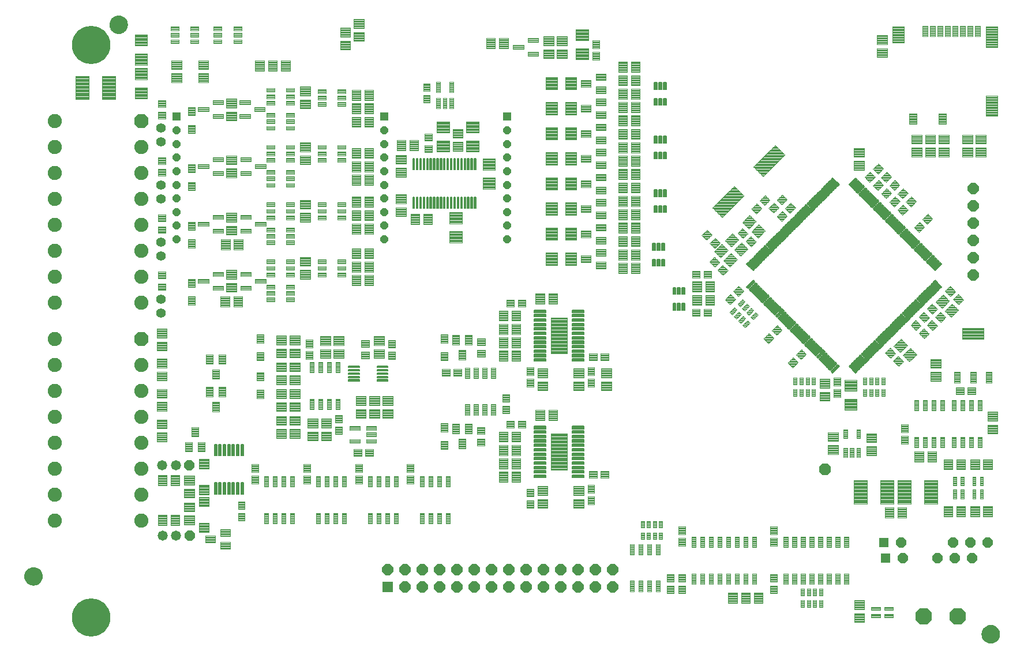
<source format=gts>
G75*
%MOIN*%
%OFA0B0*%
%FSLAX25Y25*%
%IPPOS*%
%LPD*%
%AMOC8*
5,1,8,0,0,1.08239X$1,22.5*
%
%ADD10C,0.13098*%
%ADD11OC8,0.06406*%
%ADD12R,0.06406X0.06406*%
%ADD13C,0.00494*%
%ADD14C,0.00500*%
%ADD15OC8,0.08177*%
%ADD16C,0.08177*%
%ADD17OC8,0.09555*%
%ADD18C,0.00493*%
%ADD19C,0.00449*%
%ADD20C,0.00600*%
%ADD21C,0.00444*%
%ADD22C,0.00486*%
%ADD23C,0.00551*%
%ADD24C,0.00400*%
%ADD25C,0.00487*%
%ADD26C,0.00399*%
%ADD27R,0.05815X0.05815*%
%ADD28OC8,0.05815*%
%ADD29C,0.00545*%
%ADD30C,0.00419*%
%ADD31C,0.00408*%
%ADD32C,0.00488*%
%ADD33C,0.00432*%
%ADD34C,0.00435*%
%ADD35C,0.00525*%
%ADD36C,0.00616*%
%ADD37OC8,0.06996*%
%ADD38C,0.05815*%
%ADD39R,0.04634X0.04634*%
%ADD40OC8,0.04634*%
%ADD41C,0.05500*%
%ADD42C,0.00456*%
%ADD43C,0.00408*%
%ADD44C,0.00421*%
%ADD45C,0.22154*%
D10*
X0137995Y0087673D03*
X0137995Y0418382D03*
D11*
X0309333Y0115232D03*
X0319333Y0115232D03*
X0329333Y0115232D03*
X0339333Y0115232D03*
X0349333Y0115232D03*
X0359333Y0115232D03*
X0369333Y0115232D03*
X0379333Y0115232D03*
X0389333Y0115232D03*
X0399333Y0115232D03*
X0409333Y0115232D03*
X0419333Y0115232D03*
X0429333Y0115232D03*
X0439333Y0115232D03*
X0439333Y0105232D03*
X0429333Y0105232D03*
X0419333Y0105232D03*
X0409333Y0105232D03*
X0399333Y0105232D03*
X0389333Y0105232D03*
X0379333Y0105232D03*
X0369333Y0105232D03*
X0359333Y0105232D03*
X0349333Y0105232D03*
X0339333Y0105232D03*
X0329333Y0105232D03*
X0319333Y0105232D03*
X0647438Y0285520D03*
X0647438Y0295520D03*
X0647438Y0305520D03*
X0647438Y0315520D03*
X0647438Y0325520D03*
X0647438Y0335520D03*
D12*
X0309333Y0105232D03*
D13*
X0455386Y0132702D02*
X0457360Y0132702D01*
X0455386Y0132702D02*
X0455386Y0136644D01*
X0457360Y0136644D01*
X0457360Y0132702D01*
X0457360Y0133195D02*
X0455386Y0133195D01*
X0455386Y0133688D02*
X0457360Y0133688D01*
X0457360Y0134181D02*
X0455386Y0134181D01*
X0455386Y0134674D02*
X0457360Y0134674D01*
X0457360Y0135167D02*
X0455386Y0135167D01*
X0455386Y0135660D02*
X0457360Y0135660D01*
X0457360Y0136153D02*
X0455386Y0136153D01*
X0458929Y0132702D02*
X0460903Y0132702D01*
X0458929Y0132702D02*
X0458929Y0136644D01*
X0460903Y0136644D01*
X0460903Y0132702D01*
X0460903Y0133195D02*
X0458929Y0133195D01*
X0458929Y0133688D02*
X0460903Y0133688D01*
X0460903Y0134181D02*
X0458929Y0134181D01*
X0458929Y0134674D02*
X0460903Y0134674D01*
X0460903Y0135167D02*
X0458929Y0135167D01*
X0458929Y0135660D02*
X0460903Y0135660D01*
X0460903Y0136153D02*
X0458929Y0136153D01*
X0462472Y0132702D02*
X0464446Y0132702D01*
X0462472Y0132702D02*
X0462472Y0136644D01*
X0464446Y0136644D01*
X0464446Y0132702D01*
X0464446Y0133195D02*
X0462472Y0133195D01*
X0462472Y0133688D02*
X0464446Y0133688D01*
X0464446Y0134181D02*
X0462472Y0134181D01*
X0462472Y0134674D02*
X0464446Y0134674D01*
X0464446Y0135167D02*
X0462472Y0135167D01*
X0462472Y0135660D02*
X0464446Y0135660D01*
X0464446Y0136153D02*
X0462472Y0136153D01*
X0466016Y0132702D02*
X0467990Y0132702D01*
X0466016Y0132702D02*
X0466016Y0136644D01*
X0467990Y0136644D01*
X0467990Y0132702D01*
X0467990Y0133195D02*
X0466016Y0133195D01*
X0466016Y0133688D02*
X0467990Y0133688D01*
X0467990Y0134181D02*
X0466016Y0134181D01*
X0466016Y0134674D02*
X0467990Y0134674D01*
X0467990Y0135167D02*
X0466016Y0135167D01*
X0466016Y0135660D02*
X0467990Y0135660D01*
X0467990Y0136153D02*
X0466016Y0136153D01*
X0466016Y0139395D02*
X0467990Y0139395D01*
X0466016Y0139395D02*
X0466016Y0143337D01*
X0467990Y0143337D01*
X0467990Y0139395D01*
X0467990Y0139888D02*
X0466016Y0139888D01*
X0466016Y0140381D02*
X0467990Y0140381D01*
X0467990Y0140874D02*
X0466016Y0140874D01*
X0466016Y0141367D02*
X0467990Y0141367D01*
X0467990Y0141860D02*
X0466016Y0141860D01*
X0466016Y0142353D02*
X0467990Y0142353D01*
X0467990Y0142846D02*
X0466016Y0142846D01*
X0464446Y0139395D02*
X0462472Y0139395D01*
X0462472Y0143337D01*
X0464446Y0143337D01*
X0464446Y0139395D01*
X0464446Y0139888D02*
X0462472Y0139888D01*
X0462472Y0140381D02*
X0464446Y0140381D01*
X0464446Y0140874D02*
X0462472Y0140874D01*
X0462472Y0141367D02*
X0464446Y0141367D01*
X0464446Y0141860D02*
X0462472Y0141860D01*
X0462472Y0142353D02*
X0464446Y0142353D01*
X0464446Y0142846D02*
X0462472Y0142846D01*
X0460903Y0139395D02*
X0458929Y0139395D01*
X0458929Y0143337D01*
X0460903Y0143337D01*
X0460903Y0139395D01*
X0460903Y0139888D02*
X0458929Y0139888D01*
X0458929Y0140381D02*
X0460903Y0140381D01*
X0460903Y0140874D02*
X0458929Y0140874D01*
X0458929Y0141367D02*
X0460903Y0141367D01*
X0460903Y0141860D02*
X0458929Y0141860D01*
X0458929Y0142353D02*
X0460903Y0142353D01*
X0460903Y0142846D02*
X0458929Y0142846D01*
X0457360Y0139395D02*
X0455386Y0139395D01*
X0455386Y0143337D01*
X0457360Y0143337D01*
X0457360Y0139395D01*
X0457360Y0139888D02*
X0455386Y0139888D01*
X0455386Y0140381D02*
X0457360Y0140381D01*
X0457360Y0140874D02*
X0455386Y0140874D01*
X0455386Y0141367D02*
X0457360Y0141367D01*
X0457360Y0141860D02*
X0455386Y0141860D01*
X0455386Y0142353D02*
X0457360Y0142353D01*
X0457360Y0142846D02*
X0455386Y0142846D01*
X0547886Y0104087D02*
X0549860Y0104087D01*
X0549860Y0100145D01*
X0547886Y0100145D01*
X0547886Y0104087D01*
X0547886Y0100638D02*
X0549860Y0100638D01*
X0549860Y0101131D02*
X0547886Y0101131D01*
X0547886Y0101624D02*
X0549860Y0101624D01*
X0549860Y0102117D02*
X0547886Y0102117D01*
X0547886Y0102610D02*
X0549860Y0102610D01*
X0549860Y0103103D02*
X0547886Y0103103D01*
X0547886Y0103596D02*
X0549860Y0103596D01*
X0551429Y0104087D02*
X0553403Y0104087D01*
X0553403Y0100145D01*
X0551429Y0100145D01*
X0551429Y0104087D01*
X0551429Y0100638D02*
X0553403Y0100638D01*
X0553403Y0101131D02*
X0551429Y0101131D01*
X0551429Y0101624D02*
X0553403Y0101624D01*
X0553403Y0102117D02*
X0551429Y0102117D01*
X0551429Y0102610D02*
X0553403Y0102610D01*
X0553403Y0103103D02*
X0551429Y0103103D01*
X0551429Y0103596D02*
X0553403Y0103596D01*
X0554972Y0104087D02*
X0556946Y0104087D01*
X0556946Y0100145D01*
X0554972Y0100145D01*
X0554972Y0104087D01*
X0554972Y0100638D02*
X0556946Y0100638D01*
X0556946Y0101131D02*
X0554972Y0101131D01*
X0554972Y0101624D02*
X0556946Y0101624D01*
X0556946Y0102117D02*
X0554972Y0102117D01*
X0554972Y0102610D02*
X0556946Y0102610D01*
X0556946Y0103103D02*
X0554972Y0103103D01*
X0554972Y0103596D02*
X0556946Y0103596D01*
X0558516Y0104087D02*
X0560490Y0104087D01*
X0560490Y0100145D01*
X0558516Y0100145D01*
X0558516Y0104087D01*
X0558516Y0100638D02*
X0560490Y0100638D01*
X0560490Y0101131D02*
X0558516Y0101131D01*
X0558516Y0101624D02*
X0560490Y0101624D01*
X0560490Y0102117D02*
X0558516Y0102117D01*
X0558516Y0102610D02*
X0560490Y0102610D01*
X0560490Y0103103D02*
X0558516Y0103103D01*
X0558516Y0103596D02*
X0560490Y0103596D01*
X0560490Y0097394D02*
X0558516Y0097394D01*
X0560490Y0097394D02*
X0560490Y0093452D01*
X0558516Y0093452D01*
X0558516Y0097394D01*
X0558516Y0093945D02*
X0560490Y0093945D01*
X0560490Y0094438D02*
X0558516Y0094438D01*
X0558516Y0094931D02*
X0560490Y0094931D01*
X0560490Y0095424D02*
X0558516Y0095424D01*
X0558516Y0095917D02*
X0560490Y0095917D01*
X0560490Y0096410D02*
X0558516Y0096410D01*
X0558516Y0096903D02*
X0560490Y0096903D01*
X0556946Y0097394D02*
X0554972Y0097394D01*
X0556946Y0097394D02*
X0556946Y0093452D01*
X0554972Y0093452D01*
X0554972Y0097394D01*
X0554972Y0093945D02*
X0556946Y0093945D01*
X0556946Y0094438D02*
X0554972Y0094438D01*
X0554972Y0094931D02*
X0556946Y0094931D01*
X0556946Y0095424D02*
X0554972Y0095424D01*
X0554972Y0095917D02*
X0556946Y0095917D01*
X0556946Y0096410D02*
X0554972Y0096410D01*
X0554972Y0096903D02*
X0556946Y0096903D01*
X0553403Y0097394D02*
X0551429Y0097394D01*
X0553403Y0097394D02*
X0553403Y0093452D01*
X0551429Y0093452D01*
X0551429Y0097394D01*
X0551429Y0093945D02*
X0553403Y0093945D01*
X0553403Y0094438D02*
X0551429Y0094438D01*
X0551429Y0094931D02*
X0553403Y0094931D01*
X0553403Y0095424D02*
X0551429Y0095424D01*
X0551429Y0095917D02*
X0553403Y0095917D01*
X0553403Y0096410D02*
X0551429Y0096410D01*
X0551429Y0096903D02*
X0553403Y0096903D01*
X0549860Y0097394D02*
X0547886Y0097394D01*
X0549860Y0097394D02*
X0549860Y0093452D01*
X0547886Y0093452D01*
X0547886Y0097394D01*
X0547886Y0093945D02*
X0549860Y0093945D01*
X0549860Y0094438D02*
X0547886Y0094438D01*
X0547886Y0094931D02*
X0549860Y0094931D01*
X0549860Y0095424D02*
X0547886Y0095424D01*
X0547886Y0095917D02*
X0549860Y0095917D01*
X0549860Y0096410D02*
X0547886Y0096410D01*
X0547886Y0096903D02*
X0549860Y0096903D01*
X0588636Y0091698D02*
X0593760Y0091698D01*
X0588636Y0091698D02*
X0588636Y0093672D01*
X0593760Y0093672D01*
X0593760Y0091698D01*
X0593760Y0092191D02*
X0588636Y0092191D01*
X0588636Y0092684D02*
X0593760Y0092684D01*
X0593760Y0093177D02*
X0588636Y0093177D01*
X0588636Y0093670D02*
X0593760Y0093670D01*
X0596116Y0091698D02*
X0601240Y0091698D01*
X0596116Y0091698D02*
X0596116Y0093672D01*
X0601240Y0093672D01*
X0601240Y0091698D01*
X0601240Y0092191D02*
X0596116Y0092191D01*
X0596116Y0092684D02*
X0601240Y0092684D01*
X0601240Y0093177D02*
X0596116Y0093177D01*
X0596116Y0093670D02*
X0601240Y0093670D01*
X0601240Y0087367D02*
X0596116Y0087367D01*
X0596116Y0089341D01*
X0601240Y0089341D01*
X0601240Y0087367D01*
X0601240Y0087860D02*
X0596116Y0087860D01*
X0596116Y0088353D02*
X0601240Y0088353D01*
X0601240Y0088846D02*
X0596116Y0088846D01*
X0596116Y0089339D02*
X0601240Y0089339D01*
X0593760Y0087367D02*
X0588636Y0087367D01*
X0588636Y0089341D01*
X0593760Y0089341D01*
X0593760Y0087367D01*
X0593760Y0087860D02*
X0588636Y0087860D01*
X0588636Y0088353D02*
X0593760Y0088353D01*
X0593760Y0088846D02*
X0588636Y0088846D01*
X0588636Y0089339D02*
X0593760Y0089339D01*
X0637759Y0156218D02*
X0637759Y0161342D01*
X0637759Y0156218D02*
X0635785Y0156218D01*
X0635785Y0161342D01*
X0637759Y0161342D01*
X0637759Y0156711D02*
X0635785Y0156711D01*
X0635785Y0157204D02*
X0637759Y0157204D01*
X0637759Y0157697D02*
X0635785Y0157697D01*
X0635785Y0158190D02*
X0637759Y0158190D01*
X0637759Y0158683D02*
X0635785Y0158683D01*
X0635785Y0159176D02*
X0637759Y0159176D01*
X0637759Y0159669D02*
X0635785Y0159669D01*
X0635785Y0160162D02*
X0637759Y0160162D01*
X0637759Y0160655D02*
X0635785Y0160655D01*
X0635785Y0161148D02*
X0637759Y0161148D01*
X0642090Y0161342D02*
X0642090Y0156218D01*
X0640116Y0156218D01*
X0640116Y0161342D01*
X0642090Y0161342D01*
X0642090Y0156711D02*
X0640116Y0156711D01*
X0640116Y0157204D02*
X0642090Y0157204D01*
X0642090Y0157697D02*
X0640116Y0157697D01*
X0640116Y0158190D02*
X0642090Y0158190D01*
X0642090Y0158683D02*
X0640116Y0158683D01*
X0640116Y0159176D02*
X0642090Y0159176D01*
X0642090Y0159669D02*
X0640116Y0159669D01*
X0640116Y0160162D02*
X0642090Y0160162D01*
X0642090Y0160655D02*
X0640116Y0160655D01*
X0640116Y0161148D02*
X0642090Y0161148D01*
X0642090Y0163698D02*
X0642090Y0168822D01*
X0642090Y0163698D02*
X0640116Y0163698D01*
X0640116Y0168822D01*
X0642090Y0168822D01*
X0642090Y0164191D02*
X0640116Y0164191D01*
X0640116Y0164684D02*
X0642090Y0164684D01*
X0642090Y0165177D02*
X0640116Y0165177D01*
X0640116Y0165670D02*
X0642090Y0165670D01*
X0642090Y0166163D02*
X0640116Y0166163D01*
X0640116Y0166656D02*
X0642090Y0166656D01*
X0642090Y0167149D02*
X0640116Y0167149D01*
X0640116Y0167642D02*
X0642090Y0167642D01*
X0642090Y0168135D02*
X0640116Y0168135D01*
X0640116Y0168628D02*
X0642090Y0168628D01*
X0637759Y0168822D02*
X0637759Y0163698D01*
X0635785Y0163698D01*
X0635785Y0168822D01*
X0637759Y0168822D01*
X0637759Y0164191D02*
X0635785Y0164191D01*
X0635785Y0164684D02*
X0637759Y0164684D01*
X0637759Y0165177D02*
X0635785Y0165177D01*
X0635785Y0165670D02*
X0637759Y0165670D01*
X0637759Y0166163D02*
X0635785Y0166163D01*
X0635785Y0166656D02*
X0637759Y0166656D01*
X0637759Y0167149D02*
X0635785Y0167149D01*
X0635785Y0167642D02*
X0637759Y0167642D01*
X0637759Y0168135D02*
X0635785Y0168135D01*
X0635785Y0168628D02*
X0637759Y0168628D01*
X0649009Y0168822D02*
X0649009Y0163698D01*
X0647035Y0163698D01*
X0647035Y0168822D01*
X0649009Y0168822D01*
X0649009Y0164191D02*
X0647035Y0164191D01*
X0647035Y0164684D02*
X0649009Y0164684D01*
X0649009Y0165177D02*
X0647035Y0165177D01*
X0647035Y0165670D02*
X0649009Y0165670D01*
X0649009Y0166163D02*
X0647035Y0166163D01*
X0647035Y0166656D02*
X0649009Y0166656D01*
X0649009Y0167149D02*
X0647035Y0167149D01*
X0647035Y0167642D02*
X0649009Y0167642D01*
X0649009Y0168135D02*
X0647035Y0168135D01*
X0647035Y0168628D02*
X0649009Y0168628D01*
X0653340Y0168822D02*
X0653340Y0163698D01*
X0651366Y0163698D01*
X0651366Y0168822D01*
X0653340Y0168822D01*
X0653340Y0164191D02*
X0651366Y0164191D01*
X0651366Y0164684D02*
X0653340Y0164684D01*
X0653340Y0165177D02*
X0651366Y0165177D01*
X0651366Y0165670D02*
X0653340Y0165670D01*
X0653340Y0166163D02*
X0651366Y0166163D01*
X0651366Y0166656D02*
X0653340Y0166656D01*
X0653340Y0167149D02*
X0651366Y0167149D01*
X0651366Y0167642D02*
X0653340Y0167642D01*
X0653340Y0168135D02*
X0651366Y0168135D01*
X0651366Y0168628D02*
X0653340Y0168628D01*
X0653340Y0161342D02*
X0653340Y0156218D01*
X0651366Y0156218D01*
X0651366Y0161342D01*
X0653340Y0161342D01*
X0653340Y0156711D02*
X0651366Y0156711D01*
X0651366Y0157204D02*
X0653340Y0157204D01*
X0653340Y0157697D02*
X0651366Y0157697D01*
X0651366Y0158190D02*
X0653340Y0158190D01*
X0653340Y0158683D02*
X0651366Y0158683D01*
X0651366Y0159176D02*
X0653340Y0159176D01*
X0653340Y0159669D02*
X0651366Y0159669D01*
X0651366Y0160162D02*
X0653340Y0160162D01*
X0653340Y0160655D02*
X0651366Y0160655D01*
X0651366Y0161148D02*
X0653340Y0161148D01*
X0649009Y0161342D02*
X0649009Y0156218D01*
X0647035Y0156218D01*
X0647035Y0161342D01*
X0649009Y0161342D01*
X0649009Y0156711D02*
X0647035Y0156711D01*
X0647035Y0157204D02*
X0649009Y0157204D01*
X0649009Y0157697D02*
X0647035Y0157697D01*
X0647035Y0158190D02*
X0649009Y0158190D01*
X0649009Y0158683D02*
X0647035Y0158683D01*
X0647035Y0159176D02*
X0649009Y0159176D01*
X0649009Y0159669D02*
X0647035Y0159669D01*
X0647035Y0160162D02*
X0649009Y0160162D01*
X0649009Y0160655D02*
X0647035Y0160655D01*
X0647035Y0161148D02*
X0649009Y0161148D01*
X0596490Y0215452D02*
X0594516Y0215452D01*
X0594516Y0219394D01*
X0596490Y0219394D01*
X0596490Y0215452D01*
X0596490Y0215945D02*
X0594516Y0215945D01*
X0594516Y0216438D02*
X0596490Y0216438D01*
X0596490Y0216931D02*
X0594516Y0216931D01*
X0594516Y0217424D02*
X0596490Y0217424D01*
X0596490Y0217917D02*
X0594516Y0217917D01*
X0594516Y0218410D02*
X0596490Y0218410D01*
X0596490Y0218903D02*
X0594516Y0218903D01*
X0592946Y0215452D02*
X0590972Y0215452D01*
X0590972Y0219394D01*
X0592946Y0219394D01*
X0592946Y0215452D01*
X0592946Y0215945D02*
X0590972Y0215945D01*
X0590972Y0216438D02*
X0592946Y0216438D01*
X0592946Y0216931D02*
X0590972Y0216931D01*
X0590972Y0217424D02*
X0592946Y0217424D01*
X0592946Y0217917D02*
X0590972Y0217917D01*
X0590972Y0218410D02*
X0592946Y0218410D01*
X0592946Y0218903D02*
X0590972Y0218903D01*
X0589403Y0215452D02*
X0587429Y0215452D01*
X0587429Y0219394D01*
X0589403Y0219394D01*
X0589403Y0215452D01*
X0589403Y0215945D02*
X0587429Y0215945D01*
X0587429Y0216438D02*
X0589403Y0216438D01*
X0589403Y0216931D02*
X0587429Y0216931D01*
X0587429Y0217424D02*
X0589403Y0217424D01*
X0589403Y0217917D02*
X0587429Y0217917D01*
X0587429Y0218410D02*
X0589403Y0218410D01*
X0589403Y0218903D02*
X0587429Y0218903D01*
X0585860Y0215452D02*
X0583886Y0215452D01*
X0583886Y0219394D01*
X0585860Y0219394D01*
X0585860Y0215452D01*
X0585860Y0215945D02*
X0583886Y0215945D01*
X0583886Y0216438D02*
X0585860Y0216438D01*
X0585860Y0216931D02*
X0583886Y0216931D01*
X0583886Y0217424D02*
X0585860Y0217424D01*
X0585860Y0217917D02*
X0583886Y0217917D01*
X0583886Y0218410D02*
X0585860Y0218410D01*
X0585860Y0218903D02*
X0583886Y0218903D01*
X0583886Y0222145D02*
X0585860Y0222145D01*
X0583886Y0222145D02*
X0583886Y0226087D01*
X0585860Y0226087D01*
X0585860Y0222145D01*
X0585860Y0222638D02*
X0583886Y0222638D01*
X0583886Y0223131D02*
X0585860Y0223131D01*
X0585860Y0223624D02*
X0583886Y0223624D01*
X0583886Y0224117D02*
X0585860Y0224117D01*
X0585860Y0224610D02*
X0583886Y0224610D01*
X0583886Y0225103D02*
X0585860Y0225103D01*
X0585860Y0225596D02*
X0583886Y0225596D01*
X0587429Y0222145D02*
X0589403Y0222145D01*
X0587429Y0222145D02*
X0587429Y0226087D01*
X0589403Y0226087D01*
X0589403Y0222145D01*
X0589403Y0222638D02*
X0587429Y0222638D01*
X0587429Y0223131D02*
X0589403Y0223131D01*
X0589403Y0223624D02*
X0587429Y0223624D01*
X0587429Y0224117D02*
X0589403Y0224117D01*
X0589403Y0224610D02*
X0587429Y0224610D01*
X0587429Y0225103D02*
X0589403Y0225103D01*
X0589403Y0225596D02*
X0587429Y0225596D01*
X0590972Y0222145D02*
X0592946Y0222145D01*
X0590972Y0222145D02*
X0590972Y0226087D01*
X0592946Y0226087D01*
X0592946Y0222145D01*
X0592946Y0222638D02*
X0590972Y0222638D01*
X0590972Y0223131D02*
X0592946Y0223131D01*
X0592946Y0223624D02*
X0590972Y0223624D01*
X0590972Y0224117D02*
X0592946Y0224117D01*
X0592946Y0224610D02*
X0590972Y0224610D01*
X0590972Y0225103D02*
X0592946Y0225103D01*
X0592946Y0225596D02*
X0590972Y0225596D01*
X0594516Y0222145D02*
X0596490Y0222145D01*
X0594516Y0222145D02*
X0594516Y0226087D01*
X0596490Y0226087D01*
X0596490Y0222145D01*
X0596490Y0222638D02*
X0594516Y0222638D01*
X0594516Y0223131D02*
X0596490Y0223131D01*
X0596490Y0223624D02*
X0594516Y0223624D01*
X0594516Y0224117D02*
X0596490Y0224117D01*
X0596490Y0224610D02*
X0594516Y0224610D01*
X0594516Y0225103D02*
X0596490Y0225103D01*
X0596490Y0225596D02*
X0594516Y0225596D01*
X0556240Y0222145D02*
X0554266Y0222145D01*
X0554266Y0226087D01*
X0556240Y0226087D01*
X0556240Y0222145D01*
X0556240Y0222638D02*
X0554266Y0222638D01*
X0554266Y0223131D02*
X0556240Y0223131D01*
X0556240Y0223624D02*
X0554266Y0223624D01*
X0554266Y0224117D02*
X0556240Y0224117D01*
X0556240Y0224610D02*
X0554266Y0224610D01*
X0554266Y0225103D02*
X0556240Y0225103D01*
X0556240Y0225596D02*
X0554266Y0225596D01*
X0552696Y0222145D02*
X0550722Y0222145D01*
X0550722Y0226087D01*
X0552696Y0226087D01*
X0552696Y0222145D01*
X0552696Y0222638D02*
X0550722Y0222638D01*
X0550722Y0223131D02*
X0552696Y0223131D01*
X0552696Y0223624D02*
X0550722Y0223624D01*
X0550722Y0224117D02*
X0552696Y0224117D01*
X0552696Y0224610D02*
X0550722Y0224610D01*
X0550722Y0225103D02*
X0552696Y0225103D01*
X0552696Y0225596D02*
X0550722Y0225596D01*
X0549153Y0222145D02*
X0547179Y0222145D01*
X0547179Y0226087D01*
X0549153Y0226087D01*
X0549153Y0222145D01*
X0549153Y0222638D02*
X0547179Y0222638D01*
X0547179Y0223131D02*
X0549153Y0223131D01*
X0549153Y0223624D02*
X0547179Y0223624D01*
X0547179Y0224117D02*
X0549153Y0224117D01*
X0549153Y0224610D02*
X0547179Y0224610D01*
X0547179Y0225103D02*
X0549153Y0225103D01*
X0549153Y0225596D02*
X0547179Y0225596D01*
X0545610Y0222145D02*
X0543636Y0222145D01*
X0543636Y0226087D01*
X0545610Y0226087D01*
X0545610Y0222145D01*
X0545610Y0222638D02*
X0543636Y0222638D01*
X0543636Y0223131D02*
X0545610Y0223131D01*
X0545610Y0223624D02*
X0543636Y0223624D01*
X0543636Y0224117D02*
X0545610Y0224117D01*
X0545610Y0224610D02*
X0543636Y0224610D01*
X0543636Y0225103D02*
X0545610Y0225103D01*
X0545610Y0225596D02*
X0543636Y0225596D01*
X0543636Y0215452D02*
X0545610Y0215452D01*
X0543636Y0215452D02*
X0543636Y0219394D01*
X0545610Y0219394D01*
X0545610Y0215452D01*
X0545610Y0215945D02*
X0543636Y0215945D01*
X0543636Y0216438D02*
X0545610Y0216438D01*
X0545610Y0216931D02*
X0543636Y0216931D01*
X0543636Y0217424D02*
X0545610Y0217424D01*
X0545610Y0217917D02*
X0543636Y0217917D01*
X0543636Y0218410D02*
X0545610Y0218410D01*
X0545610Y0218903D02*
X0543636Y0218903D01*
X0547179Y0215452D02*
X0549153Y0215452D01*
X0547179Y0215452D02*
X0547179Y0219394D01*
X0549153Y0219394D01*
X0549153Y0215452D01*
X0549153Y0215945D02*
X0547179Y0215945D01*
X0547179Y0216438D02*
X0549153Y0216438D01*
X0549153Y0216931D02*
X0547179Y0216931D01*
X0547179Y0217424D02*
X0549153Y0217424D01*
X0549153Y0217917D02*
X0547179Y0217917D01*
X0547179Y0218410D02*
X0549153Y0218410D01*
X0549153Y0218903D02*
X0547179Y0218903D01*
X0550722Y0215452D02*
X0552696Y0215452D01*
X0550722Y0215452D02*
X0550722Y0219394D01*
X0552696Y0219394D01*
X0552696Y0215452D01*
X0552696Y0215945D02*
X0550722Y0215945D01*
X0550722Y0216438D02*
X0552696Y0216438D01*
X0552696Y0216931D02*
X0550722Y0216931D01*
X0550722Y0217424D02*
X0552696Y0217424D01*
X0552696Y0217917D02*
X0550722Y0217917D01*
X0550722Y0218410D02*
X0552696Y0218410D01*
X0552696Y0218903D02*
X0550722Y0218903D01*
X0554266Y0215452D02*
X0556240Y0215452D01*
X0554266Y0215452D02*
X0554266Y0219394D01*
X0556240Y0219394D01*
X0556240Y0215452D01*
X0556240Y0215945D02*
X0554266Y0215945D01*
X0554266Y0216438D02*
X0556240Y0216438D01*
X0556240Y0216931D02*
X0554266Y0216931D01*
X0554266Y0217424D02*
X0556240Y0217424D01*
X0556240Y0217917D02*
X0554266Y0217917D01*
X0554266Y0218410D02*
X0556240Y0218410D01*
X0556240Y0218903D02*
X0554266Y0218903D01*
X0515635Y0255054D02*
X0514239Y0256450D01*
X0517025Y0259236D01*
X0518421Y0257840D01*
X0515635Y0255054D01*
X0516128Y0255547D02*
X0515142Y0255547D01*
X0514649Y0256040D02*
X0516621Y0256040D01*
X0517114Y0256533D02*
X0514322Y0256533D01*
X0514815Y0257026D02*
X0517607Y0257026D01*
X0518100Y0257519D02*
X0515308Y0257519D01*
X0515801Y0258012D02*
X0518249Y0258012D01*
X0517756Y0258505D02*
X0516294Y0258505D01*
X0516787Y0258998D02*
X0517263Y0258998D01*
X0513129Y0257560D02*
X0511733Y0258956D01*
X0514519Y0261742D01*
X0515915Y0260346D01*
X0513129Y0257560D01*
X0513622Y0258053D02*
X0512636Y0258053D01*
X0512143Y0258546D02*
X0514115Y0258546D01*
X0514608Y0259039D02*
X0511816Y0259039D01*
X0512309Y0259532D02*
X0515101Y0259532D01*
X0515594Y0260025D02*
X0512802Y0260025D01*
X0513295Y0260518D02*
X0515743Y0260518D01*
X0515250Y0261011D02*
X0513788Y0261011D01*
X0514281Y0261504D02*
X0514757Y0261504D01*
X0510624Y0260065D02*
X0509228Y0261461D01*
X0512014Y0264247D01*
X0513410Y0262851D01*
X0510624Y0260065D01*
X0511117Y0260558D02*
X0510131Y0260558D01*
X0509638Y0261051D02*
X0511610Y0261051D01*
X0512103Y0261544D02*
X0509311Y0261544D01*
X0509804Y0262037D02*
X0512596Y0262037D01*
X0513089Y0262530D02*
X0510297Y0262530D01*
X0510790Y0263023D02*
X0513238Y0263023D01*
X0512745Y0263516D02*
X0511283Y0263516D01*
X0511776Y0264009D02*
X0512252Y0264009D01*
X0508118Y0262571D02*
X0506722Y0263967D01*
X0509508Y0266753D01*
X0510904Y0265357D01*
X0508118Y0262571D01*
X0508611Y0263064D02*
X0507625Y0263064D01*
X0507132Y0263557D02*
X0509104Y0263557D01*
X0509597Y0264050D02*
X0506805Y0264050D01*
X0507298Y0264543D02*
X0510090Y0264543D01*
X0510583Y0265036D02*
X0507791Y0265036D01*
X0508284Y0265529D02*
X0510732Y0265529D01*
X0510239Y0266022D02*
X0508777Y0266022D01*
X0509270Y0266515D02*
X0509746Y0266515D01*
X0511455Y0268699D02*
X0512851Y0267303D01*
X0511455Y0268699D02*
X0514241Y0271485D01*
X0515637Y0270089D01*
X0512851Y0267303D01*
X0513344Y0267796D02*
X0512358Y0267796D01*
X0511865Y0268289D02*
X0513837Y0268289D01*
X0514330Y0268782D02*
X0511538Y0268782D01*
X0512031Y0269275D02*
X0514823Y0269275D01*
X0515316Y0269768D02*
X0512524Y0269768D01*
X0513017Y0270261D02*
X0515465Y0270261D01*
X0514972Y0270754D02*
X0513510Y0270754D01*
X0514003Y0271247D02*
X0514479Y0271247D01*
X0513960Y0266194D02*
X0515356Y0264798D01*
X0513960Y0266194D02*
X0516746Y0268980D01*
X0518142Y0267584D01*
X0515356Y0264798D01*
X0515849Y0265291D02*
X0514863Y0265291D01*
X0514370Y0265784D02*
X0516342Y0265784D01*
X0516835Y0266277D02*
X0514043Y0266277D01*
X0514536Y0266770D02*
X0517328Y0266770D01*
X0517821Y0267263D02*
X0515029Y0267263D01*
X0515522Y0267756D02*
X0517970Y0267756D01*
X0517477Y0268249D02*
X0516015Y0268249D01*
X0516508Y0268742D02*
X0516984Y0268742D01*
X0516466Y0263688D02*
X0517862Y0262292D01*
X0516466Y0263688D02*
X0519252Y0266474D01*
X0520648Y0265078D01*
X0517862Y0262292D01*
X0518355Y0262785D02*
X0517369Y0262785D01*
X0516876Y0263278D02*
X0518848Y0263278D01*
X0519341Y0263771D02*
X0516549Y0263771D01*
X0517042Y0264264D02*
X0519834Y0264264D01*
X0520327Y0264757D02*
X0517535Y0264757D01*
X0518028Y0265250D02*
X0520476Y0265250D01*
X0519983Y0265743D02*
X0518521Y0265743D01*
X0519014Y0266236D02*
X0519490Y0266236D01*
X0518971Y0261183D02*
X0520367Y0259787D01*
X0518971Y0261183D02*
X0521757Y0263969D01*
X0523153Y0262573D01*
X0520367Y0259787D01*
X0520860Y0260280D02*
X0519874Y0260280D01*
X0519381Y0260773D02*
X0521353Y0260773D01*
X0521846Y0261266D02*
X0519054Y0261266D01*
X0519547Y0261759D02*
X0522339Y0261759D01*
X0522832Y0262252D02*
X0520040Y0262252D01*
X0520533Y0262745D02*
X0522981Y0262745D01*
X0522488Y0263238D02*
X0521026Y0263238D01*
X0521519Y0263731D02*
X0521995Y0263731D01*
D14*
X0654466Y0081661D02*
X0655180Y0082161D01*
X0655970Y0082529D01*
X0656812Y0082755D01*
X0657680Y0082831D01*
X0658548Y0082755D01*
X0659390Y0082529D01*
X0660180Y0082161D01*
X0660894Y0081661D01*
X0661510Y0081045D01*
X0662010Y0080331D01*
X0662378Y0079541D01*
X0662604Y0078699D01*
X0662680Y0077831D01*
X0662604Y0076962D01*
X0662378Y0076121D01*
X0662010Y0075331D01*
X0661510Y0074617D01*
X0660894Y0074000D01*
X0660180Y0073501D01*
X0659390Y0073132D01*
X0658548Y0072907D01*
X0657680Y0072831D01*
X0656812Y0072907D01*
X0655970Y0073132D01*
X0655180Y0073501D01*
X0654466Y0074000D01*
X0653850Y0074617D01*
X0653350Y0075331D01*
X0652981Y0076121D01*
X0652756Y0076962D01*
X0652680Y0077831D01*
X0652756Y0078699D01*
X0652981Y0079541D01*
X0653350Y0080331D01*
X0653850Y0081045D01*
X0654466Y0081661D01*
X0654278Y0081474D02*
X0661081Y0081474D01*
X0661559Y0080975D02*
X0653801Y0080975D01*
X0653452Y0080477D02*
X0661908Y0080477D01*
X0662174Y0079978D02*
X0653185Y0079978D01*
X0652965Y0079479D02*
X0662395Y0079479D01*
X0662528Y0078981D02*
X0652831Y0078981D01*
X0652737Y0078482D02*
X0662623Y0078482D01*
X0662666Y0077984D02*
X0652693Y0077984D01*
X0652710Y0077485D02*
X0662650Y0077485D01*
X0662606Y0076987D02*
X0652754Y0076987D01*
X0652883Y0076488D02*
X0662477Y0076488D01*
X0662317Y0075990D02*
X0653042Y0075990D01*
X0653275Y0075491D02*
X0662085Y0075491D01*
X0661773Y0074993D02*
X0653586Y0074993D01*
X0653972Y0074494D02*
X0661388Y0074494D01*
X0660887Y0073996D02*
X0654472Y0073996D01*
X0655187Y0073497D02*
X0660173Y0073497D01*
X0658892Y0072999D02*
X0656468Y0072999D01*
X0654910Y0081972D02*
X0660449Y0081972D01*
X0659516Y0082471D02*
X0655844Y0082471D01*
X0156957Y0426363D02*
X0156243Y0425863D01*
X0155453Y0425494D01*
X0154611Y0425269D01*
X0153743Y0425193D01*
X0152875Y0425269D01*
X0152033Y0425494D01*
X0151243Y0425863D01*
X0150529Y0426363D01*
X0149913Y0426979D01*
X0149413Y0427693D01*
X0149044Y0428483D01*
X0148819Y0429325D01*
X0148743Y0430193D01*
X0148819Y0431061D01*
X0149044Y0431903D01*
X0149413Y0432693D01*
X0149913Y0433407D01*
X0150529Y0434023D01*
X0151243Y0434523D01*
X0152033Y0434891D01*
X0152875Y0435117D01*
X0153743Y0435193D01*
X0154611Y0435117D01*
X0155453Y0434891D01*
X0156243Y0434523D01*
X0156957Y0434023D01*
X0157573Y0433407D01*
X0158073Y0432693D01*
X0158441Y0431903D01*
X0158667Y0431061D01*
X0158743Y0430193D01*
X0158667Y0429325D01*
X0158441Y0428483D01*
X0158073Y0427693D01*
X0157573Y0426979D01*
X0156957Y0426363D01*
X0157037Y0426443D02*
X0150448Y0426443D01*
X0149950Y0426942D02*
X0157536Y0426942D01*
X0157896Y0427440D02*
X0149589Y0427440D01*
X0149298Y0427939D02*
X0158188Y0427939D01*
X0158420Y0428437D02*
X0149065Y0428437D01*
X0148923Y0428936D02*
X0158563Y0428936D01*
X0158676Y0429434D02*
X0148809Y0429434D01*
X0148766Y0429933D02*
X0158720Y0429933D01*
X0158722Y0430431D02*
X0148764Y0430431D01*
X0148807Y0430930D02*
X0158678Y0430930D01*
X0158568Y0431428D02*
X0148917Y0431428D01*
X0149055Y0431927D02*
X0158430Y0431927D01*
X0158198Y0432426D02*
X0149288Y0432426D01*
X0149574Y0432924D02*
X0157911Y0432924D01*
X0157557Y0433423D02*
X0149928Y0433423D01*
X0150427Y0433921D02*
X0157059Y0433921D01*
X0156391Y0434420D02*
X0151095Y0434420D01*
X0152132Y0434918D02*
X0155353Y0434918D01*
X0156360Y0425945D02*
X0151126Y0425945D01*
X0152212Y0425446D02*
X0155273Y0425446D01*
X0105398Y0116219D02*
X0104530Y0116295D01*
X0103662Y0116219D01*
X0102820Y0115994D01*
X0102030Y0115625D01*
X0101316Y0115125D01*
X0100700Y0114509D01*
X0100200Y0113795D01*
X0099832Y0113005D01*
X0099606Y0112164D01*
X0099530Y0111295D01*
X0099606Y0110427D01*
X0099832Y0109585D01*
X0100200Y0108795D01*
X0100700Y0108081D01*
X0101316Y0107465D01*
X0102030Y0106965D01*
X0102820Y0106597D01*
X0103662Y0106371D01*
X0104530Y0106295D01*
X0105398Y0106371D01*
X0106240Y0106597D01*
X0107030Y0106965D01*
X0107744Y0107465D01*
X0108360Y0108081D01*
X0108860Y0108795D01*
X0109229Y0109585D01*
X0109454Y0110427D01*
X0109530Y0111295D01*
X0109454Y0112164D01*
X0109229Y0113005D01*
X0108860Y0113795D01*
X0108360Y0114509D01*
X0107744Y0115125D01*
X0107030Y0115625D01*
X0106240Y0115994D01*
X0105398Y0116219D01*
X0106504Y0115871D02*
X0102556Y0115871D01*
X0101669Y0115372D02*
X0107392Y0115372D01*
X0107996Y0114874D02*
X0101065Y0114874D01*
X0100606Y0114375D02*
X0108454Y0114375D01*
X0108803Y0113877D02*
X0100257Y0113877D01*
X0100006Y0113378D02*
X0109055Y0113378D01*
X0109262Y0112880D02*
X0099798Y0112880D01*
X0099664Y0112381D02*
X0109396Y0112381D01*
X0109479Y0111883D02*
X0099582Y0111883D01*
X0099538Y0111384D02*
X0109522Y0111384D01*
X0109494Y0110886D02*
X0099566Y0110886D01*
X0099617Y0110387D02*
X0109444Y0110387D01*
X0109310Y0109889D02*
X0099750Y0109889D01*
X0099923Y0109390D02*
X0109138Y0109390D01*
X0108905Y0108892D02*
X0100155Y0108892D01*
X0100482Y0108393D02*
X0108579Y0108393D01*
X0108174Y0107895D02*
X0100887Y0107895D01*
X0101415Y0107396D02*
X0107646Y0107396D01*
X0106885Y0106898D02*
X0102175Y0106898D01*
X0103558Y0106399D02*
X0105502Y0106399D01*
D15*
X0166932Y0248441D03*
X0166932Y0374425D03*
D16*
X0166932Y0359425D03*
X0166932Y0344425D03*
X0166932Y0329425D03*
X0166932Y0314425D03*
X0166932Y0299425D03*
X0166932Y0284425D03*
X0166932Y0269425D03*
X0116932Y0269425D03*
X0116932Y0284425D03*
X0116932Y0299425D03*
X0116932Y0314425D03*
X0116932Y0329425D03*
X0116932Y0344425D03*
X0116932Y0359425D03*
X0116932Y0374425D03*
X0116932Y0248441D03*
X0116932Y0233441D03*
X0116932Y0218441D03*
X0116932Y0203441D03*
X0116932Y0188441D03*
X0116932Y0173441D03*
X0116932Y0158441D03*
X0116932Y0143441D03*
X0166932Y0143441D03*
X0166932Y0158441D03*
X0166932Y0173441D03*
X0166932Y0188441D03*
X0166932Y0203441D03*
X0166932Y0218441D03*
X0166932Y0233441D03*
D17*
X0618845Y0088020D03*
X0638530Y0088020D03*
D18*
X0575392Y0106866D02*
X0575392Y0112974D01*
X0575392Y0106866D02*
X0572984Y0106866D01*
X0572984Y0112974D01*
X0575392Y0112974D01*
X0575392Y0107358D02*
X0572984Y0107358D01*
X0572984Y0107850D02*
X0575392Y0107850D01*
X0575392Y0108342D02*
X0572984Y0108342D01*
X0572984Y0108834D02*
X0575392Y0108834D01*
X0575392Y0109326D02*
X0572984Y0109326D01*
X0572984Y0109818D02*
X0575392Y0109818D01*
X0575392Y0110310D02*
X0572984Y0110310D01*
X0572984Y0110802D02*
X0575392Y0110802D01*
X0575392Y0111294D02*
X0572984Y0111294D01*
X0572984Y0111786D02*
X0575392Y0111786D01*
X0575392Y0112278D02*
X0572984Y0112278D01*
X0572984Y0112770D02*
X0575392Y0112770D01*
X0570392Y0112974D02*
X0570392Y0106866D01*
X0567984Y0106866D01*
X0567984Y0112974D01*
X0570392Y0112974D01*
X0570392Y0107358D02*
X0567984Y0107358D01*
X0567984Y0107850D02*
X0570392Y0107850D01*
X0570392Y0108342D02*
X0567984Y0108342D01*
X0567984Y0108834D02*
X0570392Y0108834D01*
X0570392Y0109326D02*
X0567984Y0109326D01*
X0567984Y0109818D02*
X0570392Y0109818D01*
X0570392Y0110310D02*
X0567984Y0110310D01*
X0567984Y0110802D02*
X0570392Y0110802D01*
X0570392Y0111294D02*
X0567984Y0111294D01*
X0567984Y0111786D02*
X0570392Y0111786D01*
X0570392Y0112278D02*
X0567984Y0112278D01*
X0567984Y0112770D02*
X0570392Y0112770D01*
X0565392Y0112974D02*
X0565392Y0106866D01*
X0562984Y0106866D01*
X0562984Y0112974D01*
X0565392Y0112974D01*
X0565392Y0107358D02*
X0562984Y0107358D01*
X0562984Y0107850D02*
X0565392Y0107850D01*
X0565392Y0108342D02*
X0562984Y0108342D01*
X0562984Y0108834D02*
X0565392Y0108834D01*
X0565392Y0109326D02*
X0562984Y0109326D01*
X0562984Y0109818D02*
X0565392Y0109818D01*
X0565392Y0110310D02*
X0562984Y0110310D01*
X0562984Y0110802D02*
X0565392Y0110802D01*
X0565392Y0111294D02*
X0562984Y0111294D01*
X0562984Y0111786D02*
X0565392Y0111786D01*
X0565392Y0112278D02*
X0562984Y0112278D01*
X0562984Y0112770D02*
X0565392Y0112770D01*
X0560392Y0112974D02*
X0560392Y0106866D01*
X0557984Y0106866D01*
X0557984Y0112974D01*
X0560392Y0112974D01*
X0560392Y0107358D02*
X0557984Y0107358D01*
X0557984Y0107850D02*
X0560392Y0107850D01*
X0560392Y0108342D02*
X0557984Y0108342D01*
X0557984Y0108834D02*
X0560392Y0108834D01*
X0560392Y0109326D02*
X0557984Y0109326D01*
X0557984Y0109818D02*
X0560392Y0109818D01*
X0560392Y0110310D02*
X0557984Y0110310D01*
X0557984Y0110802D02*
X0560392Y0110802D01*
X0560392Y0111294D02*
X0557984Y0111294D01*
X0557984Y0111786D02*
X0560392Y0111786D01*
X0560392Y0112278D02*
X0557984Y0112278D01*
X0557984Y0112770D02*
X0560392Y0112770D01*
X0555392Y0112974D02*
X0555392Y0106866D01*
X0552984Y0106866D01*
X0552984Y0112974D01*
X0555392Y0112974D01*
X0555392Y0107358D02*
X0552984Y0107358D01*
X0552984Y0107850D02*
X0555392Y0107850D01*
X0555392Y0108342D02*
X0552984Y0108342D01*
X0552984Y0108834D02*
X0555392Y0108834D01*
X0555392Y0109326D02*
X0552984Y0109326D01*
X0552984Y0109818D02*
X0555392Y0109818D01*
X0555392Y0110310D02*
X0552984Y0110310D01*
X0552984Y0110802D02*
X0555392Y0110802D01*
X0555392Y0111294D02*
X0552984Y0111294D01*
X0552984Y0111786D02*
X0555392Y0111786D01*
X0555392Y0112278D02*
X0552984Y0112278D01*
X0552984Y0112770D02*
X0555392Y0112770D01*
X0550392Y0112974D02*
X0550392Y0106866D01*
X0547984Y0106866D01*
X0547984Y0112974D01*
X0550392Y0112974D01*
X0550392Y0107358D02*
X0547984Y0107358D01*
X0547984Y0107850D02*
X0550392Y0107850D01*
X0550392Y0108342D02*
X0547984Y0108342D01*
X0547984Y0108834D02*
X0550392Y0108834D01*
X0550392Y0109326D02*
X0547984Y0109326D01*
X0547984Y0109818D02*
X0550392Y0109818D01*
X0550392Y0110310D02*
X0547984Y0110310D01*
X0547984Y0110802D02*
X0550392Y0110802D01*
X0550392Y0111294D02*
X0547984Y0111294D01*
X0547984Y0111786D02*
X0550392Y0111786D01*
X0550392Y0112278D02*
X0547984Y0112278D01*
X0547984Y0112770D02*
X0550392Y0112770D01*
X0545392Y0112974D02*
X0545392Y0106866D01*
X0542984Y0106866D01*
X0542984Y0112974D01*
X0545392Y0112974D01*
X0545392Y0107358D02*
X0542984Y0107358D01*
X0542984Y0107850D02*
X0545392Y0107850D01*
X0545392Y0108342D02*
X0542984Y0108342D01*
X0542984Y0108834D02*
X0545392Y0108834D01*
X0545392Y0109326D02*
X0542984Y0109326D01*
X0542984Y0109818D02*
X0545392Y0109818D01*
X0545392Y0110310D02*
X0542984Y0110310D01*
X0542984Y0110802D02*
X0545392Y0110802D01*
X0545392Y0111294D02*
X0542984Y0111294D01*
X0542984Y0111786D02*
X0545392Y0111786D01*
X0545392Y0112278D02*
X0542984Y0112278D01*
X0542984Y0112770D02*
X0545392Y0112770D01*
X0540392Y0112974D02*
X0540392Y0106866D01*
X0537984Y0106866D01*
X0537984Y0112974D01*
X0540392Y0112974D01*
X0540392Y0107358D02*
X0537984Y0107358D01*
X0537984Y0107850D02*
X0540392Y0107850D01*
X0540392Y0108342D02*
X0537984Y0108342D01*
X0537984Y0108834D02*
X0540392Y0108834D01*
X0540392Y0109326D02*
X0537984Y0109326D01*
X0537984Y0109818D02*
X0540392Y0109818D01*
X0540392Y0110310D02*
X0537984Y0110310D01*
X0537984Y0110802D02*
X0540392Y0110802D01*
X0540392Y0111294D02*
X0537984Y0111294D01*
X0537984Y0111786D02*
X0540392Y0111786D01*
X0540392Y0112278D02*
X0537984Y0112278D01*
X0537984Y0112770D02*
X0540392Y0112770D01*
X0522142Y0112974D02*
X0522142Y0106866D01*
X0519734Y0106866D01*
X0519734Y0112974D01*
X0522142Y0112974D01*
X0522142Y0107358D02*
X0519734Y0107358D01*
X0519734Y0107850D02*
X0522142Y0107850D01*
X0522142Y0108342D02*
X0519734Y0108342D01*
X0519734Y0108834D02*
X0522142Y0108834D01*
X0522142Y0109326D02*
X0519734Y0109326D01*
X0519734Y0109818D02*
X0522142Y0109818D01*
X0522142Y0110310D02*
X0519734Y0110310D01*
X0519734Y0110802D02*
X0522142Y0110802D01*
X0522142Y0111294D02*
X0519734Y0111294D01*
X0519734Y0111786D02*
X0522142Y0111786D01*
X0522142Y0112278D02*
X0519734Y0112278D01*
X0519734Y0112770D02*
X0522142Y0112770D01*
X0517142Y0112974D02*
X0517142Y0106866D01*
X0514734Y0106866D01*
X0514734Y0112974D01*
X0517142Y0112974D01*
X0517142Y0107358D02*
X0514734Y0107358D01*
X0514734Y0107850D02*
X0517142Y0107850D01*
X0517142Y0108342D02*
X0514734Y0108342D01*
X0514734Y0108834D02*
X0517142Y0108834D01*
X0517142Y0109326D02*
X0514734Y0109326D01*
X0514734Y0109818D02*
X0517142Y0109818D01*
X0517142Y0110310D02*
X0514734Y0110310D01*
X0514734Y0110802D02*
X0517142Y0110802D01*
X0517142Y0111294D02*
X0514734Y0111294D01*
X0514734Y0111786D02*
X0517142Y0111786D01*
X0517142Y0112278D02*
X0514734Y0112278D01*
X0514734Y0112770D02*
X0517142Y0112770D01*
X0512142Y0112974D02*
X0512142Y0106866D01*
X0509734Y0106866D01*
X0509734Y0112974D01*
X0512142Y0112974D01*
X0512142Y0107358D02*
X0509734Y0107358D01*
X0509734Y0107850D02*
X0512142Y0107850D01*
X0512142Y0108342D02*
X0509734Y0108342D01*
X0509734Y0108834D02*
X0512142Y0108834D01*
X0512142Y0109326D02*
X0509734Y0109326D01*
X0509734Y0109818D02*
X0512142Y0109818D01*
X0512142Y0110310D02*
X0509734Y0110310D01*
X0509734Y0110802D02*
X0512142Y0110802D01*
X0512142Y0111294D02*
X0509734Y0111294D01*
X0509734Y0111786D02*
X0512142Y0111786D01*
X0512142Y0112278D02*
X0509734Y0112278D01*
X0509734Y0112770D02*
X0512142Y0112770D01*
X0507142Y0112974D02*
X0507142Y0106866D01*
X0504734Y0106866D01*
X0504734Y0112974D01*
X0507142Y0112974D01*
X0507142Y0107358D02*
X0504734Y0107358D01*
X0504734Y0107850D02*
X0507142Y0107850D01*
X0507142Y0108342D02*
X0504734Y0108342D01*
X0504734Y0108834D02*
X0507142Y0108834D01*
X0507142Y0109326D02*
X0504734Y0109326D01*
X0504734Y0109818D02*
X0507142Y0109818D01*
X0507142Y0110310D02*
X0504734Y0110310D01*
X0504734Y0110802D02*
X0507142Y0110802D01*
X0507142Y0111294D02*
X0504734Y0111294D01*
X0504734Y0111786D02*
X0507142Y0111786D01*
X0507142Y0112278D02*
X0504734Y0112278D01*
X0504734Y0112770D02*
X0507142Y0112770D01*
X0502142Y0112974D02*
X0502142Y0106866D01*
X0499734Y0106866D01*
X0499734Y0112974D01*
X0502142Y0112974D01*
X0502142Y0107358D02*
X0499734Y0107358D01*
X0499734Y0107850D02*
X0502142Y0107850D01*
X0502142Y0108342D02*
X0499734Y0108342D01*
X0499734Y0108834D02*
X0502142Y0108834D01*
X0502142Y0109326D02*
X0499734Y0109326D01*
X0499734Y0109818D02*
X0502142Y0109818D01*
X0502142Y0110310D02*
X0499734Y0110310D01*
X0499734Y0110802D02*
X0502142Y0110802D01*
X0502142Y0111294D02*
X0499734Y0111294D01*
X0499734Y0111786D02*
X0502142Y0111786D01*
X0502142Y0112278D02*
X0499734Y0112278D01*
X0499734Y0112770D02*
X0502142Y0112770D01*
X0497142Y0112974D02*
X0497142Y0106866D01*
X0494734Y0106866D01*
X0494734Y0112974D01*
X0497142Y0112974D01*
X0497142Y0107358D02*
X0494734Y0107358D01*
X0494734Y0107850D02*
X0497142Y0107850D01*
X0497142Y0108342D02*
X0494734Y0108342D01*
X0494734Y0108834D02*
X0497142Y0108834D01*
X0497142Y0109326D02*
X0494734Y0109326D01*
X0494734Y0109818D02*
X0497142Y0109818D01*
X0497142Y0110310D02*
X0494734Y0110310D01*
X0494734Y0110802D02*
X0497142Y0110802D01*
X0497142Y0111294D02*
X0494734Y0111294D01*
X0494734Y0111786D02*
X0497142Y0111786D01*
X0497142Y0112278D02*
X0494734Y0112278D01*
X0494734Y0112770D02*
X0497142Y0112770D01*
X0492142Y0112974D02*
X0492142Y0106866D01*
X0489734Y0106866D01*
X0489734Y0112974D01*
X0492142Y0112974D01*
X0492142Y0107358D02*
X0489734Y0107358D01*
X0489734Y0107850D02*
X0492142Y0107850D01*
X0492142Y0108342D02*
X0489734Y0108342D01*
X0489734Y0108834D02*
X0492142Y0108834D01*
X0492142Y0109326D02*
X0489734Y0109326D01*
X0489734Y0109818D02*
X0492142Y0109818D01*
X0492142Y0110310D02*
X0489734Y0110310D01*
X0489734Y0110802D02*
X0492142Y0110802D01*
X0492142Y0111294D02*
X0489734Y0111294D01*
X0489734Y0111786D02*
X0492142Y0111786D01*
X0492142Y0112278D02*
X0489734Y0112278D01*
X0489734Y0112770D02*
X0492142Y0112770D01*
X0487142Y0112974D02*
X0487142Y0106866D01*
X0484734Y0106866D01*
X0484734Y0112974D01*
X0487142Y0112974D01*
X0487142Y0107358D02*
X0484734Y0107358D01*
X0484734Y0107850D02*
X0487142Y0107850D01*
X0487142Y0108342D02*
X0484734Y0108342D01*
X0484734Y0108834D02*
X0487142Y0108834D01*
X0487142Y0109326D02*
X0484734Y0109326D01*
X0484734Y0109818D02*
X0487142Y0109818D01*
X0487142Y0110310D02*
X0484734Y0110310D01*
X0484734Y0110802D02*
X0487142Y0110802D01*
X0487142Y0111294D02*
X0484734Y0111294D01*
X0484734Y0111786D02*
X0487142Y0111786D01*
X0487142Y0112278D02*
X0484734Y0112278D01*
X0484734Y0112770D02*
X0487142Y0112770D01*
X0487142Y0128066D02*
X0487142Y0134174D01*
X0487142Y0128066D02*
X0484734Y0128066D01*
X0484734Y0134174D01*
X0487142Y0134174D01*
X0487142Y0128558D02*
X0484734Y0128558D01*
X0484734Y0129050D02*
X0487142Y0129050D01*
X0487142Y0129542D02*
X0484734Y0129542D01*
X0484734Y0130034D02*
X0487142Y0130034D01*
X0487142Y0130526D02*
X0484734Y0130526D01*
X0484734Y0131018D02*
X0487142Y0131018D01*
X0487142Y0131510D02*
X0484734Y0131510D01*
X0484734Y0132002D02*
X0487142Y0132002D01*
X0487142Y0132494D02*
X0484734Y0132494D01*
X0484734Y0132986D02*
X0487142Y0132986D01*
X0487142Y0133478D02*
X0484734Y0133478D01*
X0484734Y0133970D02*
X0487142Y0133970D01*
X0492142Y0134174D02*
X0492142Y0128066D01*
X0489734Y0128066D01*
X0489734Y0134174D01*
X0492142Y0134174D01*
X0492142Y0128558D02*
X0489734Y0128558D01*
X0489734Y0129050D02*
X0492142Y0129050D01*
X0492142Y0129542D02*
X0489734Y0129542D01*
X0489734Y0130034D02*
X0492142Y0130034D01*
X0492142Y0130526D02*
X0489734Y0130526D01*
X0489734Y0131018D02*
X0492142Y0131018D01*
X0492142Y0131510D02*
X0489734Y0131510D01*
X0489734Y0132002D02*
X0492142Y0132002D01*
X0492142Y0132494D02*
X0489734Y0132494D01*
X0489734Y0132986D02*
X0492142Y0132986D01*
X0492142Y0133478D02*
X0489734Y0133478D01*
X0489734Y0133970D02*
X0492142Y0133970D01*
X0497142Y0134174D02*
X0497142Y0128066D01*
X0494734Y0128066D01*
X0494734Y0134174D01*
X0497142Y0134174D01*
X0497142Y0128558D02*
X0494734Y0128558D01*
X0494734Y0129050D02*
X0497142Y0129050D01*
X0497142Y0129542D02*
X0494734Y0129542D01*
X0494734Y0130034D02*
X0497142Y0130034D01*
X0497142Y0130526D02*
X0494734Y0130526D01*
X0494734Y0131018D02*
X0497142Y0131018D01*
X0497142Y0131510D02*
X0494734Y0131510D01*
X0494734Y0132002D02*
X0497142Y0132002D01*
X0497142Y0132494D02*
X0494734Y0132494D01*
X0494734Y0132986D02*
X0497142Y0132986D01*
X0497142Y0133478D02*
X0494734Y0133478D01*
X0494734Y0133970D02*
X0497142Y0133970D01*
X0502142Y0134174D02*
X0502142Y0128066D01*
X0499734Y0128066D01*
X0499734Y0134174D01*
X0502142Y0134174D01*
X0502142Y0128558D02*
X0499734Y0128558D01*
X0499734Y0129050D02*
X0502142Y0129050D01*
X0502142Y0129542D02*
X0499734Y0129542D01*
X0499734Y0130034D02*
X0502142Y0130034D01*
X0502142Y0130526D02*
X0499734Y0130526D01*
X0499734Y0131018D02*
X0502142Y0131018D01*
X0502142Y0131510D02*
X0499734Y0131510D01*
X0499734Y0132002D02*
X0502142Y0132002D01*
X0502142Y0132494D02*
X0499734Y0132494D01*
X0499734Y0132986D02*
X0502142Y0132986D01*
X0502142Y0133478D02*
X0499734Y0133478D01*
X0499734Y0133970D02*
X0502142Y0133970D01*
X0507142Y0134174D02*
X0507142Y0128066D01*
X0504734Y0128066D01*
X0504734Y0134174D01*
X0507142Y0134174D01*
X0507142Y0128558D02*
X0504734Y0128558D01*
X0504734Y0129050D02*
X0507142Y0129050D01*
X0507142Y0129542D02*
X0504734Y0129542D01*
X0504734Y0130034D02*
X0507142Y0130034D01*
X0507142Y0130526D02*
X0504734Y0130526D01*
X0504734Y0131018D02*
X0507142Y0131018D01*
X0507142Y0131510D02*
X0504734Y0131510D01*
X0504734Y0132002D02*
X0507142Y0132002D01*
X0507142Y0132494D02*
X0504734Y0132494D01*
X0504734Y0132986D02*
X0507142Y0132986D01*
X0507142Y0133478D02*
X0504734Y0133478D01*
X0504734Y0133970D02*
X0507142Y0133970D01*
X0512142Y0134174D02*
X0512142Y0128066D01*
X0509734Y0128066D01*
X0509734Y0134174D01*
X0512142Y0134174D01*
X0512142Y0128558D02*
X0509734Y0128558D01*
X0509734Y0129050D02*
X0512142Y0129050D01*
X0512142Y0129542D02*
X0509734Y0129542D01*
X0509734Y0130034D02*
X0512142Y0130034D01*
X0512142Y0130526D02*
X0509734Y0130526D01*
X0509734Y0131018D02*
X0512142Y0131018D01*
X0512142Y0131510D02*
X0509734Y0131510D01*
X0509734Y0132002D02*
X0512142Y0132002D01*
X0512142Y0132494D02*
X0509734Y0132494D01*
X0509734Y0132986D02*
X0512142Y0132986D01*
X0512142Y0133478D02*
X0509734Y0133478D01*
X0509734Y0133970D02*
X0512142Y0133970D01*
X0517142Y0134174D02*
X0517142Y0128066D01*
X0514734Y0128066D01*
X0514734Y0134174D01*
X0517142Y0134174D01*
X0517142Y0128558D02*
X0514734Y0128558D01*
X0514734Y0129050D02*
X0517142Y0129050D01*
X0517142Y0129542D02*
X0514734Y0129542D01*
X0514734Y0130034D02*
X0517142Y0130034D01*
X0517142Y0130526D02*
X0514734Y0130526D01*
X0514734Y0131018D02*
X0517142Y0131018D01*
X0517142Y0131510D02*
X0514734Y0131510D01*
X0514734Y0132002D02*
X0517142Y0132002D01*
X0517142Y0132494D02*
X0514734Y0132494D01*
X0514734Y0132986D02*
X0517142Y0132986D01*
X0517142Y0133478D02*
X0514734Y0133478D01*
X0514734Y0133970D02*
X0517142Y0133970D01*
X0522142Y0134174D02*
X0522142Y0128066D01*
X0519734Y0128066D01*
X0519734Y0134174D01*
X0522142Y0134174D01*
X0522142Y0128558D02*
X0519734Y0128558D01*
X0519734Y0129050D02*
X0522142Y0129050D01*
X0522142Y0129542D02*
X0519734Y0129542D01*
X0519734Y0130034D02*
X0522142Y0130034D01*
X0522142Y0130526D02*
X0519734Y0130526D01*
X0519734Y0131018D02*
X0522142Y0131018D01*
X0522142Y0131510D02*
X0519734Y0131510D01*
X0519734Y0132002D02*
X0522142Y0132002D01*
X0522142Y0132494D02*
X0519734Y0132494D01*
X0519734Y0132986D02*
X0522142Y0132986D01*
X0522142Y0133478D02*
X0519734Y0133478D01*
X0519734Y0133970D02*
X0522142Y0133970D01*
X0540392Y0134174D02*
X0540392Y0128066D01*
X0537984Y0128066D01*
X0537984Y0134174D01*
X0540392Y0134174D01*
X0540392Y0128558D02*
X0537984Y0128558D01*
X0537984Y0129050D02*
X0540392Y0129050D01*
X0540392Y0129542D02*
X0537984Y0129542D01*
X0537984Y0130034D02*
X0540392Y0130034D01*
X0540392Y0130526D02*
X0537984Y0130526D01*
X0537984Y0131018D02*
X0540392Y0131018D01*
X0540392Y0131510D02*
X0537984Y0131510D01*
X0537984Y0132002D02*
X0540392Y0132002D01*
X0540392Y0132494D02*
X0537984Y0132494D01*
X0537984Y0132986D02*
X0540392Y0132986D01*
X0540392Y0133478D02*
X0537984Y0133478D01*
X0537984Y0133970D02*
X0540392Y0133970D01*
X0545392Y0134174D02*
X0545392Y0128066D01*
X0542984Y0128066D01*
X0542984Y0134174D01*
X0545392Y0134174D01*
X0545392Y0128558D02*
X0542984Y0128558D01*
X0542984Y0129050D02*
X0545392Y0129050D01*
X0545392Y0129542D02*
X0542984Y0129542D01*
X0542984Y0130034D02*
X0545392Y0130034D01*
X0545392Y0130526D02*
X0542984Y0130526D01*
X0542984Y0131018D02*
X0545392Y0131018D01*
X0545392Y0131510D02*
X0542984Y0131510D01*
X0542984Y0132002D02*
X0545392Y0132002D01*
X0545392Y0132494D02*
X0542984Y0132494D01*
X0542984Y0132986D02*
X0545392Y0132986D01*
X0545392Y0133478D02*
X0542984Y0133478D01*
X0542984Y0133970D02*
X0545392Y0133970D01*
X0550392Y0134174D02*
X0550392Y0128066D01*
X0547984Y0128066D01*
X0547984Y0134174D01*
X0550392Y0134174D01*
X0550392Y0128558D02*
X0547984Y0128558D01*
X0547984Y0129050D02*
X0550392Y0129050D01*
X0550392Y0129542D02*
X0547984Y0129542D01*
X0547984Y0130034D02*
X0550392Y0130034D01*
X0550392Y0130526D02*
X0547984Y0130526D01*
X0547984Y0131018D02*
X0550392Y0131018D01*
X0550392Y0131510D02*
X0547984Y0131510D01*
X0547984Y0132002D02*
X0550392Y0132002D01*
X0550392Y0132494D02*
X0547984Y0132494D01*
X0547984Y0132986D02*
X0550392Y0132986D01*
X0550392Y0133478D02*
X0547984Y0133478D01*
X0547984Y0133970D02*
X0550392Y0133970D01*
X0555392Y0134174D02*
X0555392Y0128066D01*
X0552984Y0128066D01*
X0552984Y0134174D01*
X0555392Y0134174D01*
X0555392Y0128558D02*
X0552984Y0128558D01*
X0552984Y0129050D02*
X0555392Y0129050D01*
X0555392Y0129542D02*
X0552984Y0129542D01*
X0552984Y0130034D02*
X0555392Y0130034D01*
X0555392Y0130526D02*
X0552984Y0130526D01*
X0552984Y0131018D02*
X0555392Y0131018D01*
X0555392Y0131510D02*
X0552984Y0131510D01*
X0552984Y0132002D02*
X0555392Y0132002D01*
X0555392Y0132494D02*
X0552984Y0132494D01*
X0552984Y0132986D02*
X0555392Y0132986D01*
X0555392Y0133478D02*
X0552984Y0133478D01*
X0552984Y0133970D02*
X0555392Y0133970D01*
X0560392Y0134174D02*
X0560392Y0128066D01*
X0557984Y0128066D01*
X0557984Y0134174D01*
X0560392Y0134174D01*
X0560392Y0128558D02*
X0557984Y0128558D01*
X0557984Y0129050D02*
X0560392Y0129050D01*
X0560392Y0129542D02*
X0557984Y0129542D01*
X0557984Y0130034D02*
X0560392Y0130034D01*
X0560392Y0130526D02*
X0557984Y0130526D01*
X0557984Y0131018D02*
X0560392Y0131018D01*
X0560392Y0131510D02*
X0557984Y0131510D01*
X0557984Y0132002D02*
X0560392Y0132002D01*
X0560392Y0132494D02*
X0557984Y0132494D01*
X0557984Y0132986D02*
X0560392Y0132986D01*
X0560392Y0133478D02*
X0557984Y0133478D01*
X0557984Y0133970D02*
X0560392Y0133970D01*
X0565392Y0134174D02*
X0565392Y0128066D01*
X0562984Y0128066D01*
X0562984Y0134174D01*
X0565392Y0134174D01*
X0565392Y0128558D02*
X0562984Y0128558D01*
X0562984Y0129050D02*
X0565392Y0129050D01*
X0565392Y0129542D02*
X0562984Y0129542D01*
X0562984Y0130034D02*
X0565392Y0130034D01*
X0565392Y0130526D02*
X0562984Y0130526D01*
X0562984Y0131018D02*
X0565392Y0131018D01*
X0565392Y0131510D02*
X0562984Y0131510D01*
X0562984Y0132002D02*
X0565392Y0132002D01*
X0565392Y0132494D02*
X0562984Y0132494D01*
X0562984Y0132986D02*
X0565392Y0132986D01*
X0565392Y0133478D02*
X0562984Y0133478D01*
X0562984Y0133970D02*
X0565392Y0133970D01*
X0570392Y0134174D02*
X0570392Y0128066D01*
X0567984Y0128066D01*
X0567984Y0134174D01*
X0570392Y0134174D01*
X0570392Y0128558D02*
X0567984Y0128558D01*
X0567984Y0129050D02*
X0570392Y0129050D01*
X0570392Y0129542D02*
X0567984Y0129542D01*
X0567984Y0130034D02*
X0570392Y0130034D01*
X0570392Y0130526D02*
X0567984Y0130526D01*
X0567984Y0131018D02*
X0570392Y0131018D01*
X0570392Y0131510D02*
X0567984Y0131510D01*
X0567984Y0132002D02*
X0570392Y0132002D01*
X0570392Y0132494D02*
X0567984Y0132494D01*
X0567984Y0132986D02*
X0570392Y0132986D01*
X0570392Y0133478D02*
X0567984Y0133478D01*
X0567984Y0133970D02*
X0570392Y0133970D01*
X0575392Y0134174D02*
X0575392Y0128066D01*
X0572984Y0128066D01*
X0572984Y0134174D01*
X0575392Y0134174D01*
X0575392Y0128558D02*
X0572984Y0128558D01*
X0572984Y0129050D02*
X0575392Y0129050D01*
X0575392Y0129542D02*
X0572984Y0129542D01*
X0572984Y0130034D02*
X0575392Y0130034D01*
X0575392Y0130526D02*
X0572984Y0130526D01*
X0572984Y0131018D02*
X0575392Y0131018D01*
X0575392Y0131510D02*
X0572984Y0131510D01*
X0572984Y0132002D02*
X0575392Y0132002D01*
X0575392Y0132494D02*
X0572984Y0132494D01*
X0572984Y0132986D02*
X0575392Y0132986D01*
X0575392Y0133478D02*
X0572984Y0133478D01*
X0572984Y0133970D02*
X0575392Y0133970D01*
D19*
X0596363Y0151249D02*
X0601533Y0151249D01*
X0601533Y0145291D01*
X0596363Y0145291D01*
X0596363Y0151249D01*
X0596363Y0145739D02*
X0601533Y0145739D01*
X0601533Y0146187D02*
X0596363Y0146187D01*
X0596363Y0146635D02*
X0601533Y0146635D01*
X0601533Y0147083D02*
X0596363Y0147083D01*
X0596363Y0147531D02*
X0601533Y0147531D01*
X0601533Y0147979D02*
X0596363Y0147979D01*
X0596363Y0148427D02*
X0601533Y0148427D01*
X0601533Y0148875D02*
X0596363Y0148875D01*
X0596363Y0149323D02*
X0601533Y0149323D01*
X0601533Y0149771D02*
X0596363Y0149771D01*
X0596363Y0150219D02*
X0601533Y0150219D01*
X0601533Y0150667D02*
X0596363Y0150667D01*
X0596363Y0151115D02*
X0601533Y0151115D01*
X0603843Y0151249D02*
X0609013Y0151249D01*
X0609013Y0145291D01*
X0603843Y0145291D01*
X0603843Y0151249D01*
X0603843Y0145739D02*
X0609013Y0145739D01*
X0609013Y0146187D02*
X0603843Y0146187D01*
X0603843Y0146635D02*
X0609013Y0146635D01*
X0609013Y0147083D02*
X0603843Y0147083D01*
X0603843Y0147531D02*
X0609013Y0147531D01*
X0609013Y0147979D02*
X0603843Y0147979D01*
X0603843Y0148427D02*
X0609013Y0148427D01*
X0609013Y0148875D02*
X0603843Y0148875D01*
X0603843Y0149323D02*
X0609013Y0149323D01*
X0609013Y0149771D02*
X0603843Y0149771D01*
X0603843Y0150219D02*
X0609013Y0150219D01*
X0609013Y0150667D02*
X0603843Y0150667D01*
X0603843Y0151115D02*
X0609013Y0151115D01*
X0630363Y0145791D02*
X0635533Y0145791D01*
X0630363Y0145791D02*
X0630363Y0151749D01*
X0635533Y0151749D01*
X0635533Y0145791D01*
X0635533Y0146239D02*
X0630363Y0146239D01*
X0630363Y0146687D02*
X0635533Y0146687D01*
X0635533Y0147135D02*
X0630363Y0147135D01*
X0630363Y0147583D02*
X0635533Y0147583D01*
X0635533Y0148031D02*
X0630363Y0148031D01*
X0630363Y0148479D02*
X0635533Y0148479D01*
X0635533Y0148927D02*
X0630363Y0148927D01*
X0630363Y0149375D02*
X0635533Y0149375D01*
X0635533Y0149823D02*
X0630363Y0149823D01*
X0630363Y0150271D02*
X0635533Y0150271D01*
X0635533Y0150719D02*
X0630363Y0150719D01*
X0630363Y0151167D02*
X0635533Y0151167D01*
X0635533Y0151615D02*
X0630363Y0151615D01*
X0637843Y0145791D02*
X0643013Y0145791D01*
X0637843Y0145791D02*
X0637843Y0151749D01*
X0643013Y0151749D01*
X0643013Y0145791D01*
X0643013Y0146239D02*
X0637843Y0146239D01*
X0637843Y0146687D02*
X0643013Y0146687D01*
X0643013Y0147135D02*
X0637843Y0147135D01*
X0637843Y0147583D02*
X0643013Y0147583D01*
X0643013Y0148031D02*
X0637843Y0148031D01*
X0637843Y0148479D02*
X0643013Y0148479D01*
X0643013Y0148927D02*
X0637843Y0148927D01*
X0637843Y0149375D02*
X0643013Y0149375D01*
X0643013Y0149823D02*
X0637843Y0149823D01*
X0637843Y0150271D02*
X0643013Y0150271D01*
X0643013Y0150719D02*
X0637843Y0150719D01*
X0637843Y0151167D02*
X0643013Y0151167D01*
X0643013Y0151615D02*
X0637843Y0151615D01*
X0645863Y0145791D02*
X0651033Y0145791D01*
X0645863Y0145791D02*
X0645863Y0151749D01*
X0651033Y0151749D01*
X0651033Y0145791D01*
X0651033Y0146239D02*
X0645863Y0146239D01*
X0645863Y0146687D02*
X0651033Y0146687D01*
X0651033Y0147135D02*
X0645863Y0147135D01*
X0645863Y0147583D02*
X0651033Y0147583D01*
X0651033Y0148031D02*
X0645863Y0148031D01*
X0645863Y0148479D02*
X0651033Y0148479D01*
X0651033Y0148927D02*
X0645863Y0148927D01*
X0645863Y0149375D02*
X0651033Y0149375D01*
X0651033Y0149823D02*
X0645863Y0149823D01*
X0645863Y0150271D02*
X0651033Y0150271D01*
X0651033Y0150719D02*
X0645863Y0150719D01*
X0645863Y0151167D02*
X0651033Y0151167D01*
X0651033Y0151615D02*
X0645863Y0151615D01*
X0653343Y0145791D02*
X0658513Y0145791D01*
X0653343Y0145791D02*
X0653343Y0151749D01*
X0658513Y0151749D01*
X0658513Y0145791D01*
X0658513Y0146239D02*
X0653343Y0146239D01*
X0653343Y0146687D02*
X0658513Y0146687D01*
X0658513Y0147135D02*
X0653343Y0147135D01*
X0653343Y0147583D02*
X0658513Y0147583D01*
X0658513Y0148031D02*
X0653343Y0148031D01*
X0653343Y0148479D02*
X0658513Y0148479D01*
X0658513Y0148927D02*
X0653343Y0148927D01*
X0653343Y0149375D02*
X0658513Y0149375D01*
X0658513Y0149823D02*
X0653343Y0149823D01*
X0653343Y0150271D02*
X0658513Y0150271D01*
X0658513Y0150719D02*
X0653343Y0150719D01*
X0653343Y0151167D02*
X0658513Y0151167D01*
X0658513Y0151615D02*
X0653343Y0151615D01*
X0653343Y0173041D02*
X0658513Y0173041D01*
X0653343Y0173041D02*
X0653343Y0178999D01*
X0658513Y0178999D01*
X0658513Y0173041D01*
X0658513Y0173489D02*
X0653343Y0173489D01*
X0653343Y0173937D02*
X0658513Y0173937D01*
X0658513Y0174385D02*
X0653343Y0174385D01*
X0653343Y0174833D02*
X0658513Y0174833D01*
X0658513Y0175281D02*
X0653343Y0175281D01*
X0653343Y0175729D02*
X0658513Y0175729D01*
X0658513Y0176177D02*
X0653343Y0176177D01*
X0653343Y0176625D02*
X0658513Y0176625D01*
X0658513Y0177073D02*
X0653343Y0177073D01*
X0653343Y0177521D02*
X0658513Y0177521D01*
X0658513Y0177969D02*
X0653343Y0177969D01*
X0653343Y0178417D02*
X0658513Y0178417D01*
X0658513Y0178865D02*
X0653343Y0178865D01*
X0651033Y0173041D02*
X0645863Y0173041D01*
X0645863Y0178999D01*
X0651033Y0178999D01*
X0651033Y0173041D01*
X0651033Y0173489D02*
X0645863Y0173489D01*
X0645863Y0173937D02*
X0651033Y0173937D01*
X0651033Y0174385D02*
X0645863Y0174385D01*
X0645863Y0174833D02*
X0651033Y0174833D01*
X0651033Y0175281D02*
X0645863Y0175281D01*
X0645863Y0175729D02*
X0651033Y0175729D01*
X0651033Y0176177D02*
X0645863Y0176177D01*
X0645863Y0176625D02*
X0651033Y0176625D01*
X0651033Y0177073D02*
X0645863Y0177073D01*
X0645863Y0177521D02*
X0651033Y0177521D01*
X0651033Y0177969D02*
X0645863Y0177969D01*
X0645863Y0178417D02*
X0651033Y0178417D01*
X0651033Y0178865D02*
X0645863Y0178865D01*
X0643013Y0173041D02*
X0637843Y0173041D01*
X0637843Y0178999D01*
X0643013Y0178999D01*
X0643013Y0173041D01*
X0643013Y0173489D02*
X0637843Y0173489D01*
X0637843Y0173937D02*
X0643013Y0173937D01*
X0643013Y0174385D02*
X0637843Y0174385D01*
X0637843Y0174833D02*
X0643013Y0174833D01*
X0643013Y0175281D02*
X0637843Y0175281D01*
X0637843Y0175729D02*
X0643013Y0175729D01*
X0643013Y0176177D02*
X0637843Y0176177D01*
X0637843Y0176625D02*
X0643013Y0176625D01*
X0643013Y0177073D02*
X0637843Y0177073D01*
X0637843Y0177521D02*
X0643013Y0177521D01*
X0643013Y0177969D02*
X0637843Y0177969D01*
X0637843Y0178417D02*
X0643013Y0178417D01*
X0643013Y0178865D02*
X0637843Y0178865D01*
X0635533Y0173041D02*
X0630363Y0173041D01*
X0630363Y0178999D01*
X0635533Y0178999D01*
X0635533Y0173041D01*
X0635533Y0173489D02*
X0630363Y0173489D01*
X0630363Y0173937D02*
X0635533Y0173937D01*
X0635533Y0174385D02*
X0630363Y0174385D01*
X0630363Y0174833D02*
X0635533Y0174833D01*
X0635533Y0175281D02*
X0630363Y0175281D01*
X0630363Y0175729D02*
X0635533Y0175729D01*
X0635533Y0176177D02*
X0630363Y0176177D01*
X0630363Y0176625D02*
X0635533Y0176625D01*
X0635533Y0177073D02*
X0630363Y0177073D01*
X0630363Y0177521D02*
X0635533Y0177521D01*
X0635533Y0177969D02*
X0630363Y0177969D01*
X0630363Y0178417D02*
X0635533Y0178417D01*
X0635533Y0178865D02*
X0630363Y0178865D01*
X0626263Y0183499D02*
X0621093Y0183499D01*
X0626263Y0183499D02*
X0626263Y0177541D01*
X0621093Y0177541D01*
X0621093Y0183499D01*
X0621093Y0177989D02*
X0626263Y0177989D01*
X0626263Y0178437D02*
X0621093Y0178437D01*
X0621093Y0178885D02*
X0626263Y0178885D01*
X0626263Y0179333D02*
X0621093Y0179333D01*
X0621093Y0179781D02*
X0626263Y0179781D01*
X0626263Y0180229D02*
X0621093Y0180229D01*
X0621093Y0180677D02*
X0626263Y0180677D01*
X0626263Y0181125D02*
X0621093Y0181125D01*
X0621093Y0181573D02*
X0626263Y0181573D01*
X0626263Y0182021D02*
X0621093Y0182021D01*
X0621093Y0182469D02*
X0626263Y0182469D01*
X0626263Y0182917D02*
X0621093Y0182917D01*
X0621093Y0183365D02*
X0626263Y0183365D01*
X0618783Y0183499D02*
X0613613Y0183499D01*
X0618783Y0183499D02*
X0618783Y0177541D01*
X0613613Y0177541D01*
X0613613Y0183499D01*
X0613613Y0177989D02*
X0618783Y0177989D01*
X0618783Y0178437D02*
X0613613Y0178437D01*
X0613613Y0178885D02*
X0618783Y0178885D01*
X0618783Y0179333D02*
X0613613Y0179333D01*
X0613613Y0179781D02*
X0618783Y0179781D01*
X0618783Y0180229D02*
X0613613Y0180229D01*
X0613613Y0180677D02*
X0618783Y0180677D01*
X0618783Y0181125D02*
X0613613Y0181125D01*
X0613613Y0181573D02*
X0618783Y0181573D01*
X0618783Y0182021D02*
X0613613Y0182021D01*
X0613613Y0182469D02*
X0618783Y0182469D01*
X0618783Y0182917D02*
X0613613Y0182917D01*
X0613613Y0183365D02*
X0618783Y0183365D01*
X0591667Y0181195D02*
X0591667Y0186365D01*
X0591667Y0181195D02*
X0585709Y0181195D01*
X0585709Y0186365D01*
X0591667Y0186365D01*
X0591667Y0181643D02*
X0585709Y0181643D01*
X0585709Y0182091D02*
X0591667Y0182091D01*
X0591667Y0182539D02*
X0585709Y0182539D01*
X0585709Y0182987D02*
X0591667Y0182987D01*
X0591667Y0183435D02*
X0585709Y0183435D01*
X0585709Y0183883D02*
X0591667Y0183883D01*
X0591667Y0184331D02*
X0585709Y0184331D01*
X0585709Y0184779D02*
X0591667Y0184779D01*
X0591667Y0185227D02*
X0585709Y0185227D01*
X0585709Y0185675D02*
X0591667Y0185675D01*
X0591667Y0186123D02*
X0585709Y0186123D01*
X0591667Y0188675D02*
X0591667Y0193845D01*
X0591667Y0188675D02*
X0585709Y0188675D01*
X0585709Y0193845D01*
X0591667Y0193845D01*
X0591667Y0189123D02*
X0585709Y0189123D01*
X0585709Y0189571D02*
X0591667Y0189571D01*
X0591667Y0190019D02*
X0585709Y0190019D01*
X0585709Y0190467D02*
X0591667Y0190467D01*
X0591667Y0190915D02*
X0585709Y0190915D01*
X0585709Y0191363D02*
X0591667Y0191363D01*
X0591667Y0191811D02*
X0585709Y0191811D01*
X0585709Y0192259D02*
X0591667Y0192259D01*
X0591667Y0192707D02*
X0585709Y0192707D01*
X0585709Y0193155D02*
X0591667Y0193155D01*
X0591667Y0193603D02*
X0585709Y0193603D01*
X0563459Y0194595D02*
X0563459Y0189425D01*
X0563459Y0194595D02*
X0569417Y0194595D01*
X0569417Y0189425D01*
X0563459Y0189425D01*
X0563459Y0189873D02*
X0569417Y0189873D01*
X0569417Y0190321D02*
X0563459Y0190321D01*
X0563459Y0190769D02*
X0569417Y0190769D01*
X0569417Y0191217D02*
X0563459Y0191217D01*
X0563459Y0191665D02*
X0569417Y0191665D01*
X0569417Y0192113D02*
X0563459Y0192113D01*
X0563459Y0192561D02*
X0569417Y0192561D01*
X0569417Y0193009D02*
X0563459Y0193009D01*
X0563459Y0193457D02*
X0569417Y0193457D01*
X0569417Y0193905D02*
X0563459Y0193905D01*
X0563459Y0194353D02*
X0569417Y0194353D01*
X0563459Y0187115D02*
X0563459Y0181945D01*
X0563459Y0187115D02*
X0569417Y0187115D01*
X0569417Y0181945D01*
X0563459Y0181945D01*
X0563459Y0182393D02*
X0569417Y0182393D01*
X0569417Y0182841D02*
X0563459Y0182841D01*
X0563459Y0183289D02*
X0569417Y0183289D01*
X0569417Y0183737D02*
X0563459Y0183737D01*
X0563459Y0184185D02*
X0569417Y0184185D01*
X0569417Y0184633D02*
X0563459Y0184633D01*
X0563459Y0185081D02*
X0569417Y0185081D01*
X0569417Y0185529D02*
X0563459Y0185529D01*
X0563459Y0185977D02*
X0569417Y0185977D01*
X0569417Y0186425D02*
X0563459Y0186425D01*
X0563459Y0186873D02*
X0569417Y0186873D01*
X0564667Y0212695D02*
X0564667Y0217865D01*
X0564667Y0212695D02*
X0558709Y0212695D01*
X0558709Y0217865D01*
X0564667Y0217865D01*
X0564667Y0213143D02*
X0558709Y0213143D01*
X0558709Y0213591D02*
X0564667Y0213591D01*
X0564667Y0214039D02*
X0558709Y0214039D01*
X0558709Y0214487D02*
X0564667Y0214487D01*
X0564667Y0214935D02*
X0558709Y0214935D01*
X0558709Y0215383D02*
X0564667Y0215383D01*
X0564667Y0215831D02*
X0558709Y0215831D01*
X0558709Y0216279D02*
X0564667Y0216279D01*
X0564667Y0216727D02*
X0558709Y0216727D01*
X0558709Y0217175D02*
X0564667Y0217175D01*
X0564667Y0217623D02*
X0558709Y0217623D01*
X0564667Y0220175D02*
X0564667Y0225345D01*
X0564667Y0220175D02*
X0558709Y0220175D01*
X0558709Y0225345D01*
X0564667Y0225345D01*
X0564667Y0220623D02*
X0558709Y0220623D01*
X0558709Y0221071D02*
X0564667Y0221071D01*
X0564667Y0221519D02*
X0558709Y0221519D01*
X0558709Y0221967D02*
X0564667Y0221967D01*
X0564667Y0222415D02*
X0558709Y0222415D01*
X0558709Y0222863D02*
X0564667Y0222863D01*
X0564667Y0223311D02*
X0558709Y0223311D01*
X0558709Y0223759D02*
X0564667Y0223759D01*
X0564667Y0224207D02*
X0558709Y0224207D01*
X0558709Y0224655D02*
X0564667Y0224655D01*
X0564667Y0225103D02*
X0558709Y0225103D01*
X0605821Y0248598D02*
X0609477Y0244942D01*
X0605265Y0240730D01*
X0601609Y0244386D01*
X0605821Y0248598D01*
X0605713Y0241178D02*
X0604817Y0241178D01*
X0604369Y0241626D02*
X0606161Y0241626D01*
X0606609Y0242074D02*
X0603921Y0242074D01*
X0603473Y0242522D02*
X0607057Y0242522D01*
X0607505Y0242970D02*
X0603025Y0242970D01*
X0602577Y0243418D02*
X0607953Y0243418D01*
X0608401Y0243866D02*
X0602129Y0243866D01*
X0601681Y0244314D02*
X0608849Y0244314D01*
X0609297Y0244762D02*
X0601985Y0244762D01*
X0602433Y0245210D02*
X0609209Y0245210D01*
X0608761Y0245658D02*
X0602881Y0245658D01*
X0603329Y0246106D02*
X0608313Y0246106D01*
X0607865Y0246554D02*
X0603777Y0246554D01*
X0604225Y0247002D02*
X0607417Y0247002D01*
X0606969Y0247450D02*
X0604673Y0247450D01*
X0605121Y0247898D02*
X0606521Y0247898D01*
X0606073Y0248346D02*
X0605569Y0248346D01*
X0611110Y0243309D02*
X0614766Y0239653D01*
X0610554Y0235441D01*
X0606898Y0239097D01*
X0611110Y0243309D01*
X0611002Y0235889D02*
X0610106Y0235889D01*
X0609658Y0236337D02*
X0611450Y0236337D01*
X0611898Y0236785D02*
X0609210Y0236785D01*
X0608762Y0237233D02*
X0612346Y0237233D01*
X0612794Y0237681D02*
X0608314Y0237681D01*
X0607866Y0238129D02*
X0613242Y0238129D01*
X0613690Y0238577D02*
X0607418Y0238577D01*
X0606970Y0239025D02*
X0614138Y0239025D01*
X0614586Y0239473D02*
X0607274Y0239473D01*
X0607722Y0239921D02*
X0614498Y0239921D01*
X0614050Y0240369D02*
X0608170Y0240369D01*
X0608618Y0240817D02*
X0613602Y0240817D01*
X0613154Y0241265D02*
X0609066Y0241265D01*
X0609514Y0241713D02*
X0612706Y0241713D01*
X0612258Y0242161D02*
X0609962Y0242161D01*
X0610410Y0242609D02*
X0611810Y0242609D01*
X0611362Y0243057D02*
X0610858Y0243057D01*
X0628917Y0236845D02*
X0628917Y0231675D01*
X0622959Y0231675D01*
X0622959Y0236845D01*
X0628917Y0236845D01*
X0628917Y0232123D02*
X0622959Y0232123D01*
X0622959Y0232571D02*
X0628917Y0232571D01*
X0628917Y0233019D02*
X0622959Y0233019D01*
X0622959Y0233467D02*
X0628917Y0233467D01*
X0628917Y0233915D02*
X0622959Y0233915D01*
X0622959Y0234363D02*
X0628917Y0234363D01*
X0628917Y0234811D02*
X0622959Y0234811D01*
X0622959Y0235259D02*
X0628917Y0235259D01*
X0628917Y0235707D02*
X0622959Y0235707D01*
X0622959Y0236155D02*
X0628917Y0236155D01*
X0628917Y0236603D02*
X0622959Y0236603D01*
X0628917Y0229365D02*
X0628917Y0224195D01*
X0622959Y0224195D01*
X0622959Y0229365D01*
X0628917Y0229365D01*
X0628917Y0224643D02*
X0622959Y0224643D01*
X0622959Y0225091D02*
X0628917Y0225091D01*
X0628917Y0225539D02*
X0622959Y0225539D01*
X0622959Y0225987D02*
X0628917Y0225987D01*
X0628917Y0226435D02*
X0622959Y0226435D01*
X0622959Y0226883D02*
X0628917Y0226883D01*
X0628917Y0227331D02*
X0622959Y0227331D01*
X0622959Y0227779D02*
X0628917Y0227779D01*
X0628917Y0228227D02*
X0622959Y0228227D01*
X0622959Y0228675D02*
X0628917Y0228675D01*
X0628917Y0229123D02*
X0622959Y0229123D01*
X0661667Y0206345D02*
X0661667Y0201175D01*
X0655709Y0201175D01*
X0655709Y0206345D01*
X0661667Y0206345D01*
X0661667Y0201623D02*
X0655709Y0201623D01*
X0655709Y0202071D02*
X0661667Y0202071D01*
X0661667Y0202519D02*
X0655709Y0202519D01*
X0655709Y0202967D02*
X0661667Y0202967D01*
X0661667Y0203415D02*
X0655709Y0203415D01*
X0655709Y0203863D02*
X0661667Y0203863D01*
X0661667Y0204311D02*
X0655709Y0204311D01*
X0655709Y0204759D02*
X0661667Y0204759D01*
X0661667Y0205207D02*
X0655709Y0205207D01*
X0655709Y0205655D02*
X0661667Y0205655D01*
X0661667Y0206103D02*
X0655709Y0206103D01*
X0661667Y0198865D02*
X0661667Y0193695D01*
X0655709Y0193695D01*
X0655709Y0198865D01*
X0661667Y0198865D01*
X0661667Y0194143D02*
X0655709Y0194143D01*
X0655709Y0194591D02*
X0661667Y0194591D01*
X0661667Y0195039D02*
X0655709Y0195039D01*
X0655709Y0195487D02*
X0661667Y0195487D01*
X0661667Y0195935D02*
X0655709Y0195935D01*
X0655709Y0196383D02*
X0661667Y0196383D01*
X0661667Y0196831D02*
X0655709Y0196831D01*
X0655709Y0197279D02*
X0661667Y0197279D01*
X0661667Y0197727D02*
X0655709Y0197727D01*
X0655709Y0198175D02*
X0661667Y0198175D01*
X0661667Y0198623D02*
X0655709Y0198623D01*
X0638966Y0265253D02*
X0635310Y0268909D01*
X0638966Y0265253D02*
X0634754Y0261041D01*
X0631098Y0264697D01*
X0635310Y0268909D01*
X0635202Y0261489D02*
X0634306Y0261489D01*
X0633858Y0261937D02*
X0635650Y0261937D01*
X0636098Y0262385D02*
X0633410Y0262385D01*
X0632962Y0262833D02*
X0636546Y0262833D01*
X0636994Y0263281D02*
X0632514Y0263281D01*
X0632066Y0263729D02*
X0637442Y0263729D01*
X0637890Y0264177D02*
X0631618Y0264177D01*
X0631170Y0264625D02*
X0638338Y0264625D01*
X0638786Y0265073D02*
X0631474Y0265073D01*
X0631922Y0265521D02*
X0638698Y0265521D01*
X0638250Y0265969D02*
X0632370Y0265969D01*
X0632818Y0266417D02*
X0637802Y0266417D01*
X0637354Y0266865D02*
X0633266Y0266865D01*
X0633714Y0267313D02*
X0636906Y0267313D01*
X0636458Y0267761D02*
X0634162Y0267761D01*
X0634610Y0268209D02*
X0636010Y0268209D01*
X0635562Y0268657D02*
X0635058Y0268657D01*
X0633677Y0270542D02*
X0630021Y0274198D01*
X0633677Y0270542D02*
X0629465Y0266330D01*
X0625809Y0269986D01*
X0630021Y0274198D01*
X0629913Y0266778D02*
X0629017Y0266778D01*
X0628569Y0267226D02*
X0630361Y0267226D01*
X0630809Y0267674D02*
X0628121Y0267674D01*
X0627673Y0268122D02*
X0631257Y0268122D01*
X0631705Y0268570D02*
X0627225Y0268570D01*
X0626777Y0269018D02*
X0632153Y0269018D01*
X0632601Y0269466D02*
X0626329Y0269466D01*
X0625881Y0269914D02*
X0633049Y0269914D01*
X0633497Y0270362D02*
X0626185Y0270362D01*
X0626633Y0270810D02*
X0633409Y0270810D01*
X0632961Y0271258D02*
X0627081Y0271258D01*
X0627529Y0271706D02*
X0632513Y0271706D01*
X0632065Y0272154D02*
X0627977Y0272154D01*
X0628425Y0272602D02*
X0631617Y0272602D01*
X0631169Y0273050D02*
X0628873Y0273050D01*
X0629321Y0273498D02*
X0630721Y0273498D01*
X0630273Y0273946D02*
X0629769Y0273946D01*
X0578459Y0346195D02*
X0578459Y0351365D01*
X0584417Y0351365D01*
X0584417Y0346195D01*
X0578459Y0346195D01*
X0578459Y0346643D02*
X0584417Y0346643D01*
X0584417Y0347091D02*
X0578459Y0347091D01*
X0578459Y0347539D02*
X0584417Y0347539D01*
X0584417Y0347987D02*
X0578459Y0347987D01*
X0578459Y0348435D02*
X0584417Y0348435D01*
X0584417Y0348883D02*
X0578459Y0348883D01*
X0578459Y0349331D02*
X0584417Y0349331D01*
X0584417Y0349779D02*
X0578459Y0349779D01*
X0578459Y0350227D02*
X0584417Y0350227D01*
X0584417Y0350675D02*
X0578459Y0350675D01*
X0578459Y0351123D02*
X0584417Y0351123D01*
X0578459Y0353675D02*
X0578459Y0358845D01*
X0584417Y0358845D01*
X0584417Y0353675D01*
X0578459Y0353675D01*
X0578459Y0354123D02*
X0584417Y0354123D01*
X0584417Y0354571D02*
X0578459Y0354571D01*
X0578459Y0355019D02*
X0584417Y0355019D01*
X0584417Y0355467D02*
X0578459Y0355467D01*
X0578459Y0355915D02*
X0584417Y0355915D01*
X0584417Y0356363D02*
X0578459Y0356363D01*
X0578459Y0356811D02*
X0584417Y0356811D01*
X0584417Y0357259D02*
X0578459Y0357259D01*
X0578459Y0357707D02*
X0584417Y0357707D01*
X0584417Y0358155D02*
X0578459Y0358155D01*
X0578459Y0358603D02*
X0584417Y0358603D01*
X0617917Y0359115D02*
X0617917Y0353945D01*
X0611959Y0353945D01*
X0611959Y0359115D01*
X0617917Y0359115D01*
X0617917Y0354393D02*
X0611959Y0354393D01*
X0611959Y0354841D02*
X0617917Y0354841D01*
X0617917Y0355289D02*
X0611959Y0355289D01*
X0611959Y0355737D02*
X0617917Y0355737D01*
X0617917Y0356185D02*
X0611959Y0356185D01*
X0611959Y0356633D02*
X0617917Y0356633D01*
X0617917Y0357081D02*
X0611959Y0357081D01*
X0611959Y0357529D02*
X0617917Y0357529D01*
X0617917Y0357977D02*
X0611959Y0357977D01*
X0611959Y0358425D02*
X0617917Y0358425D01*
X0617917Y0358873D02*
X0611959Y0358873D01*
X0617917Y0361425D02*
X0617917Y0366595D01*
X0617917Y0361425D02*
X0611959Y0361425D01*
X0611959Y0366595D01*
X0617917Y0366595D01*
X0617917Y0361873D02*
X0611959Y0361873D01*
X0611959Y0362321D02*
X0617917Y0362321D01*
X0617917Y0362769D02*
X0611959Y0362769D01*
X0611959Y0363217D02*
X0617917Y0363217D01*
X0617917Y0363665D02*
X0611959Y0363665D01*
X0611959Y0364113D02*
X0617917Y0364113D01*
X0617917Y0364561D02*
X0611959Y0364561D01*
X0611959Y0365009D02*
X0617917Y0365009D01*
X0617917Y0365457D02*
X0611959Y0365457D01*
X0611959Y0365905D02*
X0617917Y0365905D01*
X0617917Y0366353D02*
X0611959Y0366353D01*
X0625667Y0366595D02*
X0625667Y0361425D01*
X0619709Y0361425D01*
X0619709Y0366595D01*
X0625667Y0366595D01*
X0625667Y0361873D02*
X0619709Y0361873D01*
X0619709Y0362321D02*
X0625667Y0362321D01*
X0625667Y0362769D02*
X0619709Y0362769D01*
X0619709Y0363217D02*
X0625667Y0363217D01*
X0625667Y0363665D02*
X0619709Y0363665D01*
X0619709Y0364113D02*
X0625667Y0364113D01*
X0625667Y0364561D02*
X0619709Y0364561D01*
X0619709Y0365009D02*
X0625667Y0365009D01*
X0625667Y0365457D02*
X0619709Y0365457D01*
X0619709Y0365905D02*
X0625667Y0365905D01*
X0625667Y0366353D02*
X0619709Y0366353D01*
X0625667Y0359115D02*
X0625667Y0353945D01*
X0619709Y0353945D01*
X0619709Y0359115D01*
X0625667Y0359115D01*
X0625667Y0354393D02*
X0619709Y0354393D01*
X0619709Y0354841D02*
X0625667Y0354841D01*
X0625667Y0355289D02*
X0619709Y0355289D01*
X0619709Y0355737D02*
X0625667Y0355737D01*
X0625667Y0356185D02*
X0619709Y0356185D01*
X0619709Y0356633D02*
X0625667Y0356633D01*
X0625667Y0357081D02*
X0619709Y0357081D01*
X0619709Y0357529D02*
X0625667Y0357529D01*
X0625667Y0357977D02*
X0619709Y0357977D01*
X0619709Y0358425D02*
X0625667Y0358425D01*
X0625667Y0358873D02*
X0619709Y0358873D01*
X0633417Y0359115D02*
X0633417Y0353945D01*
X0627459Y0353945D01*
X0627459Y0359115D01*
X0633417Y0359115D01*
X0633417Y0354393D02*
X0627459Y0354393D01*
X0627459Y0354841D02*
X0633417Y0354841D01*
X0633417Y0355289D02*
X0627459Y0355289D01*
X0627459Y0355737D02*
X0633417Y0355737D01*
X0633417Y0356185D02*
X0627459Y0356185D01*
X0627459Y0356633D02*
X0633417Y0356633D01*
X0633417Y0357081D02*
X0627459Y0357081D01*
X0627459Y0357529D02*
X0633417Y0357529D01*
X0633417Y0357977D02*
X0627459Y0357977D01*
X0627459Y0358425D02*
X0633417Y0358425D01*
X0633417Y0358873D02*
X0627459Y0358873D01*
X0633417Y0361425D02*
X0633417Y0366595D01*
X0633417Y0361425D02*
X0627459Y0361425D01*
X0627459Y0366595D01*
X0633417Y0366595D01*
X0633417Y0361873D02*
X0627459Y0361873D01*
X0627459Y0362321D02*
X0633417Y0362321D01*
X0633417Y0362769D02*
X0627459Y0362769D01*
X0627459Y0363217D02*
X0633417Y0363217D01*
X0633417Y0363665D02*
X0627459Y0363665D01*
X0627459Y0364113D02*
X0633417Y0364113D01*
X0633417Y0364561D02*
X0627459Y0364561D01*
X0627459Y0365009D02*
X0633417Y0365009D01*
X0633417Y0365457D02*
X0627459Y0365457D01*
X0627459Y0365905D02*
X0633417Y0365905D01*
X0633417Y0366353D02*
X0627459Y0366353D01*
X0647167Y0366595D02*
X0647167Y0361425D01*
X0641209Y0361425D01*
X0641209Y0366595D01*
X0647167Y0366595D01*
X0647167Y0361873D02*
X0641209Y0361873D01*
X0641209Y0362321D02*
X0647167Y0362321D01*
X0647167Y0362769D02*
X0641209Y0362769D01*
X0641209Y0363217D02*
X0647167Y0363217D01*
X0647167Y0363665D02*
X0641209Y0363665D01*
X0641209Y0364113D02*
X0647167Y0364113D01*
X0647167Y0364561D02*
X0641209Y0364561D01*
X0641209Y0365009D02*
X0647167Y0365009D01*
X0647167Y0365457D02*
X0641209Y0365457D01*
X0641209Y0365905D02*
X0647167Y0365905D01*
X0647167Y0366353D02*
X0641209Y0366353D01*
X0647167Y0359115D02*
X0647167Y0353945D01*
X0641209Y0353945D01*
X0641209Y0359115D01*
X0647167Y0359115D01*
X0647167Y0354393D02*
X0641209Y0354393D01*
X0641209Y0354841D02*
X0647167Y0354841D01*
X0647167Y0355289D02*
X0641209Y0355289D01*
X0641209Y0355737D02*
X0647167Y0355737D01*
X0647167Y0356185D02*
X0641209Y0356185D01*
X0641209Y0356633D02*
X0647167Y0356633D01*
X0647167Y0357081D02*
X0641209Y0357081D01*
X0641209Y0357529D02*
X0647167Y0357529D01*
X0647167Y0357977D02*
X0641209Y0357977D01*
X0641209Y0358425D02*
X0647167Y0358425D01*
X0647167Y0358873D02*
X0641209Y0358873D01*
X0654917Y0359115D02*
X0654917Y0353945D01*
X0648959Y0353945D01*
X0648959Y0359115D01*
X0654917Y0359115D01*
X0654917Y0354393D02*
X0648959Y0354393D01*
X0648959Y0354841D02*
X0654917Y0354841D01*
X0654917Y0355289D02*
X0648959Y0355289D01*
X0648959Y0355737D02*
X0654917Y0355737D01*
X0654917Y0356185D02*
X0648959Y0356185D01*
X0648959Y0356633D02*
X0654917Y0356633D01*
X0654917Y0357081D02*
X0648959Y0357081D01*
X0648959Y0357529D02*
X0654917Y0357529D01*
X0654917Y0357977D02*
X0648959Y0357977D01*
X0648959Y0358425D02*
X0654917Y0358425D01*
X0654917Y0358873D02*
X0648959Y0358873D01*
X0654917Y0361425D02*
X0654917Y0366595D01*
X0654917Y0361425D02*
X0648959Y0361425D01*
X0648959Y0366595D01*
X0654917Y0366595D01*
X0654917Y0361873D02*
X0648959Y0361873D01*
X0648959Y0362321D02*
X0654917Y0362321D01*
X0654917Y0362769D02*
X0648959Y0362769D01*
X0648959Y0363217D02*
X0654917Y0363217D01*
X0654917Y0363665D02*
X0648959Y0363665D01*
X0648959Y0364113D02*
X0654917Y0364113D01*
X0654917Y0364561D02*
X0648959Y0364561D01*
X0648959Y0365009D02*
X0654917Y0365009D01*
X0654917Y0365457D02*
X0648959Y0365457D01*
X0648959Y0365905D02*
X0654917Y0365905D01*
X0654917Y0366353D02*
X0648959Y0366353D01*
X0591959Y0411445D02*
X0591959Y0416615D01*
X0597917Y0416615D01*
X0597917Y0411445D01*
X0591959Y0411445D01*
X0591959Y0411893D02*
X0597917Y0411893D01*
X0597917Y0412341D02*
X0591959Y0412341D01*
X0591959Y0412789D02*
X0597917Y0412789D01*
X0597917Y0413237D02*
X0591959Y0413237D01*
X0591959Y0413685D02*
X0597917Y0413685D01*
X0597917Y0414133D02*
X0591959Y0414133D01*
X0591959Y0414581D02*
X0597917Y0414581D01*
X0597917Y0415029D02*
X0591959Y0415029D01*
X0591959Y0415477D02*
X0597917Y0415477D01*
X0597917Y0415925D02*
X0591959Y0415925D01*
X0591959Y0416373D02*
X0597917Y0416373D01*
X0591959Y0418925D02*
X0591959Y0424095D01*
X0597917Y0424095D01*
X0597917Y0418925D01*
X0591959Y0418925D01*
X0591959Y0419373D02*
X0597917Y0419373D01*
X0597917Y0419821D02*
X0591959Y0419821D01*
X0591959Y0420269D02*
X0597917Y0420269D01*
X0597917Y0420717D02*
X0591959Y0420717D01*
X0591959Y0421165D02*
X0597917Y0421165D01*
X0597917Y0421613D02*
X0591959Y0421613D01*
X0591959Y0422061D02*
X0597917Y0422061D01*
X0597917Y0422509D02*
X0591959Y0422509D01*
X0591959Y0422957D02*
X0597917Y0422957D01*
X0597917Y0423405D02*
X0591959Y0423405D01*
X0591959Y0423853D02*
X0597917Y0423853D01*
X0455013Y0408749D02*
X0449843Y0408749D01*
X0455013Y0408749D02*
X0455013Y0402791D01*
X0449843Y0402791D01*
X0449843Y0408749D01*
X0449843Y0403239D02*
X0455013Y0403239D01*
X0455013Y0403687D02*
X0449843Y0403687D01*
X0449843Y0404135D02*
X0455013Y0404135D01*
X0455013Y0404583D02*
X0449843Y0404583D01*
X0449843Y0405031D02*
X0455013Y0405031D01*
X0455013Y0405479D02*
X0449843Y0405479D01*
X0449843Y0405927D02*
X0455013Y0405927D01*
X0455013Y0406375D02*
X0449843Y0406375D01*
X0449843Y0406823D02*
X0455013Y0406823D01*
X0455013Y0407271D02*
X0449843Y0407271D01*
X0449843Y0407719D02*
X0455013Y0407719D01*
X0455013Y0408167D02*
X0449843Y0408167D01*
X0449843Y0408615D02*
X0455013Y0408615D01*
X0447533Y0408749D02*
X0442363Y0408749D01*
X0447533Y0408749D02*
X0447533Y0402791D01*
X0442363Y0402791D01*
X0442363Y0408749D01*
X0442363Y0403239D02*
X0447533Y0403239D01*
X0447533Y0403687D02*
X0442363Y0403687D01*
X0442363Y0404135D02*
X0447533Y0404135D01*
X0447533Y0404583D02*
X0442363Y0404583D01*
X0442363Y0405031D02*
X0447533Y0405031D01*
X0447533Y0405479D02*
X0442363Y0405479D01*
X0442363Y0405927D02*
X0447533Y0405927D01*
X0447533Y0406375D02*
X0442363Y0406375D01*
X0442363Y0406823D02*
X0447533Y0406823D01*
X0447533Y0407271D02*
X0442363Y0407271D01*
X0442363Y0407719D02*
X0447533Y0407719D01*
X0447533Y0408167D02*
X0442363Y0408167D01*
X0442363Y0408615D02*
X0447533Y0408615D01*
X0447533Y0395041D02*
X0442363Y0395041D01*
X0442363Y0400999D01*
X0447533Y0400999D01*
X0447533Y0395041D01*
X0447533Y0395489D02*
X0442363Y0395489D01*
X0442363Y0395937D02*
X0447533Y0395937D01*
X0447533Y0396385D02*
X0442363Y0396385D01*
X0442363Y0396833D02*
X0447533Y0396833D01*
X0447533Y0397281D02*
X0442363Y0397281D01*
X0442363Y0397729D02*
X0447533Y0397729D01*
X0447533Y0398177D02*
X0442363Y0398177D01*
X0442363Y0398625D02*
X0447533Y0398625D01*
X0447533Y0399073D02*
X0442363Y0399073D01*
X0442363Y0399521D02*
X0447533Y0399521D01*
X0447533Y0399969D02*
X0442363Y0399969D01*
X0442363Y0400417D02*
X0447533Y0400417D01*
X0447533Y0400865D02*
X0442363Y0400865D01*
X0449843Y0395041D02*
X0455013Y0395041D01*
X0449843Y0395041D02*
X0449843Y0400999D01*
X0455013Y0400999D01*
X0455013Y0395041D01*
X0455013Y0395489D02*
X0449843Y0395489D01*
X0449843Y0395937D02*
X0455013Y0395937D01*
X0455013Y0396385D02*
X0449843Y0396385D01*
X0449843Y0396833D02*
X0455013Y0396833D01*
X0455013Y0397281D02*
X0449843Y0397281D01*
X0449843Y0397729D02*
X0455013Y0397729D01*
X0455013Y0398177D02*
X0449843Y0398177D01*
X0449843Y0398625D02*
X0455013Y0398625D01*
X0455013Y0399073D02*
X0449843Y0399073D01*
X0449843Y0399521D02*
X0455013Y0399521D01*
X0455013Y0399969D02*
X0449843Y0399969D01*
X0449843Y0400417D02*
X0455013Y0400417D01*
X0455013Y0400865D02*
X0449843Y0400865D01*
X0449843Y0393249D02*
X0455013Y0393249D01*
X0455013Y0387291D01*
X0449843Y0387291D01*
X0449843Y0393249D01*
X0449843Y0387739D02*
X0455013Y0387739D01*
X0455013Y0388187D02*
X0449843Y0388187D01*
X0449843Y0388635D02*
X0455013Y0388635D01*
X0455013Y0389083D02*
X0449843Y0389083D01*
X0449843Y0389531D02*
X0455013Y0389531D01*
X0455013Y0389979D02*
X0449843Y0389979D01*
X0449843Y0390427D02*
X0455013Y0390427D01*
X0455013Y0390875D02*
X0449843Y0390875D01*
X0449843Y0391323D02*
X0455013Y0391323D01*
X0455013Y0391771D02*
X0449843Y0391771D01*
X0449843Y0392219D02*
X0455013Y0392219D01*
X0455013Y0392667D02*
X0449843Y0392667D01*
X0449843Y0393115D02*
X0455013Y0393115D01*
X0447533Y0393249D02*
X0442363Y0393249D01*
X0447533Y0393249D02*
X0447533Y0387291D01*
X0442363Y0387291D01*
X0442363Y0393249D01*
X0442363Y0387739D02*
X0447533Y0387739D01*
X0447533Y0388187D02*
X0442363Y0388187D01*
X0442363Y0388635D02*
X0447533Y0388635D01*
X0447533Y0389083D02*
X0442363Y0389083D01*
X0442363Y0389531D02*
X0447533Y0389531D01*
X0447533Y0389979D02*
X0442363Y0389979D01*
X0442363Y0390427D02*
X0447533Y0390427D01*
X0447533Y0390875D02*
X0442363Y0390875D01*
X0442363Y0391323D02*
X0447533Y0391323D01*
X0447533Y0391771D02*
X0442363Y0391771D01*
X0442363Y0392219D02*
X0447533Y0392219D01*
X0447533Y0392667D02*
X0442363Y0392667D01*
X0442363Y0393115D02*
X0447533Y0393115D01*
X0447533Y0379541D02*
X0442363Y0379541D01*
X0442363Y0385499D01*
X0447533Y0385499D01*
X0447533Y0379541D01*
X0447533Y0379989D02*
X0442363Y0379989D01*
X0442363Y0380437D02*
X0447533Y0380437D01*
X0447533Y0380885D02*
X0442363Y0380885D01*
X0442363Y0381333D02*
X0447533Y0381333D01*
X0447533Y0381781D02*
X0442363Y0381781D01*
X0442363Y0382229D02*
X0447533Y0382229D01*
X0447533Y0382677D02*
X0442363Y0382677D01*
X0442363Y0383125D02*
X0447533Y0383125D01*
X0447533Y0383573D02*
X0442363Y0383573D01*
X0442363Y0384021D02*
X0447533Y0384021D01*
X0447533Y0384469D02*
X0442363Y0384469D01*
X0442363Y0384917D02*
X0447533Y0384917D01*
X0447533Y0385365D02*
X0442363Y0385365D01*
X0449843Y0379541D02*
X0455013Y0379541D01*
X0449843Y0379541D02*
X0449843Y0385499D01*
X0455013Y0385499D01*
X0455013Y0379541D01*
X0455013Y0379989D02*
X0449843Y0379989D01*
X0449843Y0380437D02*
X0455013Y0380437D01*
X0455013Y0380885D02*
X0449843Y0380885D01*
X0449843Y0381333D02*
X0455013Y0381333D01*
X0455013Y0381781D02*
X0449843Y0381781D01*
X0449843Y0382229D02*
X0455013Y0382229D01*
X0455013Y0382677D02*
X0449843Y0382677D01*
X0449843Y0383125D02*
X0455013Y0383125D01*
X0455013Y0383573D02*
X0449843Y0383573D01*
X0449843Y0384021D02*
X0455013Y0384021D01*
X0455013Y0384469D02*
X0449843Y0384469D01*
X0449843Y0384917D02*
X0455013Y0384917D01*
X0455013Y0385365D02*
X0449843Y0385365D01*
X0449843Y0377749D02*
X0455013Y0377749D01*
X0455013Y0371791D01*
X0449843Y0371791D01*
X0449843Y0377749D01*
X0449843Y0372239D02*
X0455013Y0372239D01*
X0455013Y0372687D02*
X0449843Y0372687D01*
X0449843Y0373135D02*
X0455013Y0373135D01*
X0455013Y0373583D02*
X0449843Y0373583D01*
X0449843Y0374031D02*
X0455013Y0374031D01*
X0455013Y0374479D02*
X0449843Y0374479D01*
X0449843Y0374927D02*
X0455013Y0374927D01*
X0455013Y0375375D02*
X0449843Y0375375D01*
X0449843Y0375823D02*
X0455013Y0375823D01*
X0455013Y0376271D02*
X0449843Y0376271D01*
X0449843Y0376719D02*
X0455013Y0376719D01*
X0455013Y0377167D02*
X0449843Y0377167D01*
X0449843Y0377615D02*
X0455013Y0377615D01*
X0447533Y0377749D02*
X0442363Y0377749D01*
X0447533Y0377749D02*
X0447533Y0371791D01*
X0442363Y0371791D01*
X0442363Y0377749D01*
X0442363Y0372239D02*
X0447533Y0372239D01*
X0447533Y0372687D02*
X0442363Y0372687D01*
X0442363Y0373135D02*
X0447533Y0373135D01*
X0447533Y0373583D02*
X0442363Y0373583D01*
X0442363Y0374031D02*
X0447533Y0374031D01*
X0447533Y0374479D02*
X0442363Y0374479D01*
X0442363Y0374927D02*
X0447533Y0374927D01*
X0447533Y0375375D02*
X0442363Y0375375D01*
X0442363Y0375823D02*
X0447533Y0375823D01*
X0447533Y0376271D02*
X0442363Y0376271D01*
X0442363Y0376719D02*
X0447533Y0376719D01*
X0447533Y0377167D02*
X0442363Y0377167D01*
X0442363Y0377615D02*
X0447533Y0377615D01*
X0447533Y0364041D02*
X0442363Y0364041D01*
X0442363Y0369999D01*
X0447533Y0369999D01*
X0447533Y0364041D01*
X0447533Y0364489D02*
X0442363Y0364489D01*
X0442363Y0364937D02*
X0447533Y0364937D01*
X0447533Y0365385D02*
X0442363Y0365385D01*
X0442363Y0365833D02*
X0447533Y0365833D01*
X0447533Y0366281D02*
X0442363Y0366281D01*
X0442363Y0366729D02*
X0447533Y0366729D01*
X0447533Y0367177D02*
X0442363Y0367177D01*
X0442363Y0367625D02*
X0447533Y0367625D01*
X0447533Y0368073D02*
X0442363Y0368073D01*
X0442363Y0368521D02*
X0447533Y0368521D01*
X0447533Y0368969D02*
X0442363Y0368969D01*
X0442363Y0369417D02*
X0447533Y0369417D01*
X0447533Y0369865D02*
X0442363Y0369865D01*
X0449843Y0364041D02*
X0455013Y0364041D01*
X0449843Y0364041D02*
X0449843Y0369999D01*
X0455013Y0369999D01*
X0455013Y0364041D01*
X0455013Y0364489D02*
X0449843Y0364489D01*
X0449843Y0364937D02*
X0455013Y0364937D01*
X0455013Y0365385D02*
X0449843Y0365385D01*
X0449843Y0365833D02*
X0455013Y0365833D01*
X0455013Y0366281D02*
X0449843Y0366281D01*
X0449843Y0366729D02*
X0455013Y0366729D01*
X0455013Y0367177D02*
X0449843Y0367177D01*
X0449843Y0367625D02*
X0455013Y0367625D01*
X0455013Y0368073D02*
X0449843Y0368073D01*
X0449843Y0368521D02*
X0455013Y0368521D01*
X0455013Y0368969D02*
X0449843Y0368969D01*
X0449843Y0369417D02*
X0455013Y0369417D01*
X0455013Y0369865D02*
X0449843Y0369865D01*
X0449843Y0362249D02*
X0455013Y0362249D01*
X0455013Y0356291D01*
X0449843Y0356291D01*
X0449843Y0362249D01*
X0449843Y0356739D02*
X0455013Y0356739D01*
X0455013Y0357187D02*
X0449843Y0357187D01*
X0449843Y0357635D02*
X0455013Y0357635D01*
X0455013Y0358083D02*
X0449843Y0358083D01*
X0449843Y0358531D02*
X0455013Y0358531D01*
X0455013Y0358979D02*
X0449843Y0358979D01*
X0449843Y0359427D02*
X0455013Y0359427D01*
X0455013Y0359875D02*
X0449843Y0359875D01*
X0449843Y0360323D02*
X0455013Y0360323D01*
X0455013Y0360771D02*
X0449843Y0360771D01*
X0449843Y0361219D02*
X0455013Y0361219D01*
X0455013Y0361667D02*
X0449843Y0361667D01*
X0449843Y0362115D02*
X0455013Y0362115D01*
X0447533Y0362249D02*
X0442363Y0362249D01*
X0447533Y0362249D02*
X0447533Y0356291D01*
X0442363Y0356291D01*
X0442363Y0362249D01*
X0442363Y0356739D02*
X0447533Y0356739D01*
X0447533Y0357187D02*
X0442363Y0357187D01*
X0442363Y0357635D02*
X0447533Y0357635D01*
X0447533Y0358083D02*
X0442363Y0358083D01*
X0442363Y0358531D02*
X0447533Y0358531D01*
X0447533Y0358979D02*
X0442363Y0358979D01*
X0442363Y0359427D02*
X0447533Y0359427D01*
X0447533Y0359875D02*
X0442363Y0359875D01*
X0442363Y0360323D02*
X0447533Y0360323D01*
X0447533Y0360771D02*
X0442363Y0360771D01*
X0442363Y0361219D02*
X0447533Y0361219D01*
X0447533Y0361667D02*
X0442363Y0361667D01*
X0442363Y0362115D02*
X0447533Y0362115D01*
X0447533Y0348541D02*
X0442363Y0348541D01*
X0442363Y0354499D01*
X0447533Y0354499D01*
X0447533Y0348541D01*
X0447533Y0348989D02*
X0442363Y0348989D01*
X0442363Y0349437D02*
X0447533Y0349437D01*
X0447533Y0349885D02*
X0442363Y0349885D01*
X0442363Y0350333D02*
X0447533Y0350333D01*
X0447533Y0350781D02*
X0442363Y0350781D01*
X0442363Y0351229D02*
X0447533Y0351229D01*
X0447533Y0351677D02*
X0442363Y0351677D01*
X0442363Y0352125D02*
X0447533Y0352125D01*
X0447533Y0352573D02*
X0442363Y0352573D01*
X0442363Y0353021D02*
X0447533Y0353021D01*
X0447533Y0353469D02*
X0442363Y0353469D01*
X0442363Y0353917D02*
X0447533Y0353917D01*
X0447533Y0354365D02*
X0442363Y0354365D01*
X0449843Y0348541D02*
X0455013Y0348541D01*
X0449843Y0348541D02*
X0449843Y0354499D01*
X0455013Y0354499D01*
X0455013Y0348541D01*
X0455013Y0348989D02*
X0449843Y0348989D01*
X0449843Y0349437D02*
X0455013Y0349437D01*
X0455013Y0349885D02*
X0449843Y0349885D01*
X0449843Y0350333D02*
X0455013Y0350333D01*
X0455013Y0350781D02*
X0449843Y0350781D01*
X0449843Y0351229D02*
X0455013Y0351229D01*
X0455013Y0351677D02*
X0449843Y0351677D01*
X0449843Y0352125D02*
X0455013Y0352125D01*
X0455013Y0352573D02*
X0449843Y0352573D01*
X0449843Y0353021D02*
X0455013Y0353021D01*
X0455013Y0353469D02*
X0449843Y0353469D01*
X0449843Y0353917D02*
X0455013Y0353917D01*
X0455013Y0354365D02*
X0449843Y0354365D01*
X0449843Y0346749D02*
X0455013Y0346749D01*
X0455013Y0340791D01*
X0449843Y0340791D01*
X0449843Y0346749D01*
X0449843Y0341239D02*
X0455013Y0341239D01*
X0455013Y0341687D02*
X0449843Y0341687D01*
X0449843Y0342135D02*
X0455013Y0342135D01*
X0455013Y0342583D02*
X0449843Y0342583D01*
X0449843Y0343031D02*
X0455013Y0343031D01*
X0455013Y0343479D02*
X0449843Y0343479D01*
X0449843Y0343927D02*
X0455013Y0343927D01*
X0455013Y0344375D02*
X0449843Y0344375D01*
X0449843Y0344823D02*
X0455013Y0344823D01*
X0455013Y0345271D02*
X0449843Y0345271D01*
X0449843Y0345719D02*
X0455013Y0345719D01*
X0455013Y0346167D02*
X0449843Y0346167D01*
X0449843Y0346615D02*
X0455013Y0346615D01*
X0447533Y0346749D02*
X0442363Y0346749D01*
X0447533Y0346749D02*
X0447533Y0340791D01*
X0442363Y0340791D01*
X0442363Y0346749D01*
X0442363Y0341239D02*
X0447533Y0341239D01*
X0447533Y0341687D02*
X0442363Y0341687D01*
X0442363Y0342135D02*
X0447533Y0342135D01*
X0447533Y0342583D02*
X0442363Y0342583D01*
X0442363Y0343031D02*
X0447533Y0343031D01*
X0447533Y0343479D02*
X0442363Y0343479D01*
X0442363Y0343927D02*
X0447533Y0343927D01*
X0447533Y0344375D02*
X0442363Y0344375D01*
X0442363Y0344823D02*
X0447533Y0344823D01*
X0447533Y0345271D02*
X0442363Y0345271D01*
X0442363Y0345719D02*
X0447533Y0345719D01*
X0447533Y0346167D02*
X0442363Y0346167D01*
X0442363Y0346615D02*
X0447533Y0346615D01*
X0447533Y0333041D02*
X0442363Y0333041D01*
X0442363Y0338999D01*
X0447533Y0338999D01*
X0447533Y0333041D01*
X0447533Y0333489D02*
X0442363Y0333489D01*
X0442363Y0333937D02*
X0447533Y0333937D01*
X0447533Y0334385D02*
X0442363Y0334385D01*
X0442363Y0334833D02*
X0447533Y0334833D01*
X0447533Y0335281D02*
X0442363Y0335281D01*
X0442363Y0335729D02*
X0447533Y0335729D01*
X0447533Y0336177D02*
X0442363Y0336177D01*
X0442363Y0336625D02*
X0447533Y0336625D01*
X0447533Y0337073D02*
X0442363Y0337073D01*
X0442363Y0337521D02*
X0447533Y0337521D01*
X0447533Y0337969D02*
X0442363Y0337969D01*
X0442363Y0338417D02*
X0447533Y0338417D01*
X0447533Y0338865D02*
X0442363Y0338865D01*
X0449843Y0333041D02*
X0455013Y0333041D01*
X0449843Y0333041D02*
X0449843Y0338999D01*
X0455013Y0338999D01*
X0455013Y0333041D01*
X0455013Y0333489D02*
X0449843Y0333489D01*
X0449843Y0333937D02*
X0455013Y0333937D01*
X0455013Y0334385D02*
X0449843Y0334385D01*
X0449843Y0334833D02*
X0455013Y0334833D01*
X0455013Y0335281D02*
X0449843Y0335281D01*
X0449843Y0335729D02*
X0455013Y0335729D01*
X0455013Y0336177D02*
X0449843Y0336177D01*
X0449843Y0336625D02*
X0455013Y0336625D01*
X0455013Y0337073D02*
X0449843Y0337073D01*
X0449843Y0337521D02*
X0455013Y0337521D01*
X0455013Y0337969D02*
X0449843Y0337969D01*
X0449843Y0338417D02*
X0455013Y0338417D01*
X0455013Y0338865D02*
X0449843Y0338865D01*
X0449843Y0331249D02*
X0455013Y0331249D01*
X0455013Y0325291D01*
X0449843Y0325291D01*
X0449843Y0331249D01*
X0449843Y0325739D02*
X0455013Y0325739D01*
X0455013Y0326187D02*
X0449843Y0326187D01*
X0449843Y0326635D02*
X0455013Y0326635D01*
X0455013Y0327083D02*
X0449843Y0327083D01*
X0449843Y0327531D02*
X0455013Y0327531D01*
X0455013Y0327979D02*
X0449843Y0327979D01*
X0449843Y0328427D02*
X0455013Y0328427D01*
X0455013Y0328875D02*
X0449843Y0328875D01*
X0449843Y0329323D02*
X0455013Y0329323D01*
X0455013Y0329771D02*
X0449843Y0329771D01*
X0449843Y0330219D02*
X0455013Y0330219D01*
X0455013Y0330667D02*
X0449843Y0330667D01*
X0449843Y0331115D02*
X0455013Y0331115D01*
X0447533Y0331249D02*
X0442363Y0331249D01*
X0447533Y0331249D02*
X0447533Y0325291D01*
X0442363Y0325291D01*
X0442363Y0331249D01*
X0442363Y0325739D02*
X0447533Y0325739D01*
X0447533Y0326187D02*
X0442363Y0326187D01*
X0442363Y0326635D02*
X0447533Y0326635D01*
X0447533Y0327083D02*
X0442363Y0327083D01*
X0442363Y0327531D02*
X0447533Y0327531D01*
X0447533Y0327979D02*
X0442363Y0327979D01*
X0442363Y0328427D02*
X0447533Y0328427D01*
X0447533Y0328875D02*
X0442363Y0328875D01*
X0442363Y0329323D02*
X0447533Y0329323D01*
X0447533Y0329771D02*
X0442363Y0329771D01*
X0442363Y0330219D02*
X0447533Y0330219D01*
X0447533Y0330667D02*
X0442363Y0330667D01*
X0442363Y0331115D02*
X0447533Y0331115D01*
X0447533Y0317541D02*
X0442363Y0317541D01*
X0442363Y0323499D01*
X0447533Y0323499D01*
X0447533Y0317541D01*
X0447533Y0317989D02*
X0442363Y0317989D01*
X0442363Y0318437D02*
X0447533Y0318437D01*
X0447533Y0318885D02*
X0442363Y0318885D01*
X0442363Y0319333D02*
X0447533Y0319333D01*
X0447533Y0319781D02*
X0442363Y0319781D01*
X0442363Y0320229D02*
X0447533Y0320229D01*
X0447533Y0320677D02*
X0442363Y0320677D01*
X0442363Y0321125D02*
X0447533Y0321125D01*
X0447533Y0321573D02*
X0442363Y0321573D01*
X0442363Y0322021D02*
X0447533Y0322021D01*
X0447533Y0322469D02*
X0442363Y0322469D01*
X0442363Y0322917D02*
X0447533Y0322917D01*
X0447533Y0323365D02*
X0442363Y0323365D01*
X0449843Y0317541D02*
X0455013Y0317541D01*
X0449843Y0317541D02*
X0449843Y0323499D01*
X0455013Y0323499D01*
X0455013Y0317541D01*
X0455013Y0317989D02*
X0449843Y0317989D01*
X0449843Y0318437D02*
X0455013Y0318437D01*
X0455013Y0318885D02*
X0449843Y0318885D01*
X0449843Y0319333D02*
X0455013Y0319333D01*
X0455013Y0319781D02*
X0449843Y0319781D01*
X0449843Y0320229D02*
X0455013Y0320229D01*
X0455013Y0320677D02*
X0449843Y0320677D01*
X0449843Y0321125D02*
X0455013Y0321125D01*
X0455013Y0321573D02*
X0449843Y0321573D01*
X0449843Y0322021D02*
X0455013Y0322021D01*
X0455013Y0322469D02*
X0449843Y0322469D01*
X0449843Y0322917D02*
X0455013Y0322917D01*
X0455013Y0323365D02*
X0449843Y0323365D01*
X0449843Y0315749D02*
X0455013Y0315749D01*
X0455013Y0309791D01*
X0449843Y0309791D01*
X0449843Y0315749D01*
X0449843Y0310239D02*
X0455013Y0310239D01*
X0455013Y0310687D02*
X0449843Y0310687D01*
X0449843Y0311135D02*
X0455013Y0311135D01*
X0455013Y0311583D02*
X0449843Y0311583D01*
X0449843Y0312031D02*
X0455013Y0312031D01*
X0455013Y0312479D02*
X0449843Y0312479D01*
X0449843Y0312927D02*
X0455013Y0312927D01*
X0455013Y0313375D02*
X0449843Y0313375D01*
X0449843Y0313823D02*
X0455013Y0313823D01*
X0455013Y0314271D02*
X0449843Y0314271D01*
X0449843Y0314719D02*
X0455013Y0314719D01*
X0455013Y0315167D02*
X0449843Y0315167D01*
X0449843Y0315615D02*
X0455013Y0315615D01*
X0447533Y0315749D02*
X0442363Y0315749D01*
X0447533Y0315749D02*
X0447533Y0309791D01*
X0442363Y0309791D01*
X0442363Y0315749D01*
X0442363Y0310239D02*
X0447533Y0310239D01*
X0447533Y0310687D02*
X0442363Y0310687D01*
X0442363Y0311135D02*
X0447533Y0311135D01*
X0447533Y0311583D02*
X0442363Y0311583D01*
X0442363Y0312031D02*
X0447533Y0312031D01*
X0447533Y0312479D02*
X0442363Y0312479D01*
X0442363Y0312927D02*
X0447533Y0312927D01*
X0447533Y0313375D02*
X0442363Y0313375D01*
X0442363Y0313823D02*
X0447533Y0313823D01*
X0447533Y0314271D02*
X0442363Y0314271D01*
X0442363Y0314719D02*
X0447533Y0314719D01*
X0447533Y0315167D02*
X0442363Y0315167D01*
X0442363Y0315615D02*
X0447533Y0315615D01*
X0447533Y0302041D02*
X0442363Y0302041D01*
X0442363Y0307999D01*
X0447533Y0307999D01*
X0447533Y0302041D01*
X0447533Y0302489D02*
X0442363Y0302489D01*
X0442363Y0302937D02*
X0447533Y0302937D01*
X0447533Y0303385D02*
X0442363Y0303385D01*
X0442363Y0303833D02*
X0447533Y0303833D01*
X0447533Y0304281D02*
X0442363Y0304281D01*
X0442363Y0304729D02*
X0447533Y0304729D01*
X0447533Y0305177D02*
X0442363Y0305177D01*
X0442363Y0305625D02*
X0447533Y0305625D01*
X0447533Y0306073D02*
X0442363Y0306073D01*
X0442363Y0306521D02*
X0447533Y0306521D01*
X0447533Y0306969D02*
X0442363Y0306969D01*
X0442363Y0307417D02*
X0447533Y0307417D01*
X0447533Y0307865D02*
X0442363Y0307865D01*
X0449843Y0302041D02*
X0455013Y0302041D01*
X0449843Y0302041D02*
X0449843Y0307999D01*
X0455013Y0307999D01*
X0455013Y0302041D01*
X0455013Y0302489D02*
X0449843Y0302489D01*
X0449843Y0302937D02*
X0455013Y0302937D01*
X0455013Y0303385D02*
X0449843Y0303385D01*
X0449843Y0303833D02*
X0455013Y0303833D01*
X0455013Y0304281D02*
X0449843Y0304281D01*
X0449843Y0304729D02*
X0455013Y0304729D01*
X0455013Y0305177D02*
X0449843Y0305177D01*
X0449843Y0305625D02*
X0455013Y0305625D01*
X0455013Y0306073D02*
X0449843Y0306073D01*
X0449843Y0306521D02*
X0455013Y0306521D01*
X0455013Y0306969D02*
X0449843Y0306969D01*
X0449843Y0307417D02*
X0455013Y0307417D01*
X0455013Y0307865D02*
X0449843Y0307865D01*
X0449843Y0300249D02*
X0455013Y0300249D01*
X0455013Y0294291D01*
X0449843Y0294291D01*
X0449843Y0300249D01*
X0449843Y0294739D02*
X0455013Y0294739D01*
X0455013Y0295187D02*
X0449843Y0295187D01*
X0449843Y0295635D02*
X0455013Y0295635D01*
X0455013Y0296083D02*
X0449843Y0296083D01*
X0449843Y0296531D02*
X0455013Y0296531D01*
X0455013Y0296979D02*
X0449843Y0296979D01*
X0449843Y0297427D02*
X0455013Y0297427D01*
X0455013Y0297875D02*
X0449843Y0297875D01*
X0449843Y0298323D02*
X0455013Y0298323D01*
X0455013Y0298771D02*
X0449843Y0298771D01*
X0449843Y0299219D02*
X0455013Y0299219D01*
X0455013Y0299667D02*
X0449843Y0299667D01*
X0449843Y0300115D02*
X0455013Y0300115D01*
X0447533Y0300249D02*
X0442363Y0300249D01*
X0447533Y0300249D02*
X0447533Y0294291D01*
X0442363Y0294291D01*
X0442363Y0300249D01*
X0442363Y0294739D02*
X0447533Y0294739D01*
X0447533Y0295187D02*
X0442363Y0295187D01*
X0442363Y0295635D02*
X0447533Y0295635D01*
X0447533Y0296083D02*
X0442363Y0296083D01*
X0442363Y0296531D02*
X0447533Y0296531D01*
X0447533Y0296979D02*
X0442363Y0296979D01*
X0442363Y0297427D02*
X0447533Y0297427D01*
X0447533Y0297875D02*
X0442363Y0297875D01*
X0442363Y0298323D02*
X0447533Y0298323D01*
X0447533Y0298771D02*
X0442363Y0298771D01*
X0442363Y0299219D02*
X0447533Y0299219D01*
X0447533Y0299667D02*
X0442363Y0299667D01*
X0442363Y0300115D02*
X0447533Y0300115D01*
X0447533Y0286541D02*
X0442363Y0286541D01*
X0442363Y0292499D01*
X0447533Y0292499D01*
X0447533Y0286541D01*
X0447533Y0286989D02*
X0442363Y0286989D01*
X0442363Y0287437D02*
X0447533Y0287437D01*
X0447533Y0287885D02*
X0442363Y0287885D01*
X0442363Y0288333D02*
X0447533Y0288333D01*
X0447533Y0288781D02*
X0442363Y0288781D01*
X0442363Y0289229D02*
X0447533Y0289229D01*
X0447533Y0289677D02*
X0442363Y0289677D01*
X0442363Y0290125D02*
X0447533Y0290125D01*
X0447533Y0290573D02*
X0442363Y0290573D01*
X0442363Y0291021D02*
X0447533Y0291021D01*
X0447533Y0291469D02*
X0442363Y0291469D01*
X0442363Y0291917D02*
X0447533Y0291917D01*
X0447533Y0292365D02*
X0442363Y0292365D01*
X0449843Y0286541D02*
X0455013Y0286541D01*
X0449843Y0286541D02*
X0449843Y0292499D01*
X0455013Y0292499D01*
X0455013Y0286541D01*
X0455013Y0286989D02*
X0449843Y0286989D01*
X0449843Y0287437D02*
X0455013Y0287437D01*
X0455013Y0287885D02*
X0449843Y0287885D01*
X0449843Y0288333D02*
X0455013Y0288333D01*
X0455013Y0288781D02*
X0449843Y0288781D01*
X0449843Y0289229D02*
X0455013Y0289229D01*
X0455013Y0289677D02*
X0449843Y0289677D01*
X0449843Y0290125D02*
X0455013Y0290125D01*
X0455013Y0290573D02*
X0449843Y0290573D01*
X0449843Y0291021D02*
X0455013Y0291021D01*
X0455013Y0291469D02*
X0449843Y0291469D01*
X0449843Y0291917D02*
X0455013Y0291917D01*
X0455013Y0292365D02*
X0449843Y0292365D01*
X0485213Y0281699D02*
X0490383Y0281699D01*
X0490383Y0275741D01*
X0485213Y0275741D01*
X0485213Y0281699D01*
X0485213Y0276189D02*
X0490383Y0276189D01*
X0490383Y0276637D02*
X0485213Y0276637D01*
X0485213Y0277085D02*
X0490383Y0277085D01*
X0490383Y0277533D02*
X0485213Y0277533D01*
X0485213Y0277981D02*
X0490383Y0277981D01*
X0490383Y0278429D02*
X0485213Y0278429D01*
X0485213Y0278877D02*
X0490383Y0278877D01*
X0490383Y0279325D02*
X0485213Y0279325D01*
X0485213Y0279773D02*
X0490383Y0279773D01*
X0490383Y0280221D02*
X0485213Y0280221D01*
X0485213Y0280669D02*
X0490383Y0280669D01*
X0490383Y0281117D02*
X0485213Y0281117D01*
X0485213Y0281565D02*
X0490383Y0281565D01*
X0492693Y0281699D02*
X0497863Y0281699D01*
X0497863Y0275741D01*
X0492693Y0275741D01*
X0492693Y0281699D01*
X0492693Y0276189D02*
X0497863Y0276189D01*
X0497863Y0276637D02*
X0492693Y0276637D01*
X0492693Y0277085D02*
X0497863Y0277085D01*
X0497863Y0277533D02*
X0492693Y0277533D01*
X0492693Y0277981D02*
X0497863Y0277981D01*
X0497863Y0278429D02*
X0492693Y0278429D01*
X0492693Y0278877D02*
X0497863Y0278877D01*
X0497863Y0279325D02*
X0492693Y0279325D01*
X0492693Y0279773D02*
X0497863Y0279773D01*
X0497863Y0280221D02*
X0492693Y0280221D01*
X0492693Y0280669D02*
X0497863Y0280669D01*
X0497863Y0281117D02*
X0492693Y0281117D01*
X0492693Y0281565D02*
X0497863Y0281565D01*
X0497863Y0273999D02*
X0492693Y0273999D01*
X0497863Y0273999D02*
X0497863Y0268041D01*
X0492693Y0268041D01*
X0492693Y0273999D01*
X0492693Y0268489D02*
X0497863Y0268489D01*
X0497863Y0268937D02*
X0492693Y0268937D01*
X0492693Y0269385D02*
X0497863Y0269385D01*
X0497863Y0269833D02*
X0492693Y0269833D01*
X0492693Y0270281D02*
X0497863Y0270281D01*
X0497863Y0270729D02*
X0492693Y0270729D01*
X0492693Y0271177D02*
X0497863Y0271177D01*
X0497863Y0271625D02*
X0492693Y0271625D01*
X0492693Y0272073D02*
X0497863Y0272073D01*
X0497863Y0272521D02*
X0492693Y0272521D01*
X0492693Y0272969D02*
X0497863Y0272969D01*
X0497863Y0273417D02*
X0492693Y0273417D01*
X0492693Y0273865D02*
X0497863Y0273865D01*
X0490383Y0273999D02*
X0485213Y0273999D01*
X0490383Y0273999D02*
X0490383Y0268041D01*
X0485213Y0268041D01*
X0485213Y0273999D01*
X0485213Y0268489D02*
X0490383Y0268489D01*
X0490383Y0268937D02*
X0485213Y0268937D01*
X0485213Y0269385D02*
X0490383Y0269385D01*
X0490383Y0269833D02*
X0485213Y0269833D01*
X0485213Y0270281D02*
X0490383Y0270281D01*
X0490383Y0270729D02*
X0485213Y0270729D01*
X0485213Y0271177D02*
X0490383Y0271177D01*
X0490383Y0271625D02*
X0485213Y0271625D01*
X0485213Y0272073D02*
X0490383Y0272073D01*
X0490383Y0272521D02*
X0485213Y0272521D01*
X0485213Y0272969D02*
X0490383Y0272969D01*
X0490383Y0273417D02*
X0485213Y0273417D01*
X0485213Y0273865D02*
X0490383Y0273865D01*
X0511066Y0294503D02*
X0507410Y0298159D01*
X0511066Y0294503D02*
X0506854Y0290291D01*
X0503198Y0293947D01*
X0507410Y0298159D01*
X0507302Y0290739D02*
X0506406Y0290739D01*
X0505958Y0291187D02*
X0507750Y0291187D01*
X0508198Y0291635D02*
X0505510Y0291635D01*
X0505062Y0292083D02*
X0508646Y0292083D01*
X0509094Y0292531D02*
X0504614Y0292531D01*
X0504166Y0292979D02*
X0509542Y0292979D01*
X0509990Y0293427D02*
X0503718Y0293427D01*
X0503270Y0293875D02*
X0510438Y0293875D01*
X0510886Y0294323D02*
X0503574Y0294323D01*
X0504022Y0294771D02*
X0510798Y0294771D01*
X0510350Y0295219D02*
X0504470Y0295219D01*
X0504918Y0295667D02*
X0509902Y0295667D01*
X0509454Y0296115D02*
X0505366Y0296115D01*
X0505814Y0296563D02*
X0509006Y0296563D01*
X0508558Y0297011D02*
X0506262Y0297011D01*
X0506710Y0297459D02*
X0508110Y0297459D01*
X0507662Y0297907D02*
X0507158Y0297907D01*
X0505777Y0299792D02*
X0502121Y0303448D01*
X0505777Y0299792D02*
X0501565Y0295580D01*
X0497909Y0299236D01*
X0502121Y0303448D01*
X0502013Y0296028D02*
X0501117Y0296028D01*
X0500669Y0296476D02*
X0502461Y0296476D01*
X0502909Y0296924D02*
X0500221Y0296924D01*
X0499773Y0297372D02*
X0503357Y0297372D01*
X0503805Y0297820D02*
X0499325Y0297820D01*
X0498877Y0298268D02*
X0504253Y0298268D01*
X0504701Y0298716D02*
X0498429Y0298716D01*
X0497981Y0299164D02*
X0505149Y0299164D01*
X0505597Y0299612D02*
X0498285Y0299612D01*
X0498733Y0300060D02*
X0505509Y0300060D01*
X0505061Y0300508D02*
X0499181Y0300508D01*
X0499629Y0300956D02*
X0504613Y0300956D01*
X0504165Y0301404D02*
X0500077Y0301404D01*
X0500525Y0301852D02*
X0503717Y0301852D01*
X0503269Y0302300D02*
X0500973Y0302300D01*
X0501421Y0302748D02*
X0502821Y0302748D01*
X0502373Y0303196D02*
X0501869Y0303196D01*
X0508321Y0309598D02*
X0511977Y0305942D01*
X0507765Y0301730D01*
X0504109Y0305386D01*
X0508321Y0309598D01*
X0508213Y0302178D02*
X0507317Y0302178D01*
X0506869Y0302626D02*
X0508661Y0302626D01*
X0509109Y0303074D02*
X0506421Y0303074D01*
X0505973Y0303522D02*
X0509557Y0303522D01*
X0510005Y0303970D02*
X0505525Y0303970D01*
X0505077Y0304418D02*
X0510453Y0304418D01*
X0510901Y0304866D02*
X0504629Y0304866D01*
X0504181Y0305314D02*
X0511349Y0305314D01*
X0511797Y0305762D02*
X0504485Y0305762D01*
X0504933Y0306210D02*
X0511709Y0306210D01*
X0511261Y0306658D02*
X0505381Y0306658D01*
X0505829Y0307106D02*
X0510813Y0307106D01*
X0510365Y0307554D02*
X0506277Y0307554D01*
X0506725Y0308002D02*
X0509917Y0308002D01*
X0509469Y0308450D02*
X0507173Y0308450D01*
X0507621Y0308898D02*
X0509021Y0308898D01*
X0508573Y0309346D02*
X0508069Y0309346D01*
X0513610Y0304309D02*
X0517266Y0300653D01*
X0513054Y0296441D01*
X0509398Y0300097D01*
X0513610Y0304309D01*
X0513502Y0296889D02*
X0512606Y0296889D01*
X0512158Y0297337D02*
X0513950Y0297337D01*
X0514398Y0297785D02*
X0511710Y0297785D01*
X0511262Y0298233D02*
X0514846Y0298233D01*
X0515294Y0298681D02*
X0510814Y0298681D01*
X0510366Y0299129D02*
X0515742Y0299129D01*
X0516190Y0299577D02*
X0509918Y0299577D01*
X0509470Y0300025D02*
X0516638Y0300025D01*
X0517086Y0300473D02*
X0509774Y0300473D01*
X0510222Y0300921D02*
X0516998Y0300921D01*
X0516550Y0301369D02*
X0510670Y0301369D01*
X0511118Y0301817D02*
X0516102Y0301817D01*
X0515654Y0302265D02*
X0511566Y0302265D01*
X0512014Y0302713D02*
X0515206Y0302713D01*
X0514758Y0303161D02*
X0512462Y0303161D01*
X0512910Y0303609D02*
X0514310Y0303609D01*
X0513862Y0304057D02*
X0513358Y0304057D01*
X0523610Y0314809D02*
X0527266Y0311153D01*
X0523054Y0306941D01*
X0519398Y0310597D01*
X0523610Y0314809D01*
X0523502Y0307389D02*
X0522606Y0307389D01*
X0522158Y0307837D02*
X0523950Y0307837D01*
X0524398Y0308285D02*
X0521710Y0308285D01*
X0521262Y0308733D02*
X0524846Y0308733D01*
X0525294Y0309181D02*
X0520814Y0309181D01*
X0520366Y0309629D02*
X0525742Y0309629D01*
X0526190Y0310077D02*
X0519918Y0310077D01*
X0519470Y0310525D02*
X0526638Y0310525D01*
X0527086Y0310973D02*
X0519774Y0310973D01*
X0520222Y0311421D02*
X0526998Y0311421D01*
X0526550Y0311869D02*
X0520670Y0311869D01*
X0521118Y0312317D02*
X0526102Y0312317D01*
X0525654Y0312765D02*
X0521566Y0312765D01*
X0522014Y0313213D02*
X0525206Y0313213D01*
X0524758Y0313661D02*
X0522462Y0313661D01*
X0522910Y0314109D02*
X0524310Y0314109D01*
X0523862Y0314557D02*
X0523358Y0314557D01*
X0521977Y0316442D02*
X0518321Y0320098D01*
X0521977Y0316442D02*
X0517765Y0312230D01*
X0514109Y0315886D01*
X0518321Y0320098D01*
X0518213Y0312678D02*
X0517317Y0312678D01*
X0516869Y0313126D02*
X0518661Y0313126D01*
X0519109Y0313574D02*
X0516421Y0313574D01*
X0515973Y0314022D02*
X0519557Y0314022D01*
X0520005Y0314470D02*
X0515525Y0314470D01*
X0515077Y0314918D02*
X0520453Y0314918D01*
X0520901Y0315366D02*
X0514629Y0315366D01*
X0514181Y0315814D02*
X0521349Y0315814D01*
X0521797Y0316262D02*
X0514485Y0316262D01*
X0514933Y0316710D02*
X0521709Y0316710D01*
X0521261Y0317158D02*
X0515381Y0317158D01*
X0515829Y0317606D02*
X0520813Y0317606D01*
X0520365Y0318054D02*
X0516277Y0318054D01*
X0516725Y0318502D02*
X0519917Y0318502D01*
X0519469Y0318950D02*
X0517173Y0318950D01*
X0517621Y0319398D02*
X0519021Y0319398D01*
X0518573Y0319846D02*
X0518069Y0319846D01*
X0407263Y0274749D02*
X0402093Y0274749D01*
X0407263Y0274749D02*
X0407263Y0268791D01*
X0402093Y0268791D01*
X0402093Y0274749D01*
X0402093Y0269239D02*
X0407263Y0269239D01*
X0407263Y0269687D02*
X0402093Y0269687D01*
X0402093Y0270135D02*
X0407263Y0270135D01*
X0407263Y0270583D02*
X0402093Y0270583D01*
X0402093Y0271031D02*
X0407263Y0271031D01*
X0407263Y0271479D02*
X0402093Y0271479D01*
X0402093Y0271927D02*
X0407263Y0271927D01*
X0407263Y0272375D02*
X0402093Y0272375D01*
X0402093Y0272823D02*
X0407263Y0272823D01*
X0407263Y0273271D02*
X0402093Y0273271D01*
X0402093Y0273719D02*
X0407263Y0273719D01*
X0407263Y0274167D02*
X0402093Y0274167D01*
X0402093Y0274615D02*
X0407263Y0274615D01*
X0399783Y0274749D02*
X0394613Y0274749D01*
X0399783Y0274749D02*
X0399783Y0268791D01*
X0394613Y0268791D01*
X0394613Y0274749D01*
X0394613Y0269239D02*
X0399783Y0269239D01*
X0399783Y0269687D02*
X0394613Y0269687D01*
X0394613Y0270135D02*
X0399783Y0270135D01*
X0399783Y0270583D02*
X0394613Y0270583D01*
X0394613Y0271031D02*
X0399783Y0271031D01*
X0399783Y0271479D02*
X0394613Y0271479D01*
X0394613Y0271927D02*
X0399783Y0271927D01*
X0399783Y0272375D02*
X0394613Y0272375D01*
X0394613Y0272823D02*
X0399783Y0272823D01*
X0399783Y0273271D02*
X0394613Y0273271D01*
X0394613Y0273719D02*
X0399783Y0273719D01*
X0399783Y0274167D02*
X0394613Y0274167D01*
X0394613Y0274615D02*
X0399783Y0274615D01*
X0386013Y0259041D02*
X0380843Y0259041D01*
X0380843Y0264999D01*
X0386013Y0264999D01*
X0386013Y0259041D01*
X0386013Y0259489D02*
X0380843Y0259489D01*
X0380843Y0259937D02*
X0386013Y0259937D01*
X0386013Y0260385D02*
X0380843Y0260385D01*
X0380843Y0260833D02*
X0386013Y0260833D01*
X0386013Y0261281D02*
X0380843Y0261281D01*
X0380843Y0261729D02*
X0386013Y0261729D01*
X0386013Y0262177D02*
X0380843Y0262177D01*
X0380843Y0262625D02*
X0386013Y0262625D01*
X0386013Y0263073D02*
X0380843Y0263073D01*
X0380843Y0263521D02*
X0386013Y0263521D01*
X0386013Y0263969D02*
X0380843Y0263969D01*
X0380843Y0264417D02*
X0386013Y0264417D01*
X0386013Y0264865D02*
X0380843Y0264865D01*
X0378533Y0259041D02*
X0373363Y0259041D01*
X0373363Y0264999D01*
X0378533Y0264999D01*
X0378533Y0259041D01*
X0378533Y0259489D02*
X0373363Y0259489D01*
X0373363Y0259937D02*
X0378533Y0259937D01*
X0378533Y0260385D02*
X0373363Y0260385D01*
X0373363Y0260833D02*
X0378533Y0260833D01*
X0378533Y0261281D02*
X0373363Y0261281D01*
X0373363Y0261729D02*
X0378533Y0261729D01*
X0378533Y0262177D02*
X0373363Y0262177D01*
X0373363Y0262625D02*
X0378533Y0262625D01*
X0378533Y0263073D02*
X0373363Y0263073D01*
X0373363Y0263521D02*
X0378533Y0263521D01*
X0378533Y0263969D02*
X0373363Y0263969D01*
X0373363Y0264417D02*
X0378533Y0264417D01*
X0378533Y0264865D02*
X0373363Y0264865D01*
X0373363Y0251291D02*
X0378533Y0251291D01*
X0373363Y0251291D02*
X0373363Y0257249D01*
X0378533Y0257249D01*
X0378533Y0251291D01*
X0378533Y0251739D02*
X0373363Y0251739D01*
X0373363Y0252187D02*
X0378533Y0252187D01*
X0378533Y0252635D02*
X0373363Y0252635D01*
X0373363Y0253083D02*
X0378533Y0253083D01*
X0378533Y0253531D02*
X0373363Y0253531D01*
X0373363Y0253979D02*
X0378533Y0253979D01*
X0378533Y0254427D02*
X0373363Y0254427D01*
X0373363Y0254875D02*
X0378533Y0254875D01*
X0378533Y0255323D02*
X0373363Y0255323D01*
X0373363Y0255771D02*
X0378533Y0255771D01*
X0378533Y0256219D02*
X0373363Y0256219D01*
X0373363Y0256667D02*
X0378533Y0256667D01*
X0378533Y0257115D02*
X0373363Y0257115D01*
X0380843Y0251291D02*
X0386013Y0251291D01*
X0380843Y0251291D02*
X0380843Y0257249D01*
X0386013Y0257249D01*
X0386013Y0251291D01*
X0386013Y0251739D02*
X0380843Y0251739D01*
X0380843Y0252187D02*
X0386013Y0252187D01*
X0386013Y0252635D02*
X0380843Y0252635D01*
X0380843Y0253083D02*
X0386013Y0253083D01*
X0386013Y0253531D02*
X0380843Y0253531D01*
X0380843Y0253979D02*
X0386013Y0253979D01*
X0386013Y0254427D02*
X0380843Y0254427D01*
X0380843Y0254875D02*
X0386013Y0254875D01*
X0386013Y0255323D02*
X0380843Y0255323D01*
X0380843Y0255771D02*
X0386013Y0255771D01*
X0386013Y0256219D02*
X0380843Y0256219D01*
X0380843Y0256667D02*
X0386013Y0256667D01*
X0386013Y0257115D02*
X0380843Y0257115D01*
X0380843Y0243541D02*
X0386013Y0243541D01*
X0380843Y0243541D02*
X0380843Y0249499D01*
X0386013Y0249499D01*
X0386013Y0243541D01*
X0386013Y0243989D02*
X0380843Y0243989D01*
X0380843Y0244437D02*
X0386013Y0244437D01*
X0386013Y0244885D02*
X0380843Y0244885D01*
X0380843Y0245333D02*
X0386013Y0245333D01*
X0386013Y0245781D02*
X0380843Y0245781D01*
X0380843Y0246229D02*
X0386013Y0246229D01*
X0386013Y0246677D02*
X0380843Y0246677D01*
X0380843Y0247125D02*
X0386013Y0247125D01*
X0386013Y0247573D02*
X0380843Y0247573D01*
X0380843Y0248021D02*
X0386013Y0248021D01*
X0386013Y0248469D02*
X0380843Y0248469D01*
X0380843Y0248917D02*
X0386013Y0248917D01*
X0386013Y0249365D02*
X0380843Y0249365D01*
X0378533Y0243541D02*
X0373363Y0243541D01*
X0373363Y0249499D01*
X0378533Y0249499D01*
X0378533Y0243541D01*
X0378533Y0243989D02*
X0373363Y0243989D01*
X0373363Y0244437D02*
X0378533Y0244437D01*
X0378533Y0244885D02*
X0373363Y0244885D01*
X0373363Y0245333D02*
X0378533Y0245333D01*
X0378533Y0245781D02*
X0373363Y0245781D01*
X0373363Y0246229D02*
X0378533Y0246229D01*
X0378533Y0246677D02*
X0373363Y0246677D01*
X0373363Y0247125D02*
X0378533Y0247125D01*
X0378533Y0247573D02*
X0373363Y0247573D01*
X0373363Y0248021D02*
X0378533Y0248021D01*
X0378533Y0248469D02*
X0373363Y0248469D01*
X0373363Y0248917D02*
X0378533Y0248917D01*
X0378533Y0249365D02*
X0373363Y0249365D01*
X0373363Y0235791D02*
X0378533Y0235791D01*
X0373363Y0235791D02*
X0373363Y0241749D01*
X0378533Y0241749D01*
X0378533Y0235791D01*
X0378533Y0236239D02*
X0373363Y0236239D01*
X0373363Y0236687D02*
X0378533Y0236687D01*
X0378533Y0237135D02*
X0373363Y0237135D01*
X0373363Y0237583D02*
X0378533Y0237583D01*
X0378533Y0238031D02*
X0373363Y0238031D01*
X0373363Y0238479D02*
X0378533Y0238479D01*
X0378533Y0238927D02*
X0373363Y0238927D01*
X0373363Y0239375D02*
X0378533Y0239375D01*
X0378533Y0239823D02*
X0373363Y0239823D01*
X0373363Y0240271D02*
X0378533Y0240271D01*
X0378533Y0240719D02*
X0373363Y0240719D01*
X0373363Y0241167D02*
X0378533Y0241167D01*
X0378533Y0241615D02*
X0373363Y0241615D01*
X0380843Y0235791D02*
X0386013Y0235791D01*
X0380843Y0235791D02*
X0380843Y0241749D01*
X0386013Y0241749D01*
X0386013Y0235791D01*
X0386013Y0236239D02*
X0380843Y0236239D01*
X0380843Y0236687D02*
X0386013Y0236687D01*
X0386013Y0237135D02*
X0380843Y0237135D01*
X0380843Y0237583D02*
X0386013Y0237583D01*
X0386013Y0238031D02*
X0380843Y0238031D01*
X0380843Y0238479D02*
X0386013Y0238479D01*
X0386013Y0238927D02*
X0380843Y0238927D01*
X0380843Y0239375D02*
X0386013Y0239375D01*
X0386013Y0239823D02*
X0380843Y0239823D01*
X0380843Y0240271D02*
X0386013Y0240271D01*
X0386013Y0240719D02*
X0380843Y0240719D01*
X0380843Y0241167D02*
X0386013Y0241167D01*
X0386013Y0241615D02*
X0380843Y0241615D01*
X0401667Y0231345D02*
X0401667Y0226175D01*
X0395709Y0226175D01*
X0395709Y0231345D01*
X0401667Y0231345D01*
X0401667Y0226623D02*
X0395709Y0226623D01*
X0395709Y0227071D02*
X0401667Y0227071D01*
X0401667Y0227519D02*
X0395709Y0227519D01*
X0395709Y0227967D02*
X0401667Y0227967D01*
X0401667Y0228415D02*
X0395709Y0228415D01*
X0395709Y0228863D02*
X0401667Y0228863D01*
X0401667Y0229311D02*
X0395709Y0229311D01*
X0395709Y0229759D02*
X0401667Y0229759D01*
X0401667Y0230207D02*
X0395709Y0230207D01*
X0395709Y0230655D02*
X0401667Y0230655D01*
X0401667Y0231103D02*
X0395709Y0231103D01*
X0401667Y0223865D02*
X0401667Y0218695D01*
X0395709Y0218695D01*
X0395709Y0223865D01*
X0401667Y0223865D01*
X0401667Y0219143D02*
X0395709Y0219143D01*
X0395709Y0219591D02*
X0401667Y0219591D01*
X0401667Y0220039D02*
X0395709Y0220039D01*
X0395709Y0220487D02*
X0401667Y0220487D01*
X0401667Y0220935D02*
X0395709Y0220935D01*
X0395709Y0221383D02*
X0401667Y0221383D01*
X0401667Y0221831D02*
X0395709Y0221831D01*
X0395709Y0222279D02*
X0401667Y0222279D01*
X0401667Y0222727D02*
X0395709Y0222727D01*
X0395709Y0223175D02*
X0401667Y0223175D01*
X0401667Y0223623D02*
X0395709Y0223623D01*
X0394613Y0207499D02*
X0399783Y0207499D01*
X0399783Y0201541D01*
X0394613Y0201541D01*
X0394613Y0207499D01*
X0394613Y0201989D02*
X0399783Y0201989D01*
X0399783Y0202437D02*
X0394613Y0202437D01*
X0394613Y0202885D02*
X0399783Y0202885D01*
X0399783Y0203333D02*
X0394613Y0203333D01*
X0394613Y0203781D02*
X0399783Y0203781D01*
X0399783Y0204229D02*
X0394613Y0204229D01*
X0394613Y0204677D02*
X0399783Y0204677D01*
X0399783Y0205125D02*
X0394613Y0205125D01*
X0394613Y0205573D02*
X0399783Y0205573D01*
X0399783Y0206021D02*
X0394613Y0206021D01*
X0394613Y0206469D02*
X0399783Y0206469D01*
X0399783Y0206917D02*
X0394613Y0206917D01*
X0394613Y0207365D02*
X0399783Y0207365D01*
X0402093Y0207499D02*
X0407263Y0207499D01*
X0407263Y0201541D01*
X0402093Y0201541D01*
X0402093Y0207499D01*
X0402093Y0201989D02*
X0407263Y0201989D01*
X0407263Y0202437D02*
X0402093Y0202437D01*
X0402093Y0202885D02*
X0407263Y0202885D01*
X0407263Y0203333D02*
X0402093Y0203333D01*
X0402093Y0203781D02*
X0407263Y0203781D01*
X0407263Y0204229D02*
X0402093Y0204229D01*
X0402093Y0204677D02*
X0407263Y0204677D01*
X0407263Y0205125D02*
X0402093Y0205125D01*
X0402093Y0205573D02*
X0407263Y0205573D01*
X0407263Y0206021D02*
X0402093Y0206021D01*
X0402093Y0206469D02*
X0407263Y0206469D01*
X0407263Y0206917D02*
X0402093Y0206917D01*
X0402093Y0207365D02*
X0407263Y0207365D01*
X0422417Y0218695D02*
X0422417Y0223865D01*
X0422417Y0218695D02*
X0416459Y0218695D01*
X0416459Y0223865D01*
X0422417Y0223865D01*
X0422417Y0219143D02*
X0416459Y0219143D01*
X0416459Y0219591D02*
X0422417Y0219591D01*
X0422417Y0220039D02*
X0416459Y0220039D01*
X0416459Y0220487D02*
X0422417Y0220487D01*
X0422417Y0220935D02*
X0416459Y0220935D01*
X0416459Y0221383D02*
X0422417Y0221383D01*
X0422417Y0221831D02*
X0416459Y0221831D01*
X0416459Y0222279D02*
X0422417Y0222279D01*
X0422417Y0222727D02*
X0416459Y0222727D01*
X0416459Y0223175D02*
X0422417Y0223175D01*
X0422417Y0223623D02*
X0416459Y0223623D01*
X0422417Y0226175D02*
X0422417Y0231345D01*
X0422417Y0226175D02*
X0416459Y0226175D01*
X0416459Y0231345D01*
X0422417Y0231345D01*
X0422417Y0226623D02*
X0416459Y0226623D01*
X0416459Y0227071D02*
X0422417Y0227071D01*
X0422417Y0227519D02*
X0416459Y0227519D01*
X0416459Y0227967D02*
X0422417Y0227967D01*
X0422417Y0228415D02*
X0416459Y0228415D01*
X0416459Y0228863D02*
X0422417Y0228863D01*
X0422417Y0229311D02*
X0416459Y0229311D01*
X0416459Y0229759D02*
X0422417Y0229759D01*
X0422417Y0230207D02*
X0416459Y0230207D01*
X0416459Y0230655D02*
X0422417Y0230655D01*
X0422417Y0231103D02*
X0416459Y0231103D01*
X0438417Y0231345D02*
X0438417Y0226175D01*
X0432459Y0226175D01*
X0432459Y0231345D01*
X0438417Y0231345D01*
X0438417Y0226623D02*
X0432459Y0226623D01*
X0432459Y0227071D02*
X0438417Y0227071D01*
X0438417Y0227519D02*
X0432459Y0227519D01*
X0432459Y0227967D02*
X0438417Y0227967D01*
X0438417Y0228415D02*
X0432459Y0228415D01*
X0432459Y0228863D02*
X0438417Y0228863D01*
X0438417Y0229311D02*
X0432459Y0229311D01*
X0432459Y0229759D02*
X0438417Y0229759D01*
X0438417Y0230207D02*
X0432459Y0230207D01*
X0432459Y0230655D02*
X0438417Y0230655D01*
X0438417Y0231103D02*
X0432459Y0231103D01*
X0438417Y0223865D02*
X0438417Y0218695D01*
X0432459Y0218695D01*
X0432459Y0223865D01*
X0438417Y0223865D01*
X0438417Y0219143D02*
X0432459Y0219143D01*
X0432459Y0219591D02*
X0438417Y0219591D01*
X0438417Y0220039D02*
X0432459Y0220039D01*
X0432459Y0220487D02*
X0438417Y0220487D01*
X0438417Y0220935D02*
X0432459Y0220935D01*
X0432459Y0221383D02*
X0438417Y0221383D01*
X0438417Y0221831D02*
X0432459Y0221831D01*
X0432459Y0222279D02*
X0438417Y0222279D01*
X0438417Y0222727D02*
X0432459Y0222727D01*
X0432459Y0223175D02*
X0438417Y0223175D01*
X0438417Y0223623D02*
X0432459Y0223623D01*
X0386013Y0189041D02*
X0380843Y0189041D01*
X0380843Y0194999D01*
X0386013Y0194999D01*
X0386013Y0189041D01*
X0386013Y0189489D02*
X0380843Y0189489D01*
X0380843Y0189937D02*
X0386013Y0189937D01*
X0386013Y0190385D02*
X0380843Y0190385D01*
X0380843Y0190833D02*
X0386013Y0190833D01*
X0386013Y0191281D02*
X0380843Y0191281D01*
X0380843Y0191729D02*
X0386013Y0191729D01*
X0386013Y0192177D02*
X0380843Y0192177D01*
X0380843Y0192625D02*
X0386013Y0192625D01*
X0386013Y0193073D02*
X0380843Y0193073D01*
X0380843Y0193521D02*
X0386013Y0193521D01*
X0386013Y0193969D02*
X0380843Y0193969D01*
X0380843Y0194417D02*
X0386013Y0194417D01*
X0386013Y0194865D02*
X0380843Y0194865D01*
X0378533Y0189041D02*
X0373363Y0189041D01*
X0373363Y0194999D01*
X0378533Y0194999D01*
X0378533Y0189041D01*
X0378533Y0189489D02*
X0373363Y0189489D01*
X0373363Y0189937D02*
X0378533Y0189937D01*
X0378533Y0190385D02*
X0373363Y0190385D01*
X0373363Y0190833D02*
X0378533Y0190833D01*
X0378533Y0191281D02*
X0373363Y0191281D01*
X0373363Y0191729D02*
X0378533Y0191729D01*
X0378533Y0192177D02*
X0373363Y0192177D01*
X0373363Y0192625D02*
X0378533Y0192625D01*
X0378533Y0193073D02*
X0373363Y0193073D01*
X0373363Y0193521D02*
X0378533Y0193521D01*
X0378533Y0193969D02*
X0373363Y0193969D01*
X0373363Y0194417D02*
X0378533Y0194417D01*
X0378533Y0194865D02*
X0373363Y0194865D01*
X0373363Y0181291D02*
X0378533Y0181291D01*
X0373363Y0181291D02*
X0373363Y0187249D01*
X0378533Y0187249D01*
X0378533Y0181291D01*
X0378533Y0181739D02*
X0373363Y0181739D01*
X0373363Y0182187D02*
X0378533Y0182187D01*
X0378533Y0182635D02*
X0373363Y0182635D01*
X0373363Y0183083D02*
X0378533Y0183083D01*
X0378533Y0183531D02*
X0373363Y0183531D01*
X0373363Y0183979D02*
X0378533Y0183979D01*
X0378533Y0184427D02*
X0373363Y0184427D01*
X0373363Y0184875D02*
X0378533Y0184875D01*
X0378533Y0185323D02*
X0373363Y0185323D01*
X0373363Y0185771D02*
X0378533Y0185771D01*
X0378533Y0186219D02*
X0373363Y0186219D01*
X0373363Y0186667D02*
X0378533Y0186667D01*
X0378533Y0187115D02*
X0373363Y0187115D01*
X0380843Y0181291D02*
X0386013Y0181291D01*
X0380843Y0181291D02*
X0380843Y0187249D01*
X0386013Y0187249D01*
X0386013Y0181291D01*
X0386013Y0181739D02*
X0380843Y0181739D01*
X0380843Y0182187D02*
X0386013Y0182187D01*
X0386013Y0182635D02*
X0380843Y0182635D01*
X0380843Y0183083D02*
X0386013Y0183083D01*
X0386013Y0183531D02*
X0380843Y0183531D01*
X0380843Y0183979D02*
X0386013Y0183979D01*
X0386013Y0184427D02*
X0380843Y0184427D01*
X0380843Y0184875D02*
X0386013Y0184875D01*
X0386013Y0185323D02*
X0380843Y0185323D01*
X0380843Y0185771D02*
X0386013Y0185771D01*
X0386013Y0186219D02*
X0380843Y0186219D01*
X0380843Y0186667D02*
X0386013Y0186667D01*
X0386013Y0187115D02*
X0380843Y0187115D01*
X0380843Y0173541D02*
X0386013Y0173541D01*
X0380843Y0173541D02*
X0380843Y0179499D01*
X0386013Y0179499D01*
X0386013Y0173541D01*
X0386013Y0173989D02*
X0380843Y0173989D01*
X0380843Y0174437D02*
X0386013Y0174437D01*
X0386013Y0174885D02*
X0380843Y0174885D01*
X0380843Y0175333D02*
X0386013Y0175333D01*
X0386013Y0175781D02*
X0380843Y0175781D01*
X0380843Y0176229D02*
X0386013Y0176229D01*
X0386013Y0176677D02*
X0380843Y0176677D01*
X0380843Y0177125D02*
X0386013Y0177125D01*
X0386013Y0177573D02*
X0380843Y0177573D01*
X0380843Y0178021D02*
X0386013Y0178021D01*
X0386013Y0178469D02*
X0380843Y0178469D01*
X0380843Y0178917D02*
X0386013Y0178917D01*
X0386013Y0179365D02*
X0380843Y0179365D01*
X0378533Y0173541D02*
X0373363Y0173541D01*
X0373363Y0179499D01*
X0378533Y0179499D01*
X0378533Y0173541D01*
X0378533Y0173989D02*
X0373363Y0173989D01*
X0373363Y0174437D02*
X0378533Y0174437D01*
X0378533Y0174885D02*
X0373363Y0174885D01*
X0373363Y0175333D02*
X0378533Y0175333D01*
X0378533Y0175781D02*
X0373363Y0175781D01*
X0373363Y0176229D02*
X0378533Y0176229D01*
X0378533Y0176677D02*
X0373363Y0176677D01*
X0373363Y0177125D02*
X0378533Y0177125D01*
X0378533Y0177573D02*
X0373363Y0177573D01*
X0373363Y0178021D02*
X0378533Y0178021D01*
X0378533Y0178469D02*
X0373363Y0178469D01*
X0373363Y0178917D02*
X0378533Y0178917D01*
X0378533Y0179365D02*
X0373363Y0179365D01*
X0373363Y0165791D02*
X0378533Y0165791D01*
X0373363Y0165791D02*
X0373363Y0171749D01*
X0378533Y0171749D01*
X0378533Y0165791D01*
X0378533Y0166239D02*
X0373363Y0166239D01*
X0373363Y0166687D02*
X0378533Y0166687D01*
X0378533Y0167135D02*
X0373363Y0167135D01*
X0373363Y0167583D02*
X0378533Y0167583D01*
X0378533Y0168031D02*
X0373363Y0168031D01*
X0373363Y0168479D02*
X0378533Y0168479D01*
X0378533Y0168927D02*
X0373363Y0168927D01*
X0373363Y0169375D02*
X0378533Y0169375D01*
X0378533Y0169823D02*
X0373363Y0169823D01*
X0373363Y0170271D02*
X0378533Y0170271D01*
X0378533Y0170719D02*
X0373363Y0170719D01*
X0373363Y0171167D02*
X0378533Y0171167D01*
X0378533Y0171615D02*
X0373363Y0171615D01*
X0380843Y0165791D02*
X0386013Y0165791D01*
X0380843Y0165791D02*
X0380843Y0171749D01*
X0386013Y0171749D01*
X0386013Y0165791D01*
X0386013Y0166239D02*
X0380843Y0166239D01*
X0380843Y0166687D02*
X0386013Y0166687D01*
X0386013Y0167135D02*
X0380843Y0167135D01*
X0380843Y0167583D02*
X0386013Y0167583D01*
X0386013Y0168031D02*
X0380843Y0168031D01*
X0380843Y0168479D02*
X0386013Y0168479D01*
X0386013Y0168927D02*
X0380843Y0168927D01*
X0380843Y0169375D02*
X0386013Y0169375D01*
X0386013Y0169823D02*
X0380843Y0169823D01*
X0380843Y0170271D02*
X0386013Y0170271D01*
X0386013Y0170719D02*
X0380843Y0170719D01*
X0380843Y0171167D02*
X0386013Y0171167D01*
X0386013Y0171615D02*
X0380843Y0171615D01*
X0401667Y0163345D02*
X0401667Y0158175D01*
X0395709Y0158175D01*
X0395709Y0163345D01*
X0401667Y0163345D01*
X0401667Y0158623D02*
X0395709Y0158623D01*
X0395709Y0159071D02*
X0401667Y0159071D01*
X0401667Y0159519D02*
X0395709Y0159519D01*
X0395709Y0159967D02*
X0401667Y0159967D01*
X0401667Y0160415D02*
X0395709Y0160415D01*
X0395709Y0160863D02*
X0401667Y0160863D01*
X0401667Y0161311D02*
X0395709Y0161311D01*
X0395709Y0161759D02*
X0401667Y0161759D01*
X0401667Y0162207D02*
X0395709Y0162207D01*
X0395709Y0162655D02*
X0401667Y0162655D01*
X0401667Y0163103D02*
X0395709Y0163103D01*
X0401667Y0155865D02*
X0401667Y0150695D01*
X0395709Y0150695D01*
X0395709Y0155865D01*
X0401667Y0155865D01*
X0401667Y0151143D02*
X0395709Y0151143D01*
X0395709Y0151591D02*
X0401667Y0151591D01*
X0401667Y0152039D02*
X0395709Y0152039D01*
X0395709Y0152487D02*
X0401667Y0152487D01*
X0401667Y0152935D02*
X0395709Y0152935D01*
X0395709Y0153383D02*
X0401667Y0153383D01*
X0401667Y0153831D02*
X0395709Y0153831D01*
X0395709Y0154279D02*
X0401667Y0154279D01*
X0401667Y0154727D02*
X0395709Y0154727D01*
X0395709Y0155175D02*
X0401667Y0155175D01*
X0401667Y0155623D02*
X0395709Y0155623D01*
X0422417Y0155865D02*
X0422417Y0150695D01*
X0416459Y0150695D01*
X0416459Y0155865D01*
X0422417Y0155865D01*
X0422417Y0151143D02*
X0416459Y0151143D01*
X0416459Y0151591D02*
X0422417Y0151591D01*
X0422417Y0152039D02*
X0416459Y0152039D01*
X0416459Y0152487D02*
X0422417Y0152487D01*
X0422417Y0152935D02*
X0416459Y0152935D01*
X0416459Y0153383D02*
X0422417Y0153383D01*
X0422417Y0153831D02*
X0416459Y0153831D01*
X0416459Y0154279D02*
X0422417Y0154279D01*
X0422417Y0154727D02*
X0416459Y0154727D01*
X0416459Y0155175D02*
X0422417Y0155175D01*
X0422417Y0155623D02*
X0416459Y0155623D01*
X0422417Y0158175D02*
X0422417Y0163345D01*
X0422417Y0158175D02*
X0416459Y0158175D01*
X0416459Y0163345D01*
X0422417Y0163345D01*
X0422417Y0158623D02*
X0416459Y0158623D01*
X0416459Y0159071D02*
X0422417Y0159071D01*
X0422417Y0159519D02*
X0416459Y0159519D01*
X0416459Y0159967D02*
X0422417Y0159967D01*
X0422417Y0160415D02*
X0416459Y0160415D01*
X0416459Y0160863D02*
X0422417Y0160863D01*
X0422417Y0161311D02*
X0416459Y0161311D01*
X0416459Y0161759D02*
X0422417Y0161759D01*
X0422417Y0162207D02*
X0416459Y0162207D01*
X0416459Y0162655D02*
X0422417Y0162655D01*
X0422417Y0163103D02*
X0416459Y0163103D01*
X0505872Y0101749D02*
X0511042Y0101749D01*
X0511042Y0095791D01*
X0505872Y0095791D01*
X0505872Y0101749D01*
X0505872Y0096239D02*
X0511042Y0096239D01*
X0511042Y0096687D02*
X0505872Y0096687D01*
X0505872Y0097135D02*
X0511042Y0097135D01*
X0511042Y0097583D02*
X0505872Y0097583D01*
X0505872Y0098031D02*
X0511042Y0098031D01*
X0511042Y0098479D02*
X0505872Y0098479D01*
X0505872Y0098927D02*
X0511042Y0098927D01*
X0511042Y0099375D02*
X0505872Y0099375D01*
X0505872Y0099823D02*
X0511042Y0099823D01*
X0511042Y0100271D02*
X0505872Y0100271D01*
X0505872Y0100719D02*
X0511042Y0100719D01*
X0511042Y0101167D02*
X0505872Y0101167D01*
X0505872Y0101615D02*
X0511042Y0101615D01*
X0513353Y0101749D02*
X0518523Y0101749D01*
X0518523Y0095791D01*
X0513353Y0095791D01*
X0513353Y0101749D01*
X0513353Y0096239D02*
X0518523Y0096239D01*
X0518523Y0096687D02*
X0513353Y0096687D01*
X0513353Y0097135D02*
X0518523Y0097135D01*
X0518523Y0097583D02*
X0513353Y0097583D01*
X0513353Y0098031D02*
X0518523Y0098031D01*
X0518523Y0098479D02*
X0513353Y0098479D01*
X0513353Y0098927D02*
X0518523Y0098927D01*
X0518523Y0099375D02*
X0513353Y0099375D01*
X0513353Y0099823D02*
X0518523Y0099823D01*
X0518523Y0100271D02*
X0513353Y0100271D01*
X0513353Y0100719D02*
X0518523Y0100719D01*
X0518523Y0101167D02*
X0513353Y0101167D01*
X0513353Y0101615D02*
X0518523Y0101615D01*
X0520833Y0101749D02*
X0526003Y0101749D01*
X0526003Y0095791D01*
X0520833Y0095791D01*
X0520833Y0101749D01*
X0520833Y0096239D02*
X0526003Y0096239D01*
X0526003Y0096687D02*
X0520833Y0096687D01*
X0520833Y0097135D02*
X0526003Y0097135D01*
X0526003Y0097583D02*
X0520833Y0097583D01*
X0520833Y0098031D02*
X0526003Y0098031D01*
X0526003Y0098479D02*
X0520833Y0098479D01*
X0520833Y0098927D02*
X0526003Y0098927D01*
X0526003Y0099375D02*
X0520833Y0099375D01*
X0520833Y0099823D02*
X0526003Y0099823D01*
X0526003Y0100271D02*
X0520833Y0100271D01*
X0520833Y0100719D02*
X0526003Y0100719D01*
X0526003Y0101167D02*
X0520833Y0101167D01*
X0520833Y0101615D02*
X0526003Y0101615D01*
X0584667Y0097345D02*
X0584667Y0092175D01*
X0578709Y0092175D01*
X0578709Y0097345D01*
X0584667Y0097345D01*
X0584667Y0092623D02*
X0578709Y0092623D01*
X0578709Y0093071D02*
X0584667Y0093071D01*
X0584667Y0093519D02*
X0578709Y0093519D01*
X0578709Y0093967D02*
X0584667Y0093967D01*
X0584667Y0094415D02*
X0578709Y0094415D01*
X0578709Y0094863D02*
X0584667Y0094863D01*
X0584667Y0095311D02*
X0578709Y0095311D01*
X0578709Y0095759D02*
X0584667Y0095759D01*
X0584667Y0096207D02*
X0578709Y0096207D01*
X0578709Y0096655D02*
X0584667Y0096655D01*
X0584667Y0097103D02*
X0578709Y0097103D01*
X0584667Y0089865D02*
X0584667Y0084695D01*
X0578709Y0084695D01*
X0578709Y0089865D01*
X0584667Y0089865D01*
X0584667Y0085143D02*
X0578709Y0085143D01*
X0578709Y0085591D02*
X0584667Y0085591D01*
X0584667Y0086039D02*
X0578709Y0086039D01*
X0578709Y0086487D02*
X0584667Y0086487D01*
X0584667Y0086935D02*
X0578709Y0086935D01*
X0578709Y0087383D02*
X0584667Y0087383D01*
X0584667Y0087831D02*
X0578709Y0087831D01*
X0578709Y0088279D02*
X0584667Y0088279D01*
X0584667Y0088727D02*
X0578709Y0088727D01*
X0578709Y0089175D02*
X0584667Y0089175D01*
X0584667Y0089623D02*
X0578709Y0089623D01*
X0312167Y0202695D02*
X0312167Y0207865D01*
X0312167Y0202695D02*
X0306209Y0202695D01*
X0306209Y0207865D01*
X0312167Y0207865D01*
X0312167Y0203143D02*
X0306209Y0203143D01*
X0306209Y0203591D02*
X0312167Y0203591D01*
X0312167Y0204039D02*
X0306209Y0204039D01*
X0306209Y0204487D02*
X0312167Y0204487D01*
X0312167Y0204935D02*
X0306209Y0204935D01*
X0306209Y0205383D02*
X0312167Y0205383D01*
X0312167Y0205831D02*
X0306209Y0205831D01*
X0306209Y0206279D02*
X0312167Y0206279D01*
X0312167Y0206727D02*
X0306209Y0206727D01*
X0306209Y0207175D02*
X0312167Y0207175D01*
X0312167Y0207623D02*
X0306209Y0207623D01*
X0298459Y0207865D02*
X0298459Y0202695D01*
X0298459Y0207865D02*
X0304417Y0207865D01*
X0304417Y0202695D01*
X0298459Y0202695D01*
X0298459Y0203143D02*
X0304417Y0203143D01*
X0304417Y0203591D02*
X0298459Y0203591D01*
X0298459Y0204039D02*
X0304417Y0204039D01*
X0304417Y0204487D02*
X0298459Y0204487D01*
X0298459Y0204935D02*
X0304417Y0204935D01*
X0304417Y0205383D02*
X0298459Y0205383D01*
X0298459Y0205831D02*
X0304417Y0205831D01*
X0304417Y0206279D02*
X0298459Y0206279D01*
X0298459Y0206727D02*
X0304417Y0206727D01*
X0304417Y0207175D02*
X0298459Y0207175D01*
X0298459Y0207623D02*
X0304417Y0207623D01*
X0298459Y0210175D02*
X0298459Y0215345D01*
X0304417Y0215345D01*
X0304417Y0210175D01*
X0298459Y0210175D01*
X0298459Y0210623D02*
X0304417Y0210623D01*
X0304417Y0211071D02*
X0298459Y0211071D01*
X0298459Y0211519D02*
X0304417Y0211519D01*
X0304417Y0211967D02*
X0298459Y0211967D01*
X0298459Y0212415D02*
X0304417Y0212415D01*
X0304417Y0212863D02*
X0298459Y0212863D01*
X0298459Y0213311D02*
X0304417Y0213311D01*
X0304417Y0213759D02*
X0298459Y0213759D01*
X0298459Y0214207D02*
X0304417Y0214207D01*
X0304417Y0214655D02*
X0298459Y0214655D01*
X0298459Y0215103D02*
X0304417Y0215103D01*
X0312167Y0215345D02*
X0312167Y0210175D01*
X0306209Y0210175D01*
X0306209Y0215345D01*
X0312167Y0215345D01*
X0312167Y0210623D02*
X0306209Y0210623D01*
X0306209Y0211071D02*
X0312167Y0211071D01*
X0312167Y0211519D02*
X0306209Y0211519D01*
X0306209Y0211967D02*
X0312167Y0211967D01*
X0312167Y0212415D02*
X0306209Y0212415D01*
X0306209Y0212863D02*
X0312167Y0212863D01*
X0312167Y0213311D02*
X0306209Y0213311D01*
X0306209Y0213759D02*
X0312167Y0213759D01*
X0312167Y0214207D02*
X0306209Y0214207D01*
X0306209Y0214655D02*
X0312167Y0214655D01*
X0312167Y0215103D02*
X0306209Y0215103D01*
X0296667Y0215345D02*
X0296667Y0210175D01*
X0290709Y0210175D01*
X0290709Y0215345D01*
X0296667Y0215345D01*
X0296667Y0210623D02*
X0290709Y0210623D01*
X0290709Y0211071D02*
X0296667Y0211071D01*
X0296667Y0211519D02*
X0290709Y0211519D01*
X0290709Y0211967D02*
X0296667Y0211967D01*
X0296667Y0212415D02*
X0290709Y0212415D01*
X0290709Y0212863D02*
X0296667Y0212863D01*
X0296667Y0213311D02*
X0290709Y0213311D01*
X0290709Y0213759D02*
X0296667Y0213759D01*
X0296667Y0214207D02*
X0290709Y0214207D01*
X0290709Y0214655D02*
X0296667Y0214655D01*
X0296667Y0215103D02*
X0290709Y0215103D01*
X0296667Y0207865D02*
X0296667Y0202695D01*
X0290709Y0202695D01*
X0290709Y0207865D01*
X0296667Y0207865D01*
X0296667Y0203143D02*
X0290709Y0203143D01*
X0290709Y0203591D02*
X0296667Y0203591D01*
X0296667Y0204039D02*
X0290709Y0204039D01*
X0290709Y0204487D02*
X0296667Y0204487D01*
X0296667Y0204935D02*
X0290709Y0204935D01*
X0290709Y0205383D02*
X0296667Y0205383D01*
X0296667Y0205831D02*
X0290709Y0205831D01*
X0290709Y0206279D02*
X0296667Y0206279D01*
X0296667Y0206727D02*
X0290709Y0206727D01*
X0290709Y0207175D02*
X0296667Y0207175D01*
X0296667Y0207623D02*
X0290709Y0207623D01*
X0276667Y0202345D02*
X0276667Y0197175D01*
X0270709Y0197175D01*
X0270709Y0202345D01*
X0276667Y0202345D01*
X0276667Y0197623D02*
X0270709Y0197623D01*
X0270709Y0198071D02*
X0276667Y0198071D01*
X0276667Y0198519D02*
X0270709Y0198519D01*
X0270709Y0198967D02*
X0276667Y0198967D01*
X0276667Y0199415D02*
X0270709Y0199415D01*
X0270709Y0199863D02*
X0276667Y0199863D01*
X0276667Y0200311D02*
X0270709Y0200311D01*
X0270709Y0200759D02*
X0276667Y0200759D01*
X0276667Y0201207D02*
X0270709Y0201207D01*
X0270709Y0201655D02*
X0276667Y0201655D01*
X0276667Y0202103D02*
X0270709Y0202103D01*
X0262959Y0202345D02*
X0262959Y0197175D01*
X0262959Y0202345D02*
X0268917Y0202345D01*
X0268917Y0197175D01*
X0262959Y0197175D01*
X0262959Y0197623D02*
X0268917Y0197623D01*
X0268917Y0198071D02*
X0262959Y0198071D01*
X0262959Y0198519D02*
X0268917Y0198519D01*
X0268917Y0198967D02*
X0262959Y0198967D01*
X0262959Y0199415D02*
X0268917Y0199415D01*
X0268917Y0199863D02*
X0262959Y0199863D01*
X0262959Y0200311D02*
X0268917Y0200311D01*
X0268917Y0200759D02*
X0262959Y0200759D01*
X0262959Y0201207D02*
X0268917Y0201207D01*
X0268917Y0201655D02*
X0262959Y0201655D01*
X0262959Y0202103D02*
X0268917Y0202103D01*
X0262959Y0194865D02*
X0262959Y0189695D01*
X0262959Y0194865D02*
X0268917Y0194865D01*
X0268917Y0189695D01*
X0262959Y0189695D01*
X0262959Y0190143D02*
X0268917Y0190143D01*
X0268917Y0190591D02*
X0262959Y0190591D01*
X0262959Y0191039D02*
X0268917Y0191039D01*
X0268917Y0191487D02*
X0262959Y0191487D01*
X0262959Y0191935D02*
X0268917Y0191935D01*
X0268917Y0192383D02*
X0262959Y0192383D01*
X0262959Y0192831D02*
X0268917Y0192831D01*
X0268917Y0193279D02*
X0262959Y0193279D01*
X0262959Y0193727D02*
X0268917Y0193727D01*
X0268917Y0194175D02*
X0262959Y0194175D01*
X0262959Y0194623D02*
X0268917Y0194623D01*
X0276667Y0194865D02*
X0276667Y0189695D01*
X0270709Y0189695D01*
X0270709Y0194865D01*
X0276667Y0194865D01*
X0276667Y0190143D02*
X0270709Y0190143D01*
X0270709Y0190591D02*
X0276667Y0190591D01*
X0276667Y0191039D02*
X0270709Y0191039D01*
X0270709Y0191487D02*
X0276667Y0191487D01*
X0276667Y0191935D02*
X0270709Y0191935D01*
X0270709Y0192383D02*
X0276667Y0192383D01*
X0276667Y0192831D02*
X0270709Y0192831D01*
X0270709Y0193279D02*
X0276667Y0193279D01*
X0276667Y0193727D02*
X0270709Y0193727D01*
X0270709Y0194175D02*
X0276667Y0194175D01*
X0276667Y0194623D02*
X0270709Y0194623D01*
X0252459Y0196365D02*
X0252459Y0191195D01*
X0252459Y0196365D02*
X0258417Y0196365D01*
X0258417Y0191195D01*
X0252459Y0191195D01*
X0252459Y0191643D02*
X0258417Y0191643D01*
X0258417Y0192091D02*
X0252459Y0192091D01*
X0252459Y0192539D02*
X0258417Y0192539D01*
X0258417Y0192987D02*
X0252459Y0192987D01*
X0252459Y0193435D02*
X0258417Y0193435D01*
X0258417Y0193883D02*
X0252459Y0193883D01*
X0252459Y0194331D02*
X0258417Y0194331D01*
X0258417Y0194779D02*
X0252459Y0194779D01*
X0252459Y0195227D02*
X0258417Y0195227D01*
X0258417Y0195675D02*
X0252459Y0195675D01*
X0252459Y0196123D02*
X0258417Y0196123D01*
X0252459Y0198675D02*
X0252459Y0203845D01*
X0258417Y0203845D01*
X0258417Y0198675D01*
X0252459Y0198675D01*
X0252459Y0199123D02*
X0258417Y0199123D01*
X0258417Y0199571D02*
X0252459Y0199571D01*
X0252459Y0200019D02*
X0258417Y0200019D01*
X0258417Y0200467D02*
X0252459Y0200467D01*
X0252459Y0200915D02*
X0258417Y0200915D01*
X0258417Y0201363D02*
X0252459Y0201363D01*
X0252459Y0201811D02*
X0258417Y0201811D01*
X0258417Y0202259D02*
X0252459Y0202259D01*
X0252459Y0202707D02*
X0258417Y0202707D01*
X0258417Y0203155D02*
X0252459Y0203155D01*
X0252459Y0203603D02*
X0258417Y0203603D01*
X0258417Y0206695D02*
X0258417Y0211865D01*
X0258417Y0206695D02*
X0252459Y0206695D01*
X0252459Y0211865D01*
X0258417Y0211865D01*
X0258417Y0207143D02*
X0252459Y0207143D01*
X0252459Y0207591D02*
X0258417Y0207591D01*
X0258417Y0208039D02*
X0252459Y0208039D01*
X0252459Y0208487D02*
X0258417Y0208487D01*
X0258417Y0208935D02*
X0252459Y0208935D01*
X0252459Y0209383D02*
X0258417Y0209383D01*
X0258417Y0209831D02*
X0252459Y0209831D01*
X0252459Y0210279D02*
X0258417Y0210279D01*
X0258417Y0210727D02*
X0252459Y0210727D01*
X0252459Y0211175D02*
X0258417Y0211175D01*
X0258417Y0211623D02*
X0252459Y0211623D01*
X0244709Y0211865D02*
X0244709Y0206695D01*
X0244709Y0211865D02*
X0250667Y0211865D01*
X0250667Y0206695D01*
X0244709Y0206695D01*
X0244709Y0207143D02*
X0250667Y0207143D01*
X0250667Y0207591D02*
X0244709Y0207591D01*
X0244709Y0208039D02*
X0250667Y0208039D01*
X0250667Y0208487D02*
X0244709Y0208487D01*
X0244709Y0208935D02*
X0250667Y0208935D01*
X0250667Y0209383D02*
X0244709Y0209383D01*
X0244709Y0209831D02*
X0250667Y0209831D01*
X0250667Y0210279D02*
X0244709Y0210279D01*
X0244709Y0210727D02*
X0250667Y0210727D01*
X0250667Y0211175D02*
X0244709Y0211175D01*
X0244709Y0211623D02*
X0250667Y0211623D01*
X0244709Y0214175D02*
X0244709Y0219345D01*
X0250667Y0219345D01*
X0250667Y0214175D01*
X0244709Y0214175D01*
X0244709Y0214623D02*
X0250667Y0214623D01*
X0250667Y0215071D02*
X0244709Y0215071D01*
X0244709Y0215519D02*
X0250667Y0215519D01*
X0250667Y0215967D02*
X0244709Y0215967D01*
X0244709Y0216415D02*
X0250667Y0216415D01*
X0250667Y0216863D02*
X0244709Y0216863D01*
X0244709Y0217311D02*
X0250667Y0217311D01*
X0250667Y0217759D02*
X0244709Y0217759D01*
X0244709Y0218207D02*
X0250667Y0218207D01*
X0250667Y0218655D02*
X0244709Y0218655D01*
X0244709Y0219103D02*
X0250667Y0219103D01*
X0258417Y0219345D02*
X0258417Y0214175D01*
X0252459Y0214175D01*
X0252459Y0219345D01*
X0258417Y0219345D01*
X0258417Y0214623D02*
X0252459Y0214623D01*
X0252459Y0215071D02*
X0258417Y0215071D01*
X0258417Y0215519D02*
X0252459Y0215519D01*
X0252459Y0215967D02*
X0258417Y0215967D01*
X0258417Y0216415D02*
X0252459Y0216415D01*
X0252459Y0216863D02*
X0258417Y0216863D01*
X0258417Y0217311D02*
X0252459Y0217311D01*
X0252459Y0217759D02*
X0258417Y0217759D01*
X0258417Y0218207D02*
X0252459Y0218207D01*
X0252459Y0218655D02*
X0258417Y0218655D01*
X0258417Y0219103D02*
X0252459Y0219103D01*
X0252459Y0222195D02*
X0252459Y0227365D01*
X0258417Y0227365D01*
X0258417Y0222195D01*
X0252459Y0222195D01*
X0252459Y0222643D02*
X0258417Y0222643D01*
X0258417Y0223091D02*
X0252459Y0223091D01*
X0252459Y0223539D02*
X0258417Y0223539D01*
X0258417Y0223987D02*
X0252459Y0223987D01*
X0252459Y0224435D02*
X0258417Y0224435D01*
X0258417Y0224883D02*
X0252459Y0224883D01*
X0252459Y0225331D02*
X0258417Y0225331D01*
X0258417Y0225779D02*
X0252459Y0225779D01*
X0252459Y0226227D02*
X0258417Y0226227D01*
X0258417Y0226675D02*
X0252459Y0226675D01*
X0252459Y0227123D02*
X0258417Y0227123D01*
X0252459Y0229675D02*
X0252459Y0234845D01*
X0258417Y0234845D01*
X0258417Y0229675D01*
X0252459Y0229675D01*
X0252459Y0230123D02*
X0258417Y0230123D01*
X0258417Y0230571D02*
X0252459Y0230571D01*
X0252459Y0231019D02*
X0258417Y0231019D01*
X0258417Y0231467D02*
X0252459Y0231467D01*
X0252459Y0231915D02*
X0258417Y0231915D01*
X0258417Y0232363D02*
X0252459Y0232363D01*
X0252459Y0232811D02*
X0258417Y0232811D01*
X0258417Y0233259D02*
X0252459Y0233259D01*
X0252459Y0233707D02*
X0258417Y0233707D01*
X0258417Y0234155D02*
X0252459Y0234155D01*
X0252459Y0234603D02*
X0258417Y0234603D01*
X0258417Y0237695D02*
X0258417Y0242865D01*
X0258417Y0237695D02*
X0252459Y0237695D01*
X0252459Y0242865D01*
X0258417Y0242865D01*
X0258417Y0238143D02*
X0252459Y0238143D01*
X0252459Y0238591D02*
X0258417Y0238591D01*
X0258417Y0239039D02*
X0252459Y0239039D01*
X0252459Y0239487D02*
X0258417Y0239487D01*
X0258417Y0239935D02*
X0252459Y0239935D01*
X0252459Y0240383D02*
X0258417Y0240383D01*
X0258417Y0240831D02*
X0252459Y0240831D01*
X0252459Y0241279D02*
X0258417Y0241279D01*
X0258417Y0241727D02*
X0252459Y0241727D01*
X0252459Y0242175D02*
X0258417Y0242175D01*
X0258417Y0242623D02*
X0252459Y0242623D01*
X0244709Y0242865D02*
X0244709Y0237695D01*
X0244709Y0242865D02*
X0250667Y0242865D01*
X0250667Y0237695D01*
X0244709Y0237695D01*
X0244709Y0238143D02*
X0250667Y0238143D01*
X0250667Y0238591D02*
X0244709Y0238591D01*
X0244709Y0239039D02*
X0250667Y0239039D01*
X0250667Y0239487D02*
X0244709Y0239487D01*
X0244709Y0239935D02*
X0250667Y0239935D01*
X0250667Y0240383D02*
X0244709Y0240383D01*
X0244709Y0240831D02*
X0250667Y0240831D01*
X0250667Y0241279D02*
X0244709Y0241279D01*
X0244709Y0241727D02*
X0250667Y0241727D01*
X0250667Y0242175D02*
X0244709Y0242175D01*
X0244709Y0242623D02*
X0250667Y0242623D01*
X0244709Y0245175D02*
X0244709Y0250345D01*
X0250667Y0250345D01*
X0250667Y0245175D01*
X0244709Y0245175D01*
X0244709Y0245623D02*
X0250667Y0245623D01*
X0250667Y0246071D02*
X0244709Y0246071D01*
X0244709Y0246519D02*
X0250667Y0246519D01*
X0250667Y0246967D02*
X0244709Y0246967D01*
X0244709Y0247415D02*
X0250667Y0247415D01*
X0250667Y0247863D02*
X0244709Y0247863D01*
X0244709Y0248311D02*
X0250667Y0248311D01*
X0250667Y0248759D02*
X0244709Y0248759D01*
X0244709Y0249207D02*
X0250667Y0249207D01*
X0250667Y0249655D02*
X0244709Y0249655D01*
X0244709Y0250103D02*
X0250667Y0250103D01*
X0258417Y0250345D02*
X0258417Y0245175D01*
X0252459Y0245175D01*
X0252459Y0250345D01*
X0258417Y0250345D01*
X0258417Y0245623D02*
X0252459Y0245623D01*
X0252459Y0246071D02*
X0258417Y0246071D01*
X0258417Y0246519D02*
X0252459Y0246519D01*
X0252459Y0246967D02*
X0258417Y0246967D01*
X0258417Y0247415D02*
X0252459Y0247415D01*
X0252459Y0247863D02*
X0258417Y0247863D01*
X0258417Y0248311D02*
X0252459Y0248311D01*
X0252459Y0248759D02*
X0258417Y0248759D01*
X0258417Y0249207D02*
X0252459Y0249207D01*
X0252459Y0249655D02*
X0258417Y0249655D01*
X0258417Y0250103D02*
X0252459Y0250103D01*
X0276167Y0250095D02*
X0276167Y0244925D01*
X0270209Y0244925D01*
X0270209Y0250095D01*
X0276167Y0250095D01*
X0276167Y0245373D02*
X0270209Y0245373D01*
X0270209Y0245821D02*
X0276167Y0245821D01*
X0276167Y0246269D02*
X0270209Y0246269D01*
X0270209Y0246717D02*
X0276167Y0246717D01*
X0276167Y0247165D02*
X0270209Y0247165D01*
X0270209Y0247613D02*
X0276167Y0247613D01*
X0276167Y0248061D02*
X0270209Y0248061D01*
X0270209Y0248509D02*
X0276167Y0248509D01*
X0276167Y0248957D02*
X0270209Y0248957D01*
X0270209Y0249405D02*
X0276167Y0249405D01*
X0276167Y0249853D02*
X0270209Y0249853D01*
X0276167Y0242615D02*
X0276167Y0237445D01*
X0270209Y0237445D01*
X0270209Y0242615D01*
X0276167Y0242615D01*
X0276167Y0237893D02*
X0270209Y0237893D01*
X0270209Y0238341D02*
X0276167Y0238341D01*
X0276167Y0238789D02*
X0270209Y0238789D01*
X0270209Y0239237D02*
X0276167Y0239237D01*
X0276167Y0239685D02*
X0270209Y0239685D01*
X0270209Y0240133D02*
X0276167Y0240133D01*
X0276167Y0240581D02*
X0270209Y0240581D01*
X0270209Y0241029D02*
X0276167Y0241029D01*
X0276167Y0241477D02*
X0270209Y0241477D01*
X0270209Y0241925D02*
X0276167Y0241925D01*
X0276167Y0242373D02*
X0270209Y0242373D01*
X0283917Y0242615D02*
X0283917Y0237445D01*
X0277959Y0237445D01*
X0277959Y0242615D01*
X0283917Y0242615D01*
X0283917Y0237893D02*
X0277959Y0237893D01*
X0277959Y0238341D02*
X0283917Y0238341D01*
X0283917Y0238789D02*
X0277959Y0238789D01*
X0277959Y0239237D02*
X0283917Y0239237D01*
X0283917Y0239685D02*
X0277959Y0239685D01*
X0277959Y0240133D02*
X0283917Y0240133D01*
X0283917Y0240581D02*
X0277959Y0240581D01*
X0277959Y0241029D02*
X0283917Y0241029D01*
X0283917Y0241477D02*
X0277959Y0241477D01*
X0277959Y0241925D02*
X0283917Y0241925D01*
X0283917Y0242373D02*
X0277959Y0242373D01*
X0283917Y0244925D02*
X0283917Y0250095D01*
X0283917Y0244925D02*
X0277959Y0244925D01*
X0277959Y0250095D01*
X0283917Y0250095D01*
X0283917Y0245373D02*
X0277959Y0245373D01*
X0277959Y0245821D02*
X0283917Y0245821D01*
X0283917Y0246269D02*
X0277959Y0246269D01*
X0277959Y0246717D02*
X0283917Y0246717D01*
X0283917Y0247165D02*
X0277959Y0247165D01*
X0277959Y0247613D02*
X0283917Y0247613D01*
X0283917Y0248061D02*
X0277959Y0248061D01*
X0277959Y0248509D02*
X0283917Y0248509D01*
X0283917Y0248957D02*
X0277959Y0248957D01*
X0277959Y0249405D02*
X0283917Y0249405D01*
X0283917Y0249853D02*
X0277959Y0249853D01*
X0301209Y0250095D02*
X0301209Y0244925D01*
X0301209Y0250095D02*
X0307167Y0250095D01*
X0307167Y0244925D01*
X0301209Y0244925D01*
X0301209Y0245373D02*
X0307167Y0245373D01*
X0307167Y0245821D02*
X0301209Y0245821D01*
X0301209Y0246269D02*
X0307167Y0246269D01*
X0307167Y0246717D02*
X0301209Y0246717D01*
X0301209Y0247165D02*
X0307167Y0247165D01*
X0307167Y0247613D02*
X0301209Y0247613D01*
X0301209Y0248061D02*
X0307167Y0248061D01*
X0307167Y0248509D02*
X0301209Y0248509D01*
X0301209Y0248957D02*
X0307167Y0248957D01*
X0307167Y0249405D02*
X0301209Y0249405D01*
X0301209Y0249853D02*
X0307167Y0249853D01*
X0301209Y0242615D02*
X0301209Y0237445D01*
X0301209Y0242615D02*
X0307167Y0242615D01*
X0307167Y0237445D01*
X0301209Y0237445D01*
X0301209Y0237893D02*
X0307167Y0237893D01*
X0307167Y0238341D02*
X0301209Y0238341D01*
X0301209Y0238789D02*
X0307167Y0238789D01*
X0307167Y0239237D02*
X0301209Y0239237D01*
X0301209Y0239685D02*
X0307167Y0239685D01*
X0307167Y0240133D02*
X0301209Y0240133D01*
X0301209Y0240581D02*
X0307167Y0240581D01*
X0307167Y0241029D02*
X0301209Y0241029D01*
X0301209Y0241477D02*
X0307167Y0241477D01*
X0307167Y0241925D02*
X0301209Y0241925D01*
X0301209Y0242373D02*
X0307167Y0242373D01*
X0250667Y0234845D02*
X0250667Y0229675D01*
X0244709Y0229675D01*
X0244709Y0234845D01*
X0250667Y0234845D01*
X0250667Y0230123D02*
X0244709Y0230123D01*
X0244709Y0230571D02*
X0250667Y0230571D01*
X0250667Y0231019D02*
X0244709Y0231019D01*
X0244709Y0231467D02*
X0250667Y0231467D01*
X0250667Y0231915D02*
X0244709Y0231915D01*
X0244709Y0232363D02*
X0250667Y0232363D01*
X0250667Y0232811D02*
X0244709Y0232811D01*
X0244709Y0233259D02*
X0250667Y0233259D01*
X0250667Y0233707D02*
X0244709Y0233707D01*
X0244709Y0234155D02*
X0250667Y0234155D01*
X0250667Y0234603D02*
X0244709Y0234603D01*
X0250667Y0227365D02*
X0250667Y0222195D01*
X0244709Y0222195D01*
X0244709Y0227365D01*
X0250667Y0227365D01*
X0250667Y0222643D02*
X0244709Y0222643D01*
X0244709Y0223091D02*
X0250667Y0223091D01*
X0250667Y0223539D02*
X0244709Y0223539D01*
X0244709Y0223987D02*
X0250667Y0223987D01*
X0250667Y0224435D02*
X0244709Y0224435D01*
X0244709Y0224883D02*
X0250667Y0224883D01*
X0250667Y0225331D02*
X0244709Y0225331D01*
X0244709Y0225779D02*
X0250667Y0225779D01*
X0250667Y0226227D02*
X0244709Y0226227D01*
X0244709Y0226675D02*
X0250667Y0226675D01*
X0250667Y0227123D02*
X0244709Y0227123D01*
X0244709Y0203845D02*
X0244709Y0198675D01*
X0244709Y0203845D02*
X0250667Y0203845D01*
X0250667Y0198675D01*
X0244709Y0198675D01*
X0244709Y0199123D02*
X0250667Y0199123D01*
X0250667Y0199571D02*
X0244709Y0199571D01*
X0244709Y0200019D02*
X0250667Y0200019D01*
X0250667Y0200467D02*
X0244709Y0200467D01*
X0244709Y0200915D02*
X0250667Y0200915D01*
X0250667Y0201363D02*
X0244709Y0201363D01*
X0244709Y0201811D02*
X0250667Y0201811D01*
X0250667Y0202259D02*
X0244709Y0202259D01*
X0244709Y0202707D02*
X0250667Y0202707D01*
X0250667Y0203155D02*
X0244709Y0203155D01*
X0244709Y0203603D02*
X0250667Y0203603D01*
X0244709Y0196365D02*
X0244709Y0191195D01*
X0244709Y0196365D02*
X0250667Y0196365D01*
X0250667Y0191195D01*
X0244709Y0191195D01*
X0244709Y0191643D02*
X0250667Y0191643D01*
X0250667Y0192091D02*
X0244709Y0192091D01*
X0244709Y0192539D02*
X0250667Y0192539D01*
X0250667Y0192987D02*
X0244709Y0192987D01*
X0244709Y0193435D02*
X0250667Y0193435D01*
X0250667Y0193883D02*
X0244709Y0193883D01*
X0244709Y0194331D02*
X0250667Y0194331D01*
X0250667Y0194779D02*
X0244709Y0194779D01*
X0244709Y0195227D02*
X0250667Y0195227D01*
X0250667Y0195675D02*
X0244709Y0195675D01*
X0244709Y0196123D02*
X0250667Y0196123D01*
X0191459Y0169345D02*
X0191459Y0164175D01*
X0191459Y0169345D02*
X0197417Y0169345D01*
X0197417Y0164175D01*
X0191459Y0164175D01*
X0191459Y0164623D02*
X0197417Y0164623D01*
X0197417Y0165071D02*
X0191459Y0165071D01*
X0191459Y0165519D02*
X0197417Y0165519D01*
X0197417Y0165967D02*
X0191459Y0165967D01*
X0191459Y0166415D02*
X0197417Y0166415D01*
X0197417Y0166863D02*
X0191459Y0166863D01*
X0191459Y0167311D02*
X0197417Y0167311D01*
X0197417Y0167759D02*
X0191459Y0167759D01*
X0191459Y0168207D02*
X0197417Y0168207D01*
X0197417Y0168655D02*
X0191459Y0168655D01*
X0191459Y0169103D02*
X0197417Y0169103D01*
X0191459Y0161865D02*
X0191459Y0156695D01*
X0191459Y0161865D02*
X0197417Y0161865D01*
X0197417Y0156695D01*
X0191459Y0156695D01*
X0191459Y0157143D02*
X0197417Y0157143D01*
X0197417Y0157591D02*
X0191459Y0157591D01*
X0191459Y0158039D02*
X0197417Y0158039D01*
X0197417Y0158487D02*
X0191459Y0158487D01*
X0191459Y0158935D02*
X0197417Y0158935D01*
X0197417Y0159383D02*
X0191459Y0159383D01*
X0191459Y0159831D02*
X0197417Y0159831D01*
X0197417Y0160279D02*
X0191459Y0160279D01*
X0191459Y0160727D02*
X0197417Y0160727D01*
X0197417Y0161175D02*
X0191459Y0161175D01*
X0191459Y0161623D02*
X0197417Y0161623D01*
X0197417Y0153845D02*
X0197417Y0148675D01*
X0191459Y0148675D01*
X0191459Y0153845D01*
X0197417Y0153845D01*
X0197417Y0149123D02*
X0191459Y0149123D01*
X0191459Y0149571D02*
X0197417Y0149571D01*
X0197417Y0150019D02*
X0191459Y0150019D01*
X0191459Y0150467D02*
X0197417Y0150467D01*
X0197417Y0150915D02*
X0191459Y0150915D01*
X0191459Y0151363D02*
X0197417Y0151363D01*
X0197417Y0151811D02*
X0191459Y0151811D01*
X0191459Y0152259D02*
X0197417Y0152259D01*
X0197417Y0152707D02*
X0191459Y0152707D01*
X0191459Y0153155D02*
X0197417Y0153155D01*
X0197417Y0153603D02*
X0191459Y0153603D01*
X0197417Y0146365D02*
X0197417Y0141195D01*
X0191459Y0141195D01*
X0191459Y0146365D01*
X0197417Y0146365D01*
X0197417Y0141643D02*
X0191459Y0141643D01*
X0191459Y0142091D02*
X0197417Y0142091D01*
X0197417Y0142539D02*
X0191459Y0142539D01*
X0191459Y0142987D02*
X0197417Y0142987D01*
X0197417Y0143435D02*
X0191459Y0143435D01*
X0191459Y0143883D02*
X0197417Y0143883D01*
X0197417Y0144331D02*
X0191459Y0144331D01*
X0191459Y0144779D02*
X0197417Y0144779D01*
X0197417Y0145227D02*
X0191459Y0145227D01*
X0191459Y0145675D02*
X0197417Y0145675D01*
X0197417Y0146123D02*
X0191459Y0146123D01*
X0189013Y0146749D02*
X0183843Y0146749D01*
X0189013Y0146749D02*
X0189013Y0140791D01*
X0183843Y0140791D01*
X0183843Y0146749D01*
X0183843Y0141239D02*
X0189013Y0141239D01*
X0189013Y0141687D02*
X0183843Y0141687D01*
X0183843Y0142135D02*
X0189013Y0142135D01*
X0189013Y0142583D02*
X0183843Y0142583D01*
X0183843Y0143031D02*
X0189013Y0143031D01*
X0189013Y0143479D02*
X0183843Y0143479D01*
X0183843Y0143927D02*
X0189013Y0143927D01*
X0189013Y0144375D02*
X0183843Y0144375D01*
X0183843Y0144823D02*
X0189013Y0144823D01*
X0189013Y0145271D02*
X0183843Y0145271D01*
X0183843Y0145719D02*
X0189013Y0145719D01*
X0189013Y0146167D02*
X0183843Y0146167D01*
X0183843Y0146615D02*
X0189013Y0146615D01*
X0181533Y0146749D02*
X0176363Y0146749D01*
X0181533Y0146749D02*
X0181533Y0140791D01*
X0176363Y0140791D01*
X0176363Y0146749D01*
X0176363Y0141239D02*
X0181533Y0141239D01*
X0181533Y0141687D02*
X0176363Y0141687D01*
X0176363Y0142135D02*
X0181533Y0142135D01*
X0181533Y0142583D02*
X0176363Y0142583D01*
X0176363Y0143031D02*
X0181533Y0143031D01*
X0181533Y0143479D02*
X0176363Y0143479D01*
X0176363Y0143927D02*
X0181533Y0143927D01*
X0181533Y0144375D02*
X0176363Y0144375D01*
X0176363Y0144823D02*
X0181533Y0144823D01*
X0181533Y0145271D02*
X0176363Y0145271D01*
X0176363Y0145719D02*
X0181533Y0145719D01*
X0181533Y0146167D02*
X0176363Y0146167D01*
X0176363Y0146615D02*
X0181533Y0146615D01*
X0181533Y0169749D02*
X0176363Y0169749D01*
X0181533Y0169749D02*
X0181533Y0163791D01*
X0176363Y0163791D01*
X0176363Y0169749D01*
X0176363Y0164239D02*
X0181533Y0164239D01*
X0181533Y0164687D02*
X0176363Y0164687D01*
X0176363Y0165135D02*
X0181533Y0165135D01*
X0181533Y0165583D02*
X0176363Y0165583D01*
X0176363Y0166031D02*
X0181533Y0166031D01*
X0181533Y0166479D02*
X0176363Y0166479D01*
X0176363Y0166927D02*
X0181533Y0166927D01*
X0181533Y0167375D02*
X0176363Y0167375D01*
X0176363Y0167823D02*
X0181533Y0167823D01*
X0181533Y0168271D02*
X0176363Y0168271D01*
X0176363Y0168719D02*
X0181533Y0168719D01*
X0181533Y0169167D02*
X0176363Y0169167D01*
X0176363Y0169615D02*
X0181533Y0169615D01*
X0183843Y0169749D02*
X0189013Y0169749D01*
X0189013Y0163791D01*
X0183843Y0163791D01*
X0183843Y0169749D01*
X0183843Y0164239D02*
X0189013Y0164239D01*
X0189013Y0164687D02*
X0183843Y0164687D01*
X0183843Y0165135D02*
X0189013Y0165135D01*
X0189013Y0165583D02*
X0183843Y0165583D01*
X0183843Y0166031D02*
X0189013Y0166031D01*
X0189013Y0166479D02*
X0183843Y0166479D01*
X0183843Y0166927D02*
X0189013Y0166927D01*
X0189013Y0167375D02*
X0183843Y0167375D01*
X0183843Y0167823D02*
X0189013Y0167823D01*
X0189013Y0168271D02*
X0183843Y0168271D01*
X0183843Y0168719D02*
X0189013Y0168719D01*
X0189013Y0169167D02*
X0183843Y0169167D01*
X0183843Y0169615D02*
X0189013Y0169615D01*
X0181667Y0189195D02*
X0181667Y0194365D01*
X0181667Y0189195D02*
X0175709Y0189195D01*
X0175709Y0194365D01*
X0181667Y0194365D01*
X0181667Y0189643D02*
X0175709Y0189643D01*
X0175709Y0190091D02*
X0181667Y0190091D01*
X0181667Y0190539D02*
X0175709Y0190539D01*
X0175709Y0190987D02*
X0181667Y0190987D01*
X0181667Y0191435D02*
X0175709Y0191435D01*
X0175709Y0191883D02*
X0181667Y0191883D01*
X0181667Y0192331D02*
X0175709Y0192331D01*
X0175709Y0192779D02*
X0181667Y0192779D01*
X0181667Y0193227D02*
X0175709Y0193227D01*
X0175709Y0193675D02*
X0181667Y0193675D01*
X0181667Y0194123D02*
X0175709Y0194123D01*
X0181667Y0196675D02*
X0181667Y0201845D01*
X0181667Y0196675D02*
X0175709Y0196675D01*
X0175709Y0201845D01*
X0181667Y0201845D01*
X0181667Y0197123D02*
X0175709Y0197123D01*
X0175709Y0197571D02*
X0181667Y0197571D01*
X0181667Y0198019D02*
X0175709Y0198019D01*
X0175709Y0198467D02*
X0181667Y0198467D01*
X0181667Y0198915D02*
X0175709Y0198915D01*
X0175709Y0199363D02*
X0181667Y0199363D01*
X0181667Y0199811D02*
X0175709Y0199811D01*
X0175709Y0200259D02*
X0181667Y0200259D01*
X0181667Y0200707D02*
X0175709Y0200707D01*
X0175709Y0201155D02*
X0181667Y0201155D01*
X0181667Y0201603D02*
X0175709Y0201603D01*
X0181667Y0206945D02*
X0181667Y0212115D01*
X0181667Y0206945D02*
X0175709Y0206945D01*
X0175709Y0212115D01*
X0181667Y0212115D01*
X0181667Y0207393D02*
X0175709Y0207393D01*
X0175709Y0207841D02*
X0181667Y0207841D01*
X0181667Y0208289D02*
X0175709Y0208289D01*
X0175709Y0208737D02*
X0181667Y0208737D01*
X0181667Y0209185D02*
X0175709Y0209185D01*
X0175709Y0209633D02*
X0181667Y0209633D01*
X0181667Y0210081D02*
X0175709Y0210081D01*
X0175709Y0210529D02*
X0181667Y0210529D01*
X0181667Y0210977D02*
X0175709Y0210977D01*
X0175709Y0211425D02*
X0181667Y0211425D01*
X0181667Y0211873D02*
X0175709Y0211873D01*
X0181667Y0214425D02*
X0181667Y0219595D01*
X0181667Y0214425D02*
X0175709Y0214425D01*
X0175709Y0219595D01*
X0181667Y0219595D01*
X0181667Y0214873D02*
X0175709Y0214873D01*
X0175709Y0215321D02*
X0181667Y0215321D01*
X0181667Y0215769D02*
X0175709Y0215769D01*
X0175709Y0216217D02*
X0181667Y0216217D01*
X0181667Y0216665D02*
X0175709Y0216665D01*
X0175709Y0217113D02*
X0181667Y0217113D01*
X0181667Y0217561D02*
X0175709Y0217561D01*
X0175709Y0218009D02*
X0181667Y0218009D01*
X0181667Y0218457D02*
X0175709Y0218457D01*
X0175709Y0218905D02*
X0181667Y0218905D01*
X0181667Y0219353D02*
X0175709Y0219353D01*
X0181667Y0224445D02*
X0181667Y0229615D01*
X0181667Y0224445D02*
X0175709Y0224445D01*
X0175709Y0229615D01*
X0181667Y0229615D01*
X0181667Y0224893D02*
X0175709Y0224893D01*
X0175709Y0225341D02*
X0181667Y0225341D01*
X0181667Y0225789D02*
X0175709Y0225789D01*
X0175709Y0226237D02*
X0181667Y0226237D01*
X0181667Y0226685D02*
X0175709Y0226685D01*
X0175709Y0227133D02*
X0181667Y0227133D01*
X0181667Y0227581D02*
X0175709Y0227581D01*
X0175709Y0228029D02*
X0181667Y0228029D01*
X0181667Y0228477D02*
X0175709Y0228477D01*
X0175709Y0228925D02*
X0181667Y0228925D01*
X0181667Y0229373D02*
X0175709Y0229373D01*
X0181667Y0231925D02*
X0181667Y0237095D01*
X0181667Y0231925D02*
X0175709Y0231925D01*
X0175709Y0237095D01*
X0181667Y0237095D01*
X0181667Y0232373D02*
X0175709Y0232373D01*
X0175709Y0232821D02*
X0181667Y0232821D01*
X0181667Y0233269D02*
X0175709Y0233269D01*
X0175709Y0233717D02*
X0181667Y0233717D01*
X0181667Y0234165D02*
X0175709Y0234165D01*
X0175709Y0234613D02*
X0181667Y0234613D01*
X0181667Y0235061D02*
X0175709Y0235061D01*
X0175709Y0235509D02*
X0181667Y0235509D01*
X0181667Y0235957D02*
X0175709Y0235957D01*
X0175709Y0236405D02*
X0181667Y0236405D01*
X0181667Y0236853D02*
X0175709Y0236853D01*
X0181667Y0241695D02*
X0181667Y0246865D01*
X0181667Y0241695D02*
X0175709Y0241695D01*
X0175709Y0246865D01*
X0181667Y0246865D01*
X0181667Y0242143D02*
X0175709Y0242143D01*
X0175709Y0242591D02*
X0181667Y0242591D01*
X0181667Y0243039D02*
X0175709Y0243039D01*
X0175709Y0243487D02*
X0181667Y0243487D01*
X0181667Y0243935D02*
X0175709Y0243935D01*
X0175709Y0244383D02*
X0181667Y0244383D01*
X0181667Y0244831D02*
X0175709Y0244831D01*
X0175709Y0245279D02*
X0181667Y0245279D01*
X0181667Y0245727D02*
X0175709Y0245727D01*
X0175709Y0246175D02*
X0181667Y0246175D01*
X0181667Y0246623D02*
X0175709Y0246623D01*
X0181667Y0249175D02*
X0181667Y0254345D01*
X0181667Y0249175D02*
X0175709Y0249175D01*
X0175709Y0254345D01*
X0181667Y0254345D01*
X0181667Y0249623D02*
X0175709Y0249623D01*
X0175709Y0250071D02*
X0181667Y0250071D01*
X0181667Y0250519D02*
X0175709Y0250519D01*
X0175709Y0250967D02*
X0181667Y0250967D01*
X0181667Y0251415D02*
X0175709Y0251415D01*
X0175709Y0251863D02*
X0181667Y0251863D01*
X0181667Y0252311D02*
X0175709Y0252311D01*
X0175709Y0252759D02*
X0181667Y0252759D01*
X0181667Y0253207D02*
X0175709Y0253207D01*
X0175709Y0253655D02*
X0181667Y0253655D01*
X0181667Y0254103D02*
X0175709Y0254103D01*
X0212613Y0267291D02*
X0217783Y0267291D01*
X0212613Y0267291D02*
X0212613Y0273249D01*
X0217783Y0273249D01*
X0217783Y0267291D01*
X0217783Y0267739D02*
X0212613Y0267739D01*
X0212613Y0268187D02*
X0217783Y0268187D01*
X0217783Y0268635D02*
X0212613Y0268635D01*
X0212613Y0269083D02*
X0217783Y0269083D01*
X0217783Y0269531D02*
X0212613Y0269531D01*
X0212613Y0269979D02*
X0217783Y0269979D01*
X0217783Y0270427D02*
X0212613Y0270427D01*
X0212613Y0270875D02*
X0217783Y0270875D01*
X0217783Y0271323D02*
X0212613Y0271323D01*
X0212613Y0271771D02*
X0217783Y0271771D01*
X0217783Y0272219D02*
X0212613Y0272219D01*
X0212613Y0272667D02*
X0217783Y0272667D01*
X0217783Y0273115D02*
X0212613Y0273115D01*
X0221917Y0275695D02*
X0221917Y0280865D01*
X0221917Y0275695D02*
X0215959Y0275695D01*
X0215959Y0280865D01*
X0221917Y0280865D01*
X0221917Y0276143D02*
X0215959Y0276143D01*
X0215959Y0276591D02*
X0221917Y0276591D01*
X0221917Y0277039D02*
X0215959Y0277039D01*
X0215959Y0277487D02*
X0221917Y0277487D01*
X0221917Y0277935D02*
X0215959Y0277935D01*
X0215959Y0278383D02*
X0221917Y0278383D01*
X0221917Y0278831D02*
X0215959Y0278831D01*
X0215959Y0279279D02*
X0221917Y0279279D01*
X0221917Y0279727D02*
X0215959Y0279727D01*
X0215959Y0280175D02*
X0221917Y0280175D01*
X0221917Y0280623D02*
X0215959Y0280623D01*
X0221917Y0283175D02*
X0221917Y0288345D01*
X0221917Y0283175D02*
X0215959Y0283175D01*
X0215959Y0288345D01*
X0221917Y0288345D01*
X0221917Y0283623D02*
X0215959Y0283623D01*
X0215959Y0284071D02*
X0221917Y0284071D01*
X0221917Y0284519D02*
X0215959Y0284519D01*
X0215959Y0284967D02*
X0221917Y0284967D01*
X0221917Y0285415D02*
X0215959Y0285415D01*
X0215959Y0285863D02*
X0221917Y0285863D01*
X0221917Y0286311D02*
X0215959Y0286311D01*
X0215959Y0286759D02*
X0221917Y0286759D01*
X0221917Y0287207D02*
X0215959Y0287207D01*
X0215959Y0287655D02*
X0221917Y0287655D01*
X0221917Y0288103D02*
X0215959Y0288103D01*
X0218033Y0300291D02*
X0212863Y0300291D01*
X0212863Y0306249D01*
X0218033Y0306249D01*
X0218033Y0300291D01*
X0218033Y0300739D02*
X0212863Y0300739D01*
X0212863Y0301187D02*
X0218033Y0301187D01*
X0218033Y0301635D02*
X0212863Y0301635D01*
X0212863Y0302083D02*
X0218033Y0302083D01*
X0218033Y0302531D02*
X0212863Y0302531D01*
X0212863Y0302979D02*
X0218033Y0302979D01*
X0218033Y0303427D02*
X0212863Y0303427D01*
X0212863Y0303875D02*
X0218033Y0303875D01*
X0218033Y0304323D02*
X0212863Y0304323D01*
X0212863Y0304771D02*
X0218033Y0304771D01*
X0218033Y0305219D02*
X0212863Y0305219D01*
X0212863Y0305667D02*
X0218033Y0305667D01*
X0218033Y0306115D02*
X0212863Y0306115D01*
X0220343Y0300291D02*
X0225513Y0300291D01*
X0220343Y0300291D02*
X0220343Y0306249D01*
X0225513Y0306249D01*
X0225513Y0300291D01*
X0225513Y0300739D02*
X0220343Y0300739D01*
X0220343Y0301187D02*
X0225513Y0301187D01*
X0225513Y0301635D02*
X0220343Y0301635D01*
X0220343Y0302083D02*
X0225513Y0302083D01*
X0225513Y0302531D02*
X0220343Y0302531D01*
X0220343Y0302979D02*
X0225513Y0302979D01*
X0225513Y0303427D02*
X0220343Y0303427D01*
X0220343Y0303875D02*
X0225513Y0303875D01*
X0225513Y0304323D02*
X0220343Y0304323D01*
X0220343Y0304771D02*
X0225513Y0304771D01*
X0225513Y0305219D02*
X0220343Y0305219D01*
X0220343Y0305667D02*
X0225513Y0305667D01*
X0225513Y0306115D02*
X0220343Y0306115D01*
X0221917Y0308695D02*
X0221917Y0313865D01*
X0221917Y0308695D02*
X0215959Y0308695D01*
X0215959Y0313865D01*
X0221917Y0313865D01*
X0221917Y0309143D02*
X0215959Y0309143D01*
X0215959Y0309591D02*
X0221917Y0309591D01*
X0221917Y0310039D02*
X0215959Y0310039D01*
X0215959Y0310487D02*
X0221917Y0310487D01*
X0221917Y0310935D02*
X0215959Y0310935D01*
X0215959Y0311383D02*
X0221917Y0311383D01*
X0221917Y0311831D02*
X0215959Y0311831D01*
X0215959Y0312279D02*
X0221917Y0312279D01*
X0221917Y0312727D02*
X0215959Y0312727D01*
X0215959Y0313175D02*
X0221917Y0313175D01*
X0221917Y0313623D02*
X0215959Y0313623D01*
X0221917Y0316175D02*
X0221917Y0321345D01*
X0221917Y0316175D02*
X0215959Y0316175D01*
X0215959Y0321345D01*
X0221917Y0321345D01*
X0221917Y0316623D02*
X0215959Y0316623D01*
X0215959Y0317071D02*
X0221917Y0317071D01*
X0221917Y0317519D02*
X0215959Y0317519D01*
X0215959Y0317967D02*
X0221917Y0317967D01*
X0221917Y0318415D02*
X0215959Y0318415D01*
X0215959Y0318863D02*
X0221917Y0318863D01*
X0221917Y0319311D02*
X0215959Y0319311D01*
X0215959Y0319759D02*
X0221917Y0319759D01*
X0221917Y0320207D02*
X0215959Y0320207D01*
X0215959Y0320655D02*
X0221917Y0320655D01*
X0221917Y0321103D02*
X0215959Y0321103D01*
X0221917Y0341945D02*
X0221917Y0347115D01*
X0221917Y0341945D02*
X0215959Y0341945D01*
X0215959Y0347115D01*
X0221917Y0347115D01*
X0221917Y0342393D02*
X0215959Y0342393D01*
X0215959Y0342841D02*
X0221917Y0342841D01*
X0221917Y0343289D02*
X0215959Y0343289D01*
X0215959Y0343737D02*
X0221917Y0343737D01*
X0221917Y0344185D02*
X0215959Y0344185D01*
X0215959Y0344633D02*
X0221917Y0344633D01*
X0221917Y0345081D02*
X0215959Y0345081D01*
X0215959Y0345529D02*
X0221917Y0345529D01*
X0221917Y0345977D02*
X0215959Y0345977D01*
X0215959Y0346425D02*
X0221917Y0346425D01*
X0221917Y0346873D02*
X0215959Y0346873D01*
X0221917Y0349425D02*
X0221917Y0354595D01*
X0221917Y0349425D02*
X0215959Y0349425D01*
X0215959Y0354595D01*
X0221917Y0354595D01*
X0221917Y0349873D02*
X0215959Y0349873D01*
X0215959Y0350321D02*
X0221917Y0350321D01*
X0221917Y0350769D02*
X0215959Y0350769D01*
X0215959Y0351217D02*
X0221917Y0351217D01*
X0221917Y0351665D02*
X0215959Y0351665D01*
X0215959Y0352113D02*
X0221917Y0352113D01*
X0221917Y0352561D02*
X0215959Y0352561D01*
X0215959Y0353009D02*
X0221917Y0353009D01*
X0221917Y0353457D02*
X0215959Y0353457D01*
X0215959Y0353905D02*
X0221917Y0353905D01*
X0221917Y0354353D02*
X0215959Y0354353D01*
X0221917Y0374695D02*
X0221917Y0379865D01*
X0221917Y0374695D02*
X0215959Y0374695D01*
X0215959Y0379865D01*
X0221917Y0379865D01*
X0221917Y0375143D02*
X0215959Y0375143D01*
X0215959Y0375591D02*
X0221917Y0375591D01*
X0221917Y0376039D02*
X0215959Y0376039D01*
X0215959Y0376487D02*
X0221917Y0376487D01*
X0221917Y0376935D02*
X0215959Y0376935D01*
X0215959Y0377383D02*
X0221917Y0377383D01*
X0221917Y0377831D02*
X0215959Y0377831D01*
X0215959Y0378279D02*
X0221917Y0378279D01*
X0221917Y0378727D02*
X0215959Y0378727D01*
X0215959Y0379175D02*
X0221917Y0379175D01*
X0221917Y0379623D02*
X0215959Y0379623D01*
X0221917Y0382175D02*
X0221917Y0387345D01*
X0221917Y0382175D02*
X0215959Y0382175D01*
X0215959Y0387345D01*
X0221917Y0387345D01*
X0221917Y0382623D02*
X0215959Y0382623D01*
X0215959Y0383071D02*
X0221917Y0383071D01*
X0221917Y0383519D02*
X0215959Y0383519D01*
X0215959Y0383967D02*
X0221917Y0383967D01*
X0221917Y0384415D02*
X0215959Y0384415D01*
X0215959Y0384863D02*
X0221917Y0384863D01*
X0221917Y0385311D02*
X0215959Y0385311D01*
X0215959Y0385759D02*
X0221917Y0385759D01*
X0221917Y0386207D02*
X0215959Y0386207D01*
X0215959Y0386655D02*
X0221917Y0386655D01*
X0221917Y0387103D02*
X0215959Y0387103D01*
X0199709Y0396945D02*
X0199709Y0402115D01*
X0205667Y0402115D01*
X0205667Y0396945D01*
X0199709Y0396945D01*
X0199709Y0397393D02*
X0205667Y0397393D01*
X0205667Y0397841D02*
X0199709Y0397841D01*
X0199709Y0398289D02*
X0205667Y0398289D01*
X0205667Y0398737D02*
X0199709Y0398737D01*
X0199709Y0399185D02*
X0205667Y0399185D01*
X0205667Y0399633D02*
X0199709Y0399633D01*
X0199709Y0400081D02*
X0205667Y0400081D01*
X0205667Y0400529D02*
X0199709Y0400529D01*
X0199709Y0400977D02*
X0205667Y0400977D01*
X0205667Y0401425D02*
X0199709Y0401425D01*
X0199709Y0401873D02*
X0205667Y0401873D01*
X0199709Y0404425D02*
X0199709Y0409595D01*
X0205667Y0409595D01*
X0205667Y0404425D01*
X0199709Y0404425D01*
X0199709Y0404873D02*
X0205667Y0404873D01*
X0205667Y0405321D02*
X0199709Y0405321D01*
X0199709Y0405769D02*
X0205667Y0405769D01*
X0205667Y0406217D02*
X0199709Y0406217D01*
X0199709Y0406665D02*
X0205667Y0406665D01*
X0205667Y0407113D02*
X0199709Y0407113D01*
X0199709Y0407561D02*
X0205667Y0407561D01*
X0205667Y0408009D02*
X0199709Y0408009D01*
X0199709Y0408457D02*
X0205667Y0408457D01*
X0205667Y0408905D02*
X0199709Y0408905D01*
X0199709Y0409353D02*
X0205667Y0409353D01*
X0184209Y0409595D02*
X0184209Y0404425D01*
X0184209Y0409595D02*
X0190167Y0409595D01*
X0190167Y0404425D01*
X0184209Y0404425D01*
X0184209Y0404873D02*
X0190167Y0404873D01*
X0190167Y0405321D02*
X0184209Y0405321D01*
X0184209Y0405769D02*
X0190167Y0405769D01*
X0190167Y0406217D02*
X0184209Y0406217D01*
X0184209Y0406665D02*
X0190167Y0406665D01*
X0190167Y0407113D02*
X0184209Y0407113D01*
X0184209Y0407561D02*
X0190167Y0407561D01*
X0190167Y0408009D02*
X0184209Y0408009D01*
X0184209Y0408457D02*
X0190167Y0408457D01*
X0190167Y0408905D02*
X0184209Y0408905D01*
X0184209Y0409353D02*
X0190167Y0409353D01*
X0184209Y0402115D02*
X0184209Y0396945D01*
X0184209Y0402115D02*
X0190167Y0402115D01*
X0190167Y0396945D01*
X0184209Y0396945D01*
X0184209Y0397393D02*
X0190167Y0397393D01*
X0190167Y0397841D02*
X0184209Y0397841D01*
X0184209Y0398289D02*
X0190167Y0398289D01*
X0190167Y0398737D02*
X0184209Y0398737D01*
X0184209Y0399185D02*
X0190167Y0399185D01*
X0190167Y0399633D02*
X0184209Y0399633D01*
X0184209Y0400081D02*
X0190167Y0400081D01*
X0190167Y0400529D02*
X0184209Y0400529D01*
X0184209Y0400977D02*
X0190167Y0400977D01*
X0190167Y0401425D02*
X0184209Y0401425D01*
X0184209Y0401873D02*
X0190167Y0401873D01*
X0232622Y0403541D02*
X0237792Y0403541D01*
X0232622Y0403541D02*
X0232622Y0409499D01*
X0237792Y0409499D01*
X0237792Y0403541D01*
X0237792Y0403989D02*
X0232622Y0403989D01*
X0232622Y0404437D02*
X0237792Y0404437D01*
X0237792Y0404885D02*
X0232622Y0404885D01*
X0232622Y0405333D02*
X0237792Y0405333D01*
X0237792Y0405781D02*
X0232622Y0405781D01*
X0232622Y0406229D02*
X0237792Y0406229D01*
X0237792Y0406677D02*
X0232622Y0406677D01*
X0232622Y0407125D02*
X0237792Y0407125D01*
X0237792Y0407573D02*
X0232622Y0407573D01*
X0232622Y0408021D02*
X0237792Y0408021D01*
X0237792Y0408469D02*
X0232622Y0408469D01*
X0232622Y0408917D02*
X0237792Y0408917D01*
X0237792Y0409365D02*
X0232622Y0409365D01*
X0240103Y0403541D02*
X0245273Y0403541D01*
X0240103Y0403541D02*
X0240103Y0409499D01*
X0245273Y0409499D01*
X0245273Y0403541D01*
X0245273Y0403989D02*
X0240103Y0403989D01*
X0240103Y0404437D02*
X0245273Y0404437D01*
X0245273Y0404885D02*
X0240103Y0404885D01*
X0240103Y0405333D02*
X0245273Y0405333D01*
X0245273Y0405781D02*
X0240103Y0405781D01*
X0240103Y0406229D02*
X0245273Y0406229D01*
X0245273Y0406677D02*
X0240103Y0406677D01*
X0240103Y0407125D02*
X0245273Y0407125D01*
X0245273Y0407573D02*
X0240103Y0407573D01*
X0240103Y0408021D02*
X0245273Y0408021D01*
X0245273Y0408469D02*
X0240103Y0408469D01*
X0240103Y0408917D02*
X0245273Y0408917D01*
X0245273Y0409365D02*
X0240103Y0409365D01*
X0247583Y0403541D02*
X0252753Y0403541D01*
X0247583Y0403541D02*
X0247583Y0409499D01*
X0252753Y0409499D01*
X0252753Y0403541D01*
X0252753Y0403989D02*
X0247583Y0403989D01*
X0247583Y0404437D02*
X0252753Y0404437D01*
X0252753Y0404885D02*
X0247583Y0404885D01*
X0247583Y0405333D02*
X0252753Y0405333D01*
X0252753Y0405781D02*
X0247583Y0405781D01*
X0247583Y0406229D02*
X0252753Y0406229D01*
X0252753Y0406677D02*
X0247583Y0406677D01*
X0247583Y0407125D02*
X0252753Y0407125D01*
X0252753Y0407573D02*
X0247583Y0407573D01*
X0247583Y0408021D02*
X0252753Y0408021D01*
X0252753Y0408469D02*
X0247583Y0408469D01*
X0247583Y0408917D02*
X0252753Y0408917D01*
X0252753Y0409365D02*
X0247583Y0409365D01*
X0264417Y0394345D02*
X0264417Y0389175D01*
X0258459Y0389175D01*
X0258459Y0394345D01*
X0264417Y0394345D01*
X0264417Y0389623D02*
X0258459Y0389623D01*
X0258459Y0390071D02*
X0264417Y0390071D01*
X0264417Y0390519D02*
X0258459Y0390519D01*
X0258459Y0390967D02*
X0264417Y0390967D01*
X0264417Y0391415D02*
X0258459Y0391415D01*
X0258459Y0391863D02*
X0264417Y0391863D01*
X0264417Y0392311D02*
X0258459Y0392311D01*
X0258459Y0392759D02*
X0264417Y0392759D01*
X0264417Y0393207D02*
X0258459Y0393207D01*
X0258459Y0393655D02*
X0264417Y0393655D01*
X0264417Y0394103D02*
X0258459Y0394103D01*
X0264417Y0386865D02*
X0264417Y0381695D01*
X0258459Y0381695D01*
X0258459Y0386865D01*
X0264417Y0386865D01*
X0264417Y0382143D02*
X0258459Y0382143D01*
X0258459Y0382591D02*
X0264417Y0382591D01*
X0264417Y0383039D02*
X0258459Y0383039D01*
X0258459Y0383487D02*
X0264417Y0383487D01*
X0264417Y0383935D02*
X0258459Y0383935D01*
X0258459Y0384383D02*
X0264417Y0384383D01*
X0264417Y0384831D02*
X0258459Y0384831D01*
X0258459Y0385279D02*
X0264417Y0385279D01*
X0264417Y0385727D02*
X0258459Y0385727D01*
X0258459Y0386175D02*
X0264417Y0386175D01*
X0264417Y0386623D02*
X0258459Y0386623D01*
X0288363Y0386541D02*
X0293533Y0386541D01*
X0288363Y0386541D02*
X0288363Y0392499D01*
X0293533Y0392499D01*
X0293533Y0386541D01*
X0293533Y0386989D02*
X0288363Y0386989D01*
X0288363Y0387437D02*
X0293533Y0387437D01*
X0293533Y0387885D02*
X0288363Y0387885D01*
X0288363Y0388333D02*
X0293533Y0388333D01*
X0293533Y0388781D02*
X0288363Y0388781D01*
X0288363Y0389229D02*
X0293533Y0389229D01*
X0293533Y0389677D02*
X0288363Y0389677D01*
X0288363Y0390125D02*
X0293533Y0390125D01*
X0293533Y0390573D02*
X0288363Y0390573D01*
X0288363Y0391021D02*
X0293533Y0391021D01*
X0293533Y0391469D02*
X0288363Y0391469D01*
X0288363Y0391917D02*
X0293533Y0391917D01*
X0293533Y0392365D02*
X0288363Y0392365D01*
X0295843Y0386541D02*
X0301013Y0386541D01*
X0295843Y0386541D02*
X0295843Y0392499D01*
X0301013Y0392499D01*
X0301013Y0386541D01*
X0301013Y0386989D02*
X0295843Y0386989D01*
X0295843Y0387437D02*
X0301013Y0387437D01*
X0301013Y0387885D02*
X0295843Y0387885D01*
X0295843Y0388333D02*
X0301013Y0388333D01*
X0301013Y0388781D02*
X0295843Y0388781D01*
X0295843Y0389229D02*
X0301013Y0389229D01*
X0301013Y0389677D02*
X0295843Y0389677D01*
X0295843Y0390125D02*
X0301013Y0390125D01*
X0301013Y0390573D02*
X0295843Y0390573D01*
X0295843Y0391021D02*
X0301013Y0391021D01*
X0301013Y0391469D02*
X0295843Y0391469D01*
X0295843Y0391917D02*
X0301013Y0391917D01*
X0301013Y0392365D02*
X0295843Y0392365D01*
X0295843Y0378791D02*
X0301013Y0378791D01*
X0295843Y0378791D02*
X0295843Y0384749D01*
X0301013Y0384749D01*
X0301013Y0378791D01*
X0301013Y0379239D02*
X0295843Y0379239D01*
X0295843Y0379687D02*
X0301013Y0379687D01*
X0301013Y0380135D02*
X0295843Y0380135D01*
X0295843Y0380583D02*
X0301013Y0380583D01*
X0301013Y0381031D02*
X0295843Y0381031D01*
X0295843Y0381479D02*
X0301013Y0381479D01*
X0301013Y0381927D02*
X0295843Y0381927D01*
X0295843Y0382375D02*
X0301013Y0382375D01*
X0301013Y0382823D02*
X0295843Y0382823D01*
X0295843Y0383271D02*
X0301013Y0383271D01*
X0301013Y0383719D02*
X0295843Y0383719D01*
X0295843Y0384167D02*
X0301013Y0384167D01*
X0301013Y0384615D02*
X0295843Y0384615D01*
X0293533Y0378791D02*
X0288363Y0378791D01*
X0288363Y0384749D01*
X0293533Y0384749D01*
X0293533Y0378791D01*
X0293533Y0379239D02*
X0288363Y0379239D01*
X0288363Y0379687D02*
X0293533Y0379687D01*
X0293533Y0380135D02*
X0288363Y0380135D01*
X0288363Y0380583D02*
X0293533Y0380583D01*
X0293533Y0381031D02*
X0288363Y0381031D01*
X0288363Y0381479D02*
X0293533Y0381479D01*
X0293533Y0381927D02*
X0288363Y0381927D01*
X0288363Y0382375D02*
X0293533Y0382375D01*
X0293533Y0382823D02*
X0288363Y0382823D01*
X0288363Y0383271D02*
X0293533Y0383271D01*
X0293533Y0383719D02*
X0288363Y0383719D01*
X0288363Y0384167D02*
X0293533Y0384167D01*
X0293533Y0384615D02*
X0288363Y0384615D01*
X0288363Y0371041D02*
X0293533Y0371041D01*
X0288363Y0371041D02*
X0288363Y0376999D01*
X0293533Y0376999D01*
X0293533Y0371041D01*
X0293533Y0371489D02*
X0288363Y0371489D01*
X0288363Y0371937D02*
X0293533Y0371937D01*
X0293533Y0372385D02*
X0288363Y0372385D01*
X0288363Y0372833D02*
X0293533Y0372833D01*
X0293533Y0373281D02*
X0288363Y0373281D01*
X0288363Y0373729D02*
X0293533Y0373729D01*
X0293533Y0374177D02*
X0288363Y0374177D01*
X0288363Y0374625D02*
X0293533Y0374625D01*
X0293533Y0375073D02*
X0288363Y0375073D01*
X0288363Y0375521D02*
X0293533Y0375521D01*
X0293533Y0375969D02*
X0288363Y0375969D01*
X0288363Y0376417D02*
X0293533Y0376417D01*
X0293533Y0376865D02*
X0288363Y0376865D01*
X0295843Y0371041D02*
X0301013Y0371041D01*
X0295843Y0371041D02*
X0295843Y0376999D01*
X0301013Y0376999D01*
X0301013Y0371041D01*
X0301013Y0371489D02*
X0295843Y0371489D01*
X0295843Y0371937D02*
X0301013Y0371937D01*
X0301013Y0372385D02*
X0295843Y0372385D01*
X0295843Y0372833D02*
X0301013Y0372833D01*
X0301013Y0373281D02*
X0295843Y0373281D01*
X0295843Y0373729D02*
X0301013Y0373729D01*
X0301013Y0374177D02*
X0295843Y0374177D01*
X0295843Y0374625D02*
X0301013Y0374625D01*
X0301013Y0375073D02*
X0295843Y0375073D01*
X0295843Y0375521D02*
X0301013Y0375521D01*
X0301013Y0375969D02*
X0295843Y0375969D01*
X0295843Y0376417D02*
X0301013Y0376417D01*
X0301013Y0376865D02*
X0295843Y0376865D01*
X0314363Y0357541D02*
X0319533Y0357541D01*
X0314363Y0357541D02*
X0314363Y0363499D01*
X0319533Y0363499D01*
X0319533Y0357541D01*
X0319533Y0357989D02*
X0314363Y0357989D01*
X0314363Y0358437D02*
X0319533Y0358437D01*
X0319533Y0358885D02*
X0314363Y0358885D01*
X0314363Y0359333D02*
X0319533Y0359333D01*
X0319533Y0359781D02*
X0314363Y0359781D01*
X0314363Y0360229D02*
X0319533Y0360229D01*
X0319533Y0360677D02*
X0314363Y0360677D01*
X0314363Y0361125D02*
X0319533Y0361125D01*
X0319533Y0361573D02*
X0314363Y0361573D01*
X0314363Y0362021D02*
X0319533Y0362021D01*
X0319533Y0362469D02*
X0314363Y0362469D01*
X0314363Y0362917D02*
X0319533Y0362917D01*
X0319533Y0363365D02*
X0314363Y0363365D01*
X0321843Y0357541D02*
X0327013Y0357541D01*
X0321843Y0357541D02*
X0321843Y0363499D01*
X0327013Y0363499D01*
X0327013Y0357541D01*
X0327013Y0357989D02*
X0321843Y0357989D01*
X0321843Y0358437D02*
X0327013Y0358437D01*
X0327013Y0358885D02*
X0321843Y0358885D01*
X0321843Y0359333D02*
X0327013Y0359333D01*
X0327013Y0359781D02*
X0321843Y0359781D01*
X0321843Y0360229D02*
X0327013Y0360229D01*
X0327013Y0360677D02*
X0321843Y0360677D01*
X0321843Y0361125D02*
X0327013Y0361125D01*
X0327013Y0361573D02*
X0321843Y0361573D01*
X0321843Y0362021D02*
X0327013Y0362021D01*
X0327013Y0362469D02*
X0321843Y0362469D01*
X0321843Y0362917D02*
X0327013Y0362917D01*
X0327013Y0363365D02*
X0321843Y0363365D01*
X0319917Y0354845D02*
X0319917Y0349675D01*
X0313959Y0349675D01*
X0313959Y0354845D01*
X0319917Y0354845D01*
X0319917Y0350123D02*
X0313959Y0350123D01*
X0313959Y0350571D02*
X0319917Y0350571D01*
X0319917Y0351019D02*
X0313959Y0351019D01*
X0313959Y0351467D02*
X0319917Y0351467D01*
X0319917Y0351915D02*
X0313959Y0351915D01*
X0313959Y0352363D02*
X0319917Y0352363D01*
X0319917Y0352811D02*
X0313959Y0352811D01*
X0313959Y0353259D02*
X0319917Y0353259D01*
X0319917Y0353707D02*
X0313959Y0353707D01*
X0313959Y0354155D02*
X0319917Y0354155D01*
X0319917Y0354603D02*
X0313959Y0354603D01*
X0319917Y0347365D02*
X0319917Y0342195D01*
X0313959Y0342195D01*
X0313959Y0347365D01*
X0319917Y0347365D01*
X0319917Y0342643D02*
X0313959Y0342643D01*
X0313959Y0343091D02*
X0319917Y0343091D01*
X0319917Y0343539D02*
X0313959Y0343539D01*
X0313959Y0343987D02*
X0319917Y0343987D01*
X0319917Y0344435D02*
X0313959Y0344435D01*
X0313959Y0344883D02*
X0319917Y0344883D01*
X0319917Y0345331D02*
X0313959Y0345331D01*
X0313959Y0345779D02*
X0319917Y0345779D01*
X0319917Y0346227D02*
X0313959Y0346227D01*
X0313959Y0346675D02*
X0319917Y0346675D01*
X0319917Y0347123D02*
X0313959Y0347123D01*
X0301013Y0345291D02*
X0295843Y0345291D01*
X0295843Y0351249D01*
X0301013Y0351249D01*
X0301013Y0345291D01*
X0301013Y0345739D02*
X0295843Y0345739D01*
X0295843Y0346187D02*
X0301013Y0346187D01*
X0301013Y0346635D02*
X0295843Y0346635D01*
X0295843Y0347083D02*
X0301013Y0347083D01*
X0301013Y0347531D02*
X0295843Y0347531D01*
X0295843Y0347979D02*
X0301013Y0347979D01*
X0301013Y0348427D02*
X0295843Y0348427D01*
X0295843Y0348875D02*
X0301013Y0348875D01*
X0301013Y0349323D02*
X0295843Y0349323D01*
X0295843Y0349771D02*
X0301013Y0349771D01*
X0301013Y0350219D02*
X0295843Y0350219D01*
X0295843Y0350667D02*
X0301013Y0350667D01*
X0301013Y0351115D02*
X0295843Y0351115D01*
X0295843Y0353041D02*
X0301013Y0353041D01*
X0295843Y0353041D02*
X0295843Y0358999D01*
X0301013Y0358999D01*
X0301013Y0353041D01*
X0301013Y0353489D02*
X0295843Y0353489D01*
X0295843Y0353937D02*
X0301013Y0353937D01*
X0301013Y0354385D02*
X0295843Y0354385D01*
X0295843Y0354833D02*
X0301013Y0354833D01*
X0301013Y0355281D02*
X0295843Y0355281D01*
X0295843Y0355729D02*
X0301013Y0355729D01*
X0301013Y0356177D02*
X0295843Y0356177D01*
X0295843Y0356625D02*
X0301013Y0356625D01*
X0301013Y0357073D02*
X0295843Y0357073D01*
X0295843Y0357521D02*
X0301013Y0357521D01*
X0301013Y0357969D02*
X0295843Y0357969D01*
X0295843Y0358417D02*
X0301013Y0358417D01*
X0301013Y0358865D02*
X0295843Y0358865D01*
X0293533Y0353041D02*
X0288363Y0353041D01*
X0288363Y0358999D01*
X0293533Y0358999D01*
X0293533Y0353041D01*
X0293533Y0353489D02*
X0288363Y0353489D01*
X0288363Y0353937D02*
X0293533Y0353937D01*
X0293533Y0354385D02*
X0288363Y0354385D01*
X0288363Y0354833D02*
X0293533Y0354833D01*
X0293533Y0355281D02*
X0288363Y0355281D01*
X0288363Y0355729D02*
X0293533Y0355729D01*
X0293533Y0356177D02*
X0288363Y0356177D01*
X0288363Y0356625D02*
X0293533Y0356625D01*
X0293533Y0357073D02*
X0288363Y0357073D01*
X0288363Y0357521D02*
X0293533Y0357521D01*
X0293533Y0357969D02*
X0288363Y0357969D01*
X0288363Y0358417D02*
X0293533Y0358417D01*
X0293533Y0358865D02*
X0288363Y0358865D01*
X0288363Y0345291D02*
X0293533Y0345291D01*
X0288363Y0345291D02*
X0288363Y0351249D01*
X0293533Y0351249D01*
X0293533Y0345291D01*
X0293533Y0345739D02*
X0288363Y0345739D01*
X0288363Y0346187D02*
X0293533Y0346187D01*
X0293533Y0346635D02*
X0288363Y0346635D01*
X0288363Y0347083D02*
X0293533Y0347083D01*
X0293533Y0347531D02*
X0288363Y0347531D01*
X0288363Y0347979D02*
X0293533Y0347979D01*
X0293533Y0348427D02*
X0288363Y0348427D01*
X0288363Y0348875D02*
X0293533Y0348875D01*
X0293533Y0349323D02*
X0288363Y0349323D01*
X0288363Y0349771D02*
X0293533Y0349771D01*
X0293533Y0350219D02*
X0288363Y0350219D01*
X0288363Y0350667D02*
X0293533Y0350667D01*
X0293533Y0351115D02*
X0288363Y0351115D01*
X0288363Y0337541D02*
X0293533Y0337541D01*
X0288363Y0337541D02*
X0288363Y0343499D01*
X0293533Y0343499D01*
X0293533Y0337541D01*
X0293533Y0337989D02*
X0288363Y0337989D01*
X0288363Y0338437D02*
X0293533Y0338437D01*
X0293533Y0338885D02*
X0288363Y0338885D01*
X0288363Y0339333D02*
X0293533Y0339333D01*
X0293533Y0339781D02*
X0288363Y0339781D01*
X0288363Y0340229D02*
X0293533Y0340229D01*
X0293533Y0340677D02*
X0288363Y0340677D01*
X0288363Y0341125D02*
X0293533Y0341125D01*
X0293533Y0341573D02*
X0288363Y0341573D01*
X0288363Y0342021D02*
X0293533Y0342021D01*
X0293533Y0342469D02*
X0288363Y0342469D01*
X0288363Y0342917D02*
X0293533Y0342917D01*
X0293533Y0343365D02*
X0288363Y0343365D01*
X0295843Y0337541D02*
X0301013Y0337541D01*
X0295843Y0337541D02*
X0295843Y0343499D01*
X0301013Y0343499D01*
X0301013Y0337541D01*
X0301013Y0337989D02*
X0295843Y0337989D01*
X0295843Y0338437D02*
X0301013Y0338437D01*
X0301013Y0338885D02*
X0295843Y0338885D01*
X0295843Y0339333D02*
X0301013Y0339333D01*
X0301013Y0339781D02*
X0295843Y0339781D01*
X0295843Y0340229D02*
X0301013Y0340229D01*
X0301013Y0340677D02*
X0295843Y0340677D01*
X0295843Y0341125D02*
X0301013Y0341125D01*
X0301013Y0341573D02*
X0295843Y0341573D01*
X0295843Y0342021D02*
X0301013Y0342021D01*
X0301013Y0342469D02*
X0295843Y0342469D01*
X0295843Y0342917D02*
X0301013Y0342917D01*
X0301013Y0343365D02*
X0295843Y0343365D01*
X0295843Y0324791D02*
X0301013Y0324791D01*
X0295843Y0324791D02*
X0295843Y0330749D01*
X0301013Y0330749D01*
X0301013Y0324791D01*
X0301013Y0325239D02*
X0295843Y0325239D01*
X0295843Y0325687D02*
X0301013Y0325687D01*
X0301013Y0326135D02*
X0295843Y0326135D01*
X0295843Y0326583D02*
X0301013Y0326583D01*
X0301013Y0327031D02*
X0295843Y0327031D01*
X0295843Y0327479D02*
X0301013Y0327479D01*
X0301013Y0327927D02*
X0295843Y0327927D01*
X0295843Y0328375D02*
X0301013Y0328375D01*
X0301013Y0328823D02*
X0295843Y0328823D01*
X0295843Y0329271D02*
X0301013Y0329271D01*
X0301013Y0329719D02*
X0295843Y0329719D01*
X0295843Y0330167D02*
X0301013Y0330167D01*
X0301013Y0330615D02*
X0295843Y0330615D01*
X0293533Y0324791D02*
X0288363Y0324791D01*
X0288363Y0330749D01*
X0293533Y0330749D01*
X0293533Y0324791D01*
X0293533Y0325239D02*
X0288363Y0325239D01*
X0288363Y0325687D02*
X0293533Y0325687D01*
X0293533Y0326135D02*
X0288363Y0326135D01*
X0288363Y0326583D02*
X0293533Y0326583D01*
X0293533Y0327031D02*
X0288363Y0327031D01*
X0288363Y0327479D02*
X0293533Y0327479D01*
X0293533Y0327927D02*
X0288363Y0327927D01*
X0288363Y0328375D02*
X0293533Y0328375D01*
X0293533Y0328823D02*
X0288363Y0328823D01*
X0288363Y0329271D02*
X0293533Y0329271D01*
X0293533Y0329719D02*
X0288363Y0329719D01*
X0288363Y0330167D02*
X0293533Y0330167D01*
X0293533Y0330615D02*
X0288363Y0330615D01*
X0288363Y0317041D02*
X0293533Y0317041D01*
X0288363Y0317041D02*
X0288363Y0322999D01*
X0293533Y0322999D01*
X0293533Y0317041D01*
X0293533Y0317489D02*
X0288363Y0317489D01*
X0288363Y0317937D02*
X0293533Y0317937D01*
X0293533Y0318385D02*
X0288363Y0318385D01*
X0288363Y0318833D02*
X0293533Y0318833D01*
X0293533Y0319281D02*
X0288363Y0319281D01*
X0288363Y0319729D02*
X0293533Y0319729D01*
X0293533Y0320177D02*
X0288363Y0320177D01*
X0288363Y0320625D02*
X0293533Y0320625D01*
X0293533Y0321073D02*
X0288363Y0321073D01*
X0288363Y0321521D02*
X0293533Y0321521D01*
X0293533Y0321969D02*
X0288363Y0321969D01*
X0288363Y0322417D02*
X0293533Y0322417D01*
X0293533Y0322865D02*
X0288363Y0322865D01*
X0295843Y0317041D02*
X0301013Y0317041D01*
X0295843Y0317041D02*
X0295843Y0322999D01*
X0301013Y0322999D01*
X0301013Y0317041D01*
X0301013Y0317489D02*
X0295843Y0317489D01*
X0295843Y0317937D02*
X0301013Y0317937D01*
X0301013Y0318385D02*
X0295843Y0318385D01*
X0295843Y0318833D02*
X0301013Y0318833D01*
X0301013Y0319281D02*
X0295843Y0319281D01*
X0295843Y0319729D02*
X0301013Y0319729D01*
X0301013Y0320177D02*
X0295843Y0320177D01*
X0295843Y0320625D02*
X0301013Y0320625D01*
X0301013Y0321073D02*
X0295843Y0321073D01*
X0295843Y0321521D02*
X0301013Y0321521D01*
X0301013Y0321969D02*
X0295843Y0321969D01*
X0295843Y0322417D02*
X0301013Y0322417D01*
X0301013Y0322865D02*
X0295843Y0322865D01*
X0295843Y0309291D02*
X0301013Y0309291D01*
X0295843Y0309291D02*
X0295843Y0315249D01*
X0301013Y0315249D01*
X0301013Y0309291D01*
X0301013Y0309739D02*
X0295843Y0309739D01*
X0295843Y0310187D02*
X0301013Y0310187D01*
X0301013Y0310635D02*
X0295843Y0310635D01*
X0295843Y0311083D02*
X0301013Y0311083D01*
X0301013Y0311531D02*
X0295843Y0311531D01*
X0295843Y0311979D02*
X0301013Y0311979D01*
X0301013Y0312427D02*
X0295843Y0312427D01*
X0295843Y0312875D02*
X0301013Y0312875D01*
X0301013Y0313323D02*
X0295843Y0313323D01*
X0295843Y0313771D02*
X0301013Y0313771D01*
X0301013Y0314219D02*
X0295843Y0314219D01*
X0295843Y0314667D02*
X0301013Y0314667D01*
X0301013Y0315115D02*
X0295843Y0315115D01*
X0293533Y0309291D02*
X0288363Y0309291D01*
X0288363Y0315249D01*
X0293533Y0315249D01*
X0293533Y0309291D01*
X0293533Y0309739D02*
X0288363Y0309739D01*
X0288363Y0310187D02*
X0293533Y0310187D01*
X0293533Y0310635D02*
X0288363Y0310635D01*
X0288363Y0311083D02*
X0293533Y0311083D01*
X0293533Y0311531D02*
X0288363Y0311531D01*
X0288363Y0311979D02*
X0293533Y0311979D01*
X0293533Y0312427D02*
X0288363Y0312427D01*
X0288363Y0312875D02*
X0293533Y0312875D01*
X0293533Y0313323D02*
X0288363Y0313323D01*
X0288363Y0313771D02*
X0293533Y0313771D01*
X0293533Y0314219D02*
X0288363Y0314219D01*
X0288363Y0314667D02*
X0293533Y0314667D01*
X0293533Y0315115D02*
X0288363Y0315115D01*
X0288363Y0295041D02*
X0293533Y0295041D01*
X0288363Y0295041D02*
X0288363Y0300999D01*
X0293533Y0300999D01*
X0293533Y0295041D01*
X0293533Y0295489D02*
X0288363Y0295489D01*
X0288363Y0295937D02*
X0293533Y0295937D01*
X0293533Y0296385D02*
X0288363Y0296385D01*
X0288363Y0296833D02*
X0293533Y0296833D01*
X0293533Y0297281D02*
X0288363Y0297281D01*
X0288363Y0297729D02*
X0293533Y0297729D01*
X0293533Y0298177D02*
X0288363Y0298177D01*
X0288363Y0298625D02*
X0293533Y0298625D01*
X0293533Y0299073D02*
X0288363Y0299073D01*
X0288363Y0299521D02*
X0293533Y0299521D01*
X0293533Y0299969D02*
X0288363Y0299969D01*
X0288363Y0300417D02*
X0293533Y0300417D01*
X0293533Y0300865D02*
X0288363Y0300865D01*
X0295843Y0295041D02*
X0301013Y0295041D01*
X0295843Y0295041D02*
X0295843Y0300999D01*
X0301013Y0300999D01*
X0301013Y0295041D01*
X0301013Y0295489D02*
X0295843Y0295489D01*
X0295843Y0295937D02*
X0301013Y0295937D01*
X0301013Y0296385D02*
X0295843Y0296385D01*
X0295843Y0296833D02*
X0301013Y0296833D01*
X0301013Y0297281D02*
X0295843Y0297281D01*
X0295843Y0297729D02*
X0301013Y0297729D01*
X0301013Y0298177D02*
X0295843Y0298177D01*
X0295843Y0298625D02*
X0301013Y0298625D01*
X0301013Y0299073D02*
X0295843Y0299073D01*
X0295843Y0299521D02*
X0301013Y0299521D01*
X0301013Y0299969D02*
X0295843Y0299969D01*
X0295843Y0300417D02*
X0301013Y0300417D01*
X0301013Y0300865D02*
X0295843Y0300865D01*
X0295843Y0287291D02*
X0301013Y0287291D01*
X0295843Y0287291D02*
X0295843Y0293249D01*
X0301013Y0293249D01*
X0301013Y0287291D01*
X0301013Y0287739D02*
X0295843Y0287739D01*
X0295843Y0288187D02*
X0301013Y0288187D01*
X0301013Y0288635D02*
X0295843Y0288635D01*
X0295843Y0289083D02*
X0301013Y0289083D01*
X0301013Y0289531D02*
X0295843Y0289531D01*
X0295843Y0289979D02*
X0301013Y0289979D01*
X0301013Y0290427D02*
X0295843Y0290427D01*
X0295843Y0290875D02*
X0301013Y0290875D01*
X0301013Y0291323D02*
X0295843Y0291323D01*
X0295843Y0291771D02*
X0301013Y0291771D01*
X0301013Y0292219D02*
X0295843Y0292219D01*
X0295843Y0292667D02*
X0301013Y0292667D01*
X0301013Y0293115D02*
X0295843Y0293115D01*
X0293533Y0287291D02*
X0288363Y0287291D01*
X0288363Y0293249D01*
X0293533Y0293249D01*
X0293533Y0287291D01*
X0293533Y0287739D02*
X0288363Y0287739D01*
X0288363Y0288187D02*
X0293533Y0288187D01*
X0293533Y0288635D02*
X0288363Y0288635D01*
X0288363Y0289083D02*
X0293533Y0289083D01*
X0293533Y0289531D02*
X0288363Y0289531D01*
X0288363Y0289979D02*
X0293533Y0289979D01*
X0293533Y0290427D02*
X0288363Y0290427D01*
X0288363Y0290875D02*
X0293533Y0290875D01*
X0293533Y0291323D02*
X0288363Y0291323D01*
X0288363Y0291771D02*
X0293533Y0291771D01*
X0293533Y0292219D02*
X0288363Y0292219D01*
X0288363Y0292667D02*
X0293533Y0292667D01*
X0293533Y0293115D02*
X0288363Y0293115D01*
X0288363Y0279541D02*
X0293533Y0279541D01*
X0288363Y0279541D02*
X0288363Y0285499D01*
X0293533Y0285499D01*
X0293533Y0279541D01*
X0293533Y0279989D02*
X0288363Y0279989D01*
X0288363Y0280437D02*
X0293533Y0280437D01*
X0293533Y0280885D02*
X0288363Y0280885D01*
X0288363Y0281333D02*
X0293533Y0281333D01*
X0293533Y0281781D02*
X0288363Y0281781D01*
X0288363Y0282229D02*
X0293533Y0282229D01*
X0293533Y0282677D02*
X0288363Y0282677D01*
X0288363Y0283125D02*
X0293533Y0283125D01*
X0293533Y0283573D02*
X0288363Y0283573D01*
X0288363Y0284021D02*
X0293533Y0284021D01*
X0293533Y0284469D02*
X0288363Y0284469D01*
X0288363Y0284917D02*
X0293533Y0284917D01*
X0293533Y0285365D02*
X0288363Y0285365D01*
X0295843Y0279541D02*
X0301013Y0279541D01*
X0295843Y0279541D02*
X0295843Y0285499D01*
X0301013Y0285499D01*
X0301013Y0279541D01*
X0301013Y0279989D02*
X0295843Y0279989D01*
X0295843Y0280437D02*
X0301013Y0280437D01*
X0301013Y0280885D02*
X0295843Y0280885D01*
X0295843Y0281333D02*
X0301013Y0281333D01*
X0301013Y0281781D02*
X0295843Y0281781D01*
X0295843Y0282229D02*
X0301013Y0282229D01*
X0301013Y0282677D02*
X0295843Y0282677D01*
X0295843Y0283125D02*
X0301013Y0283125D01*
X0301013Y0283573D02*
X0295843Y0283573D01*
X0295843Y0284021D02*
X0301013Y0284021D01*
X0301013Y0284469D02*
X0295843Y0284469D01*
X0295843Y0284917D02*
X0301013Y0284917D01*
X0301013Y0285365D02*
X0295843Y0285365D01*
X0264417Y0283195D02*
X0264417Y0288365D01*
X0264417Y0283195D02*
X0258459Y0283195D01*
X0258459Y0288365D01*
X0264417Y0288365D01*
X0264417Y0283643D02*
X0258459Y0283643D01*
X0258459Y0284091D02*
X0264417Y0284091D01*
X0264417Y0284539D02*
X0258459Y0284539D01*
X0258459Y0284987D02*
X0264417Y0284987D01*
X0264417Y0285435D02*
X0258459Y0285435D01*
X0258459Y0285883D02*
X0264417Y0285883D01*
X0264417Y0286331D02*
X0258459Y0286331D01*
X0258459Y0286779D02*
X0264417Y0286779D01*
X0264417Y0287227D02*
X0258459Y0287227D01*
X0258459Y0287675D02*
X0264417Y0287675D01*
X0264417Y0288123D02*
X0258459Y0288123D01*
X0264417Y0290675D02*
X0264417Y0295845D01*
X0264417Y0290675D02*
X0258459Y0290675D01*
X0258459Y0295845D01*
X0264417Y0295845D01*
X0264417Y0291123D02*
X0258459Y0291123D01*
X0258459Y0291571D02*
X0264417Y0291571D01*
X0264417Y0292019D02*
X0258459Y0292019D01*
X0258459Y0292467D02*
X0264417Y0292467D01*
X0264417Y0292915D02*
X0258459Y0292915D01*
X0258459Y0293363D02*
X0264417Y0293363D01*
X0264417Y0293811D02*
X0258459Y0293811D01*
X0258459Y0294259D02*
X0264417Y0294259D01*
X0264417Y0294707D02*
X0258459Y0294707D01*
X0258459Y0295155D02*
X0264417Y0295155D01*
X0264417Y0295603D02*
X0258459Y0295603D01*
X0264417Y0316195D02*
X0264417Y0321365D01*
X0264417Y0316195D02*
X0258459Y0316195D01*
X0258459Y0321365D01*
X0264417Y0321365D01*
X0264417Y0316643D02*
X0258459Y0316643D01*
X0258459Y0317091D02*
X0264417Y0317091D01*
X0264417Y0317539D02*
X0258459Y0317539D01*
X0258459Y0317987D02*
X0264417Y0317987D01*
X0264417Y0318435D02*
X0258459Y0318435D01*
X0258459Y0318883D02*
X0264417Y0318883D01*
X0264417Y0319331D02*
X0258459Y0319331D01*
X0258459Y0319779D02*
X0264417Y0319779D01*
X0264417Y0320227D02*
X0258459Y0320227D01*
X0258459Y0320675D02*
X0264417Y0320675D01*
X0264417Y0321123D02*
X0258459Y0321123D01*
X0264417Y0323675D02*
X0264417Y0328845D01*
X0264417Y0323675D02*
X0258459Y0323675D01*
X0258459Y0328845D01*
X0264417Y0328845D01*
X0264417Y0324123D02*
X0258459Y0324123D01*
X0258459Y0324571D02*
X0264417Y0324571D01*
X0264417Y0325019D02*
X0258459Y0325019D01*
X0258459Y0325467D02*
X0264417Y0325467D01*
X0264417Y0325915D02*
X0258459Y0325915D01*
X0258459Y0326363D02*
X0264417Y0326363D01*
X0264417Y0326811D02*
X0258459Y0326811D01*
X0258459Y0327259D02*
X0264417Y0327259D01*
X0264417Y0327707D02*
X0258459Y0327707D01*
X0258459Y0328155D02*
X0264417Y0328155D01*
X0264417Y0328603D02*
X0258459Y0328603D01*
X0264417Y0349445D02*
X0264417Y0354615D01*
X0264417Y0349445D02*
X0258459Y0349445D01*
X0258459Y0354615D01*
X0264417Y0354615D01*
X0264417Y0349893D02*
X0258459Y0349893D01*
X0258459Y0350341D02*
X0264417Y0350341D01*
X0264417Y0350789D02*
X0258459Y0350789D01*
X0258459Y0351237D02*
X0264417Y0351237D01*
X0264417Y0351685D02*
X0258459Y0351685D01*
X0258459Y0352133D02*
X0264417Y0352133D01*
X0264417Y0352581D02*
X0258459Y0352581D01*
X0258459Y0353029D02*
X0264417Y0353029D01*
X0264417Y0353477D02*
X0258459Y0353477D01*
X0258459Y0353925D02*
X0264417Y0353925D01*
X0264417Y0354373D02*
X0258459Y0354373D01*
X0264417Y0356925D02*
X0264417Y0362095D01*
X0264417Y0356925D02*
X0258459Y0356925D01*
X0258459Y0362095D01*
X0264417Y0362095D01*
X0264417Y0357373D02*
X0258459Y0357373D01*
X0258459Y0357821D02*
X0264417Y0357821D01*
X0264417Y0358269D02*
X0258459Y0358269D01*
X0258459Y0358717D02*
X0264417Y0358717D01*
X0264417Y0359165D02*
X0258459Y0359165D01*
X0258459Y0359613D02*
X0264417Y0359613D01*
X0264417Y0360061D02*
X0258459Y0360061D01*
X0258459Y0360509D02*
X0264417Y0360509D01*
X0264417Y0360957D02*
X0258459Y0360957D01*
X0258459Y0361405D02*
X0264417Y0361405D01*
X0264417Y0361853D02*
X0258459Y0361853D01*
X0319917Y0332095D02*
X0319917Y0326925D01*
X0313959Y0326925D01*
X0313959Y0332095D01*
X0319917Y0332095D01*
X0319917Y0327373D02*
X0313959Y0327373D01*
X0313959Y0327821D02*
X0319917Y0327821D01*
X0319917Y0328269D02*
X0313959Y0328269D01*
X0313959Y0328717D02*
X0319917Y0328717D01*
X0319917Y0329165D02*
X0313959Y0329165D01*
X0313959Y0329613D02*
X0319917Y0329613D01*
X0319917Y0330061D02*
X0313959Y0330061D01*
X0313959Y0330509D02*
X0319917Y0330509D01*
X0319917Y0330957D02*
X0313959Y0330957D01*
X0313959Y0331405D02*
X0319917Y0331405D01*
X0319917Y0331853D02*
X0313959Y0331853D01*
X0319917Y0324615D02*
X0319917Y0319445D01*
X0313959Y0319445D01*
X0313959Y0324615D01*
X0319917Y0324615D01*
X0319917Y0319893D02*
X0313959Y0319893D01*
X0313959Y0320341D02*
X0319917Y0320341D01*
X0319917Y0320789D02*
X0313959Y0320789D01*
X0313959Y0321237D02*
X0319917Y0321237D01*
X0319917Y0321685D02*
X0313959Y0321685D01*
X0313959Y0322133D02*
X0319917Y0322133D01*
X0319917Y0322581D02*
X0313959Y0322581D01*
X0313959Y0323029D02*
X0319917Y0323029D01*
X0319917Y0323477D02*
X0313959Y0323477D01*
X0313959Y0323925D02*
X0319917Y0323925D01*
X0319917Y0324373D02*
X0313959Y0324373D01*
X0322363Y0314791D02*
X0327533Y0314791D01*
X0322363Y0314791D02*
X0322363Y0320749D01*
X0327533Y0320749D01*
X0327533Y0314791D01*
X0327533Y0315239D02*
X0322363Y0315239D01*
X0322363Y0315687D02*
X0327533Y0315687D01*
X0327533Y0316135D02*
X0322363Y0316135D01*
X0322363Y0316583D02*
X0327533Y0316583D01*
X0327533Y0317031D02*
X0322363Y0317031D01*
X0322363Y0317479D02*
X0327533Y0317479D01*
X0327533Y0317927D02*
X0322363Y0317927D01*
X0322363Y0318375D02*
X0327533Y0318375D01*
X0327533Y0318823D02*
X0322363Y0318823D01*
X0322363Y0319271D02*
X0327533Y0319271D01*
X0327533Y0319719D02*
X0322363Y0319719D01*
X0322363Y0320167D02*
X0327533Y0320167D01*
X0327533Y0320615D02*
X0322363Y0320615D01*
X0329843Y0314791D02*
X0335013Y0314791D01*
X0329843Y0314791D02*
X0329843Y0320749D01*
X0335013Y0320749D01*
X0335013Y0314791D01*
X0335013Y0315239D02*
X0329843Y0315239D01*
X0329843Y0315687D02*
X0335013Y0315687D01*
X0335013Y0316135D02*
X0329843Y0316135D01*
X0329843Y0316583D02*
X0335013Y0316583D01*
X0335013Y0317031D02*
X0329843Y0317031D01*
X0329843Y0317479D02*
X0335013Y0317479D01*
X0335013Y0317927D02*
X0329843Y0317927D01*
X0329843Y0318375D02*
X0335013Y0318375D01*
X0335013Y0318823D02*
X0329843Y0318823D01*
X0329843Y0319271D02*
X0335013Y0319271D01*
X0335013Y0319719D02*
X0329843Y0319719D01*
X0329843Y0320167D02*
X0335013Y0320167D01*
X0335013Y0320615D02*
X0329843Y0320615D01*
X0346709Y0357195D02*
X0346709Y0362365D01*
X0352667Y0362365D01*
X0352667Y0357195D01*
X0346709Y0357195D01*
X0346709Y0357643D02*
X0352667Y0357643D01*
X0352667Y0358091D02*
X0346709Y0358091D01*
X0346709Y0358539D02*
X0352667Y0358539D01*
X0352667Y0358987D02*
X0346709Y0358987D01*
X0346709Y0359435D02*
X0352667Y0359435D01*
X0352667Y0359883D02*
X0346709Y0359883D01*
X0346709Y0360331D02*
X0352667Y0360331D01*
X0352667Y0360779D02*
X0346709Y0360779D01*
X0346709Y0361227D02*
X0352667Y0361227D01*
X0352667Y0361675D02*
X0346709Y0361675D01*
X0346709Y0362123D02*
X0352667Y0362123D01*
X0346709Y0364675D02*
X0346709Y0369845D01*
X0352667Y0369845D01*
X0352667Y0364675D01*
X0346709Y0364675D01*
X0346709Y0365123D02*
X0352667Y0365123D01*
X0352667Y0365571D02*
X0346709Y0365571D01*
X0346709Y0366019D02*
X0352667Y0366019D01*
X0352667Y0366467D02*
X0346709Y0366467D01*
X0346709Y0366915D02*
X0352667Y0366915D01*
X0352667Y0367363D02*
X0346709Y0367363D01*
X0346709Y0367811D02*
X0352667Y0367811D01*
X0352667Y0368259D02*
X0346709Y0368259D01*
X0346709Y0368707D02*
X0352667Y0368707D01*
X0352667Y0369155D02*
X0346709Y0369155D01*
X0346709Y0369603D02*
X0352667Y0369603D01*
X0405167Y0410695D02*
X0405167Y0415865D01*
X0405167Y0410695D02*
X0399209Y0410695D01*
X0399209Y0415865D01*
X0405167Y0415865D01*
X0405167Y0411143D02*
X0399209Y0411143D01*
X0399209Y0411591D02*
X0405167Y0411591D01*
X0405167Y0412039D02*
X0399209Y0412039D01*
X0399209Y0412487D02*
X0405167Y0412487D01*
X0405167Y0412935D02*
X0399209Y0412935D01*
X0399209Y0413383D02*
X0405167Y0413383D01*
X0405167Y0413831D02*
X0399209Y0413831D01*
X0399209Y0414279D02*
X0405167Y0414279D01*
X0405167Y0414727D02*
X0399209Y0414727D01*
X0399209Y0415175D02*
X0405167Y0415175D01*
X0405167Y0415623D02*
X0399209Y0415623D01*
X0405167Y0418175D02*
X0405167Y0423345D01*
X0405167Y0418175D02*
X0399209Y0418175D01*
X0399209Y0423345D01*
X0405167Y0423345D01*
X0405167Y0418623D02*
X0399209Y0418623D01*
X0399209Y0419071D02*
X0405167Y0419071D01*
X0405167Y0419519D02*
X0399209Y0419519D01*
X0399209Y0419967D02*
X0405167Y0419967D01*
X0405167Y0420415D02*
X0399209Y0420415D01*
X0399209Y0420863D02*
X0405167Y0420863D01*
X0405167Y0421311D02*
X0399209Y0421311D01*
X0399209Y0421759D02*
X0405167Y0421759D01*
X0405167Y0422207D02*
X0399209Y0422207D01*
X0399209Y0422655D02*
X0405167Y0422655D01*
X0405167Y0423103D02*
X0399209Y0423103D01*
X0406959Y0423345D02*
X0406959Y0418175D01*
X0406959Y0423345D02*
X0412917Y0423345D01*
X0412917Y0418175D01*
X0406959Y0418175D01*
X0406959Y0418623D02*
X0412917Y0418623D01*
X0412917Y0419071D02*
X0406959Y0419071D01*
X0406959Y0419519D02*
X0412917Y0419519D01*
X0412917Y0419967D02*
X0406959Y0419967D01*
X0406959Y0420415D02*
X0412917Y0420415D01*
X0412917Y0420863D02*
X0406959Y0420863D01*
X0406959Y0421311D02*
X0412917Y0421311D01*
X0412917Y0421759D02*
X0406959Y0421759D01*
X0406959Y0422207D02*
X0412917Y0422207D01*
X0412917Y0422655D02*
X0406959Y0422655D01*
X0406959Y0423103D02*
X0412917Y0423103D01*
X0406959Y0415865D02*
X0406959Y0410695D01*
X0406959Y0415865D02*
X0412917Y0415865D01*
X0412917Y0410695D01*
X0406959Y0410695D01*
X0406959Y0411143D02*
X0412917Y0411143D01*
X0412917Y0411591D02*
X0406959Y0411591D01*
X0406959Y0412039D02*
X0412917Y0412039D01*
X0412917Y0412487D02*
X0406959Y0412487D01*
X0406959Y0412935D02*
X0412917Y0412935D01*
X0412917Y0413383D02*
X0406959Y0413383D01*
X0406959Y0413831D02*
X0412917Y0413831D01*
X0412917Y0414279D02*
X0406959Y0414279D01*
X0406959Y0414727D02*
X0412917Y0414727D01*
X0412917Y0415175D02*
X0406959Y0415175D01*
X0406959Y0415623D02*
X0412917Y0415623D01*
X0378763Y0422499D02*
X0373593Y0422499D01*
X0378763Y0422499D02*
X0378763Y0416541D01*
X0373593Y0416541D01*
X0373593Y0422499D01*
X0373593Y0416989D02*
X0378763Y0416989D01*
X0378763Y0417437D02*
X0373593Y0417437D01*
X0373593Y0417885D02*
X0378763Y0417885D01*
X0378763Y0418333D02*
X0373593Y0418333D01*
X0373593Y0418781D02*
X0378763Y0418781D01*
X0378763Y0419229D02*
X0373593Y0419229D01*
X0373593Y0419677D02*
X0378763Y0419677D01*
X0378763Y0420125D02*
X0373593Y0420125D01*
X0373593Y0420573D02*
X0378763Y0420573D01*
X0378763Y0421021D02*
X0373593Y0421021D01*
X0373593Y0421469D02*
X0378763Y0421469D01*
X0378763Y0421917D02*
X0373593Y0421917D01*
X0373593Y0422365D02*
X0378763Y0422365D01*
X0371283Y0422499D02*
X0366113Y0422499D01*
X0371283Y0422499D02*
X0371283Y0416541D01*
X0366113Y0416541D01*
X0366113Y0422499D01*
X0366113Y0416989D02*
X0371283Y0416989D01*
X0371283Y0417437D02*
X0366113Y0417437D01*
X0366113Y0417885D02*
X0371283Y0417885D01*
X0371283Y0418333D02*
X0366113Y0418333D01*
X0366113Y0418781D02*
X0371283Y0418781D01*
X0371283Y0419229D02*
X0366113Y0419229D01*
X0366113Y0419677D02*
X0371283Y0419677D01*
X0371283Y0420125D02*
X0366113Y0420125D01*
X0366113Y0420573D02*
X0371283Y0420573D01*
X0371283Y0421021D02*
X0366113Y0421021D01*
X0366113Y0421469D02*
X0371283Y0421469D01*
X0371283Y0421917D02*
X0366113Y0421917D01*
X0366113Y0422365D02*
X0371283Y0422365D01*
X0289459Y0420695D02*
X0289459Y0425865D01*
X0295417Y0425865D01*
X0295417Y0420695D01*
X0289459Y0420695D01*
X0289459Y0421143D02*
X0295417Y0421143D01*
X0295417Y0421591D02*
X0289459Y0421591D01*
X0289459Y0422039D02*
X0295417Y0422039D01*
X0295417Y0422487D02*
X0289459Y0422487D01*
X0289459Y0422935D02*
X0295417Y0422935D01*
X0295417Y0423383D02*
X0289459Y0423383D01*
X0289459Y0423831D02*
X0295417Y0423831D01*
X0295417Y0424279D02*
X0289459Y0424279D01*
X0289459Y0424727D02*
X0295417Y0424727D01*
X0295417Y0425175D02*
X0289459Y0425175D01*
X0289459Y0425623D02*
X0295417Y0425623D01*
X0289459Y0428175D02*
X0289459Y0433345D01*
X0295417Y0433345D01*
X0295417Y0428175D01*
X0289459Y0428175D01*
X0289459Y0428623D02*
X0295417Y0428623D01*
X0295417Y0429071D02*
X0289459Y0429071D01*
X0289459Y0429519D02*
X0295417Y0429519D01*
X0295417Y0429967D02*
X0289459Y0429967D01*
X0289459Y0430415D02*
X0295417Y0430415D01*
X0295417Y0430863D02*
X0289459Y0430863D01*
X0289459Y0431311D02*
X0295417Y0431311D01*
X0295417Y0431759D02*
X0289459Y0431759D01*
X0289459Y0432207D02*
X0295417Y0432207D01*
X0295417Y0432655D02*
X0289459Y0432655D01*
X0289459Y0433103D02*
X0295417Y0433103D01*
X0281709Y0428345D02*
X0281709Y0423175D01*
X0281709Y0428345D02*
X0287667Y0428345D01*
X0287667Y0423175D01*
X0281709Y0423175D01*
X0281709Y0423623D02*
X0287667Y0423623D01*
X0287667Y0424071D02*
X0281709Y0424071D01*
X0281709Y0424519D02*
X0287667Y0424519D01*
X0287667Y0424967D02*
X0281709Y0424967D01*
X0281709Y0425415D02*
X0287667Y0425415D01*
X0287667Y0425863D02*
X0281709Y0425863D01*
X0281709Y0426311D02*
X0287667Y0426311D01*
X0287667Y0426759D02*
X0281709Y0426759D01*
X0281709Y0427207D02*
X0287667Y0427207D01*
X0287667Y0427655D02*
X0281709Y0427655D01*
X0281709Y0428103D02*
X0287667Y0428103D01*
X0281709Y0420865D02*
X0281709Y0415695D01*
X0281709Y0420865D02*
X0287667Y0420865D01*
X0287667Y0415695D01*
X0281709Y0415695D01*
X0281709Y0416143D02*
X0287667Y0416143D01*
X0287667Y0416591D02*
X0281709Y0416591D01*
X0281709Y0417039D02*
X0287667Y0417039D01*
X0287667Y0417487D02*
X0281709Y0417487D01*
X0281709Y0417935D02*
X0287667Y0417935D01*
X0287667Y0418383D02*
X0281709Y0418383D01*
X0281709Y0418831D02*
X0287667Y0418831D01*
X0287667Y0419279D02*
X0281709Y0419279D01*
X0281709Y0419727D02*
X0287667Y0419727D01*
X0287667Y0420175D02*
X0281709Y0420175D01*
X0281709Y0420623D02*
X0287667Y0420623D01*
X0225263Y0267291D02*
X0220093Y0267291D01*
X0220093Y0273249D01*
X0225263Y0273249D01*
X0225263Y0267291D01*
X0225263Y0267739D02*
X0220093Y0267739D01*
X0220093Y0268187D02*
X0225263Y0268187D01*
X0225263Y0268635D02*
X0220093Y0268635D01*
X0220093Y0269083D02*
X0225263Y0269083D01*
X0225263Y0269531D02*
X0220093Y0269531D01*
X0220093Y0269979D02*
X0225263Y0269979D01*
X0225263Y0270427D02*
X0220093Y0270427D01*
X0220093Y0270875D02*
X0225263Y0270875D01*
X0225263Y0271323D02*
X0220093Y0271323D01*
X0220093Y0271771D02*
X0225263Y0271771D01*
X0225263Y0272219D02*
X0220093Y0272219D01*
X0220093Y0272667D02*
X0225263Y0272667D01*
X0225263Y0273115D02*
X0220093Y0273115D01*
D20*
X0286638Y0232007D02*
X0292738Y0232007D01*
X0286638Y0232007D02*
X0286638Y0232907D01*
X0292738Y0232907D01*
X0292738Y0232007D01*
X0292738Y0232606D02*
X0286638Y0232606D01*
X0286638Y0230038D02*
X0292738Y0230038D01*
X0286638Y0230038D02*
X0286638Y0230938D01*
X0292738Y0230938D01*
X0292738Y0230038D01*
X0292738Y0230637D02*
X0286638Y0230637D01*
X0286638Y0228070D02*
X0292738Y0228070D01*
X0286638Y0228070D02*
X0286638Y0228970D01*
X0292738Y0228970D01*
X0292738Y0228070D01*
X0292738Y0228669D02*
X0286638Y0228669D01*
X0286638Y0226101D02*
X0292738Y0226101D01*
X0286638Y0226101D02*
X0286638Y0227001D01*
X0292738Y0227001D01*
X0292738Y0226101D01*
X0292738Y0226700D02*
X0286638Y0226700D01*
X0286638Y0224133D02*
X0292738Y0224133D01*
X0286638Y0224133D02*
X0286638Y0225033D01*
X0292738Y0225033D01*
X0292738Y0224133D01*
X0292738Y0224732D02*
X0286638Y0224732D01*
X0303138Y0224133D02*
X0309238Y0224133D01*
X0303138Y0224133D02*
X0303138Y0225033D01*
X0309238Y0225033D01*
X0309238Y0224133D01*
X0309238Y0224732D02*
X0303138Y0224732D01*
X0303138Y0226101D02*
X0309238Y0226101D01*
X0303138Y0226101D02*
X0303138Y0227001D01*
X0309238Y0227001D01*
X0309238Y0226101D01*
X0309238Y0226700D02*
X0303138Y0226700D01*
X0303138Y0228070D02*
X0309238Y0228070D01*
X0303138Y0228070D02*
X0303138Y0228970D01*
X0309238Y0228970D01*
X0309238Y0228070D01*
X0309238Y0228669D02*
X0303138Y0228669D01*
X0303138Y0230038D02*
X0309238Y0230038D01*
X0303138Y0230038D02*
X0303138Y0230938D01*
X0309238Y0230938D01*
X0309238Y0230038D01*
X0309238Y0230637D02*
X0303138Y0230637D01*
X0303138Y0232007D02*
X0309238Y0232007D01*
X0303138Y0232007D02*
X0303138Y0232907D01*
X0309238Y0232907D01*
X0309238Y0232007D01*
X0309238Y0232606D02*
X0303138Y0232606D01*
D21*
X0298381Y0237177D02*
X0298381Y0241169D01*
X0298381Y0237177D02*
X0293995Y0237177D01*
X0293995Y0241169D01*
X0298381Y0241169D01*
X0298381Y0237620D02*
X0293995Y0237620D01*
X0293995Y0238063D02*
X0298381Y0238063D01*
X0298381Y0238506D02*
X0293995Y0238506D01*
X0293995Y0238949D02*
X0298381Y0238949D01*
X0298381Y0239392D02*
X0293995Y0239392D01*
X0293995Y0239835D02*
X0298381Y0239835D01*
X0298381Y0240278D02*
X0293995Y0240278D01*
X0293995Y0240721D02*
X0298381Y0240721D01*
X0298381Y0241164D02*
X0293995Y0241164D01*
X0298381Y0243870D02*
X0298381Y0247862D01*
X0298381Y0243870D02*
X0293995Y0243870D01*
X0293995Y0247862D01*
X0298381Y0247862D01*
X0298381Y0244313D02*
X0293995Y0244313D01*
X0293995Y0244756D02*
X0298381Y0244756D01*
X0298381Y0245199D02*
X0293995Y0245199D01*
X0293995Y0245642D02*
X0298381Y0245642D01*
X0298381Y0246085D02*
X0293995Y0246085D01*
X0293995Y0246528D02*
X0298381Y0246528D01*
X0298381Y0246971D02*
X0293995Y0246971D01*
X0293995Y0247414D02*
X0298381Y0247414D01*
X0298381Y0247857D02*
X0
... [351453 chars truncated]
</source>
